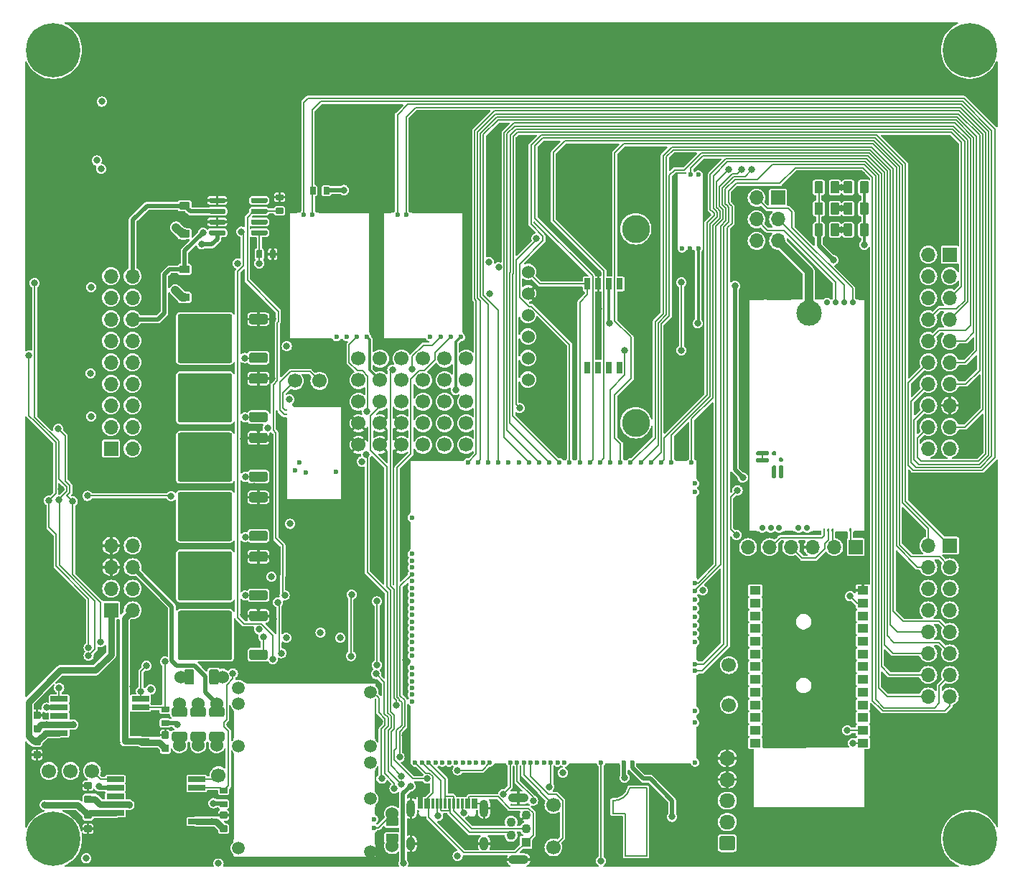
<source format=gtl>
G04 #@! TF.GenerationSoftware,KiCad,Pcbnew,8.0.6-8.0.6-0~ubuntu22.04.1*
G04 #@! TF.CreationDate,2024-11-12T10:34:40+00:00*
G04 #@! TF.ProjectId,uefi2,75656669-322e-46b6-9963-61645f706362,A0*
G04 #@! TF.SameCoordinates,PX2fb21b8PY98952e8*
G04 #@! TF.FileFunction,Copper,L1,Top*
G04 #@! TF.FilePolarity,Positive*
%FSLAX46Y46*%
G04 Gerber Fmt 4.6, Leading zero omitted, Abs format (unit mm)*
G04 Created by KiCad (PCBNEW 8.0.6-8.0.6-0~ubuntu22.04.1) date 2024-11-12 10:34:40*
%MOMM*%
%LPD*%
G01*
G04 APERTURE LIST*
G04 #@! TA.AperFunction,EtchedComponent*
%ADD10C,0.200000*%
G04 #@! TD*
G04 #@! TA.AperFunction,ComponentPad*
%ADD11C,1.700000*%
G04 #@! TD*
G04 #@! TA.AperFunction,ComponentPad*
%ADD12C,0.700000*%
G04 #@! TD*
G04 #@! TA.AperFunction,SMDPad,CuDef*
%ADD13C,3.000000*%
G04 #@! TD*
G04 #@! TA.AperFunction,SMDPad,CuDef*
%ADD14R,3.000000X0.250000*%
G04 #@! TD*
G04 #@! TA.AperFunction,SMDPad,CuDef*
%ADD15R,1.100000X0.250000*%
G04 #@! TD*
G04 #@! TA.AperFunction,SMDPad,CuDef*
%ADD16R,0.980000X0.250000*%
G04 #@! TD*
G04 #@! TA.AperFunction,SMDPad,CuDef*
%ADD17R,1.450000X0.250000*%
G04 #@! TD*
G04 #@! TA.AperFunction,SMDPad,CuDef*
%ADD18R,0.250000X27.600000*%
G04 #@! TD*
G04 #@! TA.AperFunction,SMDPad,CuDef*
%ADD19R,1.950000X0.250000*%
G04 #@! TD*
G04 #@! TA.AperFunction,SMDPad,CuDef*
%ADD20R,0.950000X0.250000*%
G04 #@! TD*
G04 #@! TA.AperFunction,ComponentPad*
%ADD21C,0.800000*%
G04 #@! TD*
G04 #@! TA.AperFunction,ComponentPad*
%ADD22C,6.400000*%
G04 #@! TD*
G04 #@! TA.AperFunction,ComponentPad*
%ADD23C,1.524000*%
G04 #@! TD*
G04 #@! TA.AperFunction,ComponentPad*
%ADD24O,1.850000X1.700000*%
G04 #@! TD*
G04 #@! TA.AperFunction,ComponentPad*
%ADD25C,0.600000*%
G04 #@! TD*
G04 #@! TA.AperFunction,SMDPad,CuDef*
%ADD26R,6.185000X0.250000*%
G04 #@! TD*
G04 #@! TA.AperFunction,SMDPad,CuDef*
%ADD27R,1.115000X0.250000*%
G04 #@! TD*
G04 #@! TA.AperFunction,SMDPad,CuDef*
%ADD28R,0.250000X14.275000*%
G04 #@! TD*
G04 #@! TA.AperFunction,SMDPad,CuDef*
%ADD29R,0.250000X15.100000*%
G04 #@! TD*
G04 #@! TA.AperFunction,SMDPad,CuDef*
%ADD30R,5.175000X0.250000*%
G04 #@! TD*
G04 #@! TA.AperFunction,ComponentPad*
%ADD31R,1.100000X1.100000*%
G04 #@! TD*
G04 #@! TA.AperFunction,ComponentPad*
%ADD32C,1.100000*%
G04 #@! TD*
G04 #@! TA.AperFunction,ComponentPad*
%ADD33O,2.400000X1.100000*%
G04 #@! TD*
G04 #@! TA.AperFunction,SMDPad,CuDef*
%ADD34O,1.225000X0.200000*%
G04 #@! TD*
G04 #@! TA.AperFunction,SMDPad,CuDef*
%ADD35O,0.200000X9.300000*%
G04 #@! TD*
G04 #@! TA.AperFunction,ComponentPad*
%ADD36C,1.500000*%
G04 #@! TD*
G04 #@! TA.AperFunction,SMDPad,CuDef*
%ADD37O,0.200000X3.300000*%
G04 #@! TD*
G04 #@! TA.AperFunction,SMDPad,CuDef*
%ADD38O,0.200000X10.200000*%
G04 #@! TD*
G04 #@! TA.AperFunction,SMDPad,CuDef*
%ADD39O,0.200000X0.300000*%
G04 #@! TD*
G04 #@! TA.AperFunction,SMDPad,CuDef*
%ADD40O,17.000000X0.200000*%
G04 #@! TD*
G04 #@! TA.AperFunction,SMDPad,CuDef*
%ADD41O,15.400000X0.200000*%
G04 #@! TD*
G04 #@! TA.AperFunction,SMDPad,CuDef*
%ADD42O,0.200000X4.800000*%
G04 #@! TD*
G04 #@! TA.AperFunction,SMDPad,CuDef*
%ADD43O,0.200000X2.600000*%
G04 #@! TD*
G04 #@! TA.AperFunction,SMDPad,CuDef*
%ADD44O,0.200000X1.000000*%
G04 #@! TD*
G04 #@! TA.AperFunction,SMDPad,CuDef*
%ADD45O,0.200000X1.500000*%
G04 #@! TD*
G04 #@! TA.AperFunction,SMDPad,CuDef*
%ADD46O,5.669999X0.200000*%
G04 #@! TD*
G04 #@! TA.AperFunction,SMDPad,CuDef*
%ADD47O,0.200000X11.100001*%
G04 #@! TD*
G04 #@! TA.AperFunction,SMDPad,CuDef*
%ADD48O,0.399999X9.800001*%
G04 #@! TD*
G04 #@! TA.AperFunction,SMDPad,CuDef*
%ADD49O,0.250000X0.499999*%
G04 #@! TD*
G04 #@! TA.AperFunction,SMDPad,CuDef*
%ADD50O,6.799999X0.200000*%
G04 #@! TD*
G04 #@! TA.AperFunction,SMDPad,CuDef*
%ADD51O,0.499999X0.250000*%
G04 #@! TD*
G04 #@! TA.AperFunction,ComponentPad*
%ADD52C,0.599999*%
G04 #@! TD*
G04 #@! TA.AperFunction,SMDPad,CuDef*
%ADD53R,1.300000X1.000000*%
G04 #@! TD*
G04 #@! TA.AperFunction,SMDPad,CuDef*
%ADD54R,2.000000X0.650000*%
G04 #@! TD*
G04 #@! TA.AperFunction,SMDPad,CuDef*
%ADD55R,4.500000X8.100000*%
G04 #@! TD*
G04 #@! TA.AperFunction,SMDPad,CuDef*
%ADD56R,0.200000X3.700000*%
G04 #@! TD*
G04 #@! TA.AperFunction,SMDPad,CuDef*
%ADD57R,0.200000X0.400000*%
G04 #@! TD*
G04 #@! TA.AperFunction,SMDPad,CuDef*
%ADD58R,0.200000X1.600000*%
G04 #@! TD*
G04 #@! TA.AperFunction,SMDPad,CuDef*
%ADD59R,0.200000X9.700000*%
G04 #@! TD*
G04 #@! TA.AperFunction,SMDPad,CuDef*
%ADD60R,0.200000X2.300000*%
G04 #@! TD*
G04 #@! TA.AperFunction,SMDPad,CuDef*
%ADD61R,1.400000X0.200000*%
G04 #@! TD*
G04 #@! TA.AperFunction,SMDPad,CuDef*
%ADD62R,6.400000X0.200000*%
G04 #@! TD*
G04 #@! TA.AperFunction,SMDPad,CuDef*
%ADD63R,1.700000X0.200000*%
G04 #@! TD*
G04 #@! TA.AperFunction,SMDPad,CuDef*
%ADD64R,3.300000X0.200000*%
G04 #@! TD*
G04 #@! TA.AperFunction,SMDPad,CuDef*
%ADD65R,0.200000X7.000000*%
G04 #@! TD*
G04 #@! TA.AperFunction,SMDPad,CuDef*
%ADD66R,0.200000X3.300000*%
G04 #@! TD*
G04 #@! TA.AperFunction,SMDPad,CuDef*
%ADD67R,0.200000X6.300000*%
G04 #@! TD*
G04 #@! TA.AperFunction,SMDPad,CuDef*
%ADD68R,0.300000X1.150000*%
G04 #@! TD*
G04 #@! TA.AperFunction,ComponentPad*
%ADD69O,1.000000X2.100000*%
G04 #@! TD*
G04 #@! TA.AperFunction,ComponentPad*
%ADD70O,1.000000X1.600000*%
G04 #@! TD*
G04 #@! TA.AperFunction,ComponentPad*
%ADD71R,1.700000X1.700000*%
G04 #@! TD*
G04 #@! TA.AperFunction,ComponentPad*
%ADD72O,1.700000X1.700000*%
G04 #@! TD*
G04 #@! TA.AperFunction,ComponentPad*
%ADD73C,3.302000*%
G04 #@! TD*
G04 #@! TA.AperFunction,SMDPad,CuDef*
%ADD74R,0.690000X1.350000*%
G04 #@! TD*
G04 #@! TA.AperFunction,ViaPad*
%ADD75C,0.800000*%
G04 #@! TD*
G04 #@! TA.AperFunction,Conductor*
%ADD76C,0.200000*%
G04 #@! TD*
G04 #@! TA.AperFunction,Conductor*
%ADD77C,0.800000*%
G04 #@! TD*
G04 #@! TA.AperFunction,Conductor*
%ADD78C,0.300000*%
G04 #@! TD*
G04 #@! TA.AperFunction,Conductor*
%ADD79C,1.000000*%
G04 #@! TD*
G04 #@! TA.AperFunction,Conductor*
%ADD80C,0.500000*%
G04 #@! TD*
G04 #@! TA.AperFunction,Conductor*
%ADD81C,0.150000*%
G04 #@! TD*
G04 APERTURE END LIST*
D10*
G04 #@! TO.C,G2*
X69487400Y6494600D02*
X69487400Y7994600D01*
X69487400Y6494600D02*
X70987400Y6494600D01*
X70987400Y6494600D02*
X70987400Y1494600D01*
X70987400Y1494600D02*
X73487400Y1494600D01*
X73487400Y9494600D02*
X71487400Y9494600D01*
X73487400Y1494600D02*
X73487400Y9494600D01*
X71487400Y9494600D02*
G75*
G02*
X69487400Y7994600I-1921601J478801D01*
G01*
G04 #@! TD*
G04 #@! TO.P,R40,1*
G04 #@! TO.N,/IN_BUTTON3*
G04 #@! TA.AperFunction,SMDPad,CuDef*
G36*
G01*
X96731778Y74686000D02*
X96731778Y75936000D01*
G75*
G02*
X96831778Y76036000I100000J0D01*
G01*
X97631778Y76036000D01*
G75*
G02*
X97731778Y75936000I0J-100000D01*
G01*
X97731778Y74686000D01*
G75*
G02*
X97631778Y74586000I-100000J0D01*
G01*
X96831778Y74586000D01*
G75*
G02*
X96731778Y74686000I0J100000D01*
G01*
G37*
G04 #@! TD.AperFunction*
G04 #@! TO.P,R40,2*
G04 #@! TO.N,+5VA*
G04 #@! TA.AperFunction,SMDPad,CuDef*
G36*
G01*
X98631800Y74686000D02*
X98631800Y75936000D01*
G75*
G02*
X98731800Y76036000I100000J0D01*
G01*
X99531800Y76036000D01*
G75*
G02*
X99631800Y75936000I0J-100000D01*
G01*
X99631800Y74686000D01*
G75*
G02*
X99531800Y74586000I-100000J0D01*
G01*
X98731800Y74586000D01*
G75*
G02*
X98631800Y74686000I0J100000D01*
G01*
G37*
G04 #@! TD.AperFunction*
G04 #@! TD*
G04 #@! TO.P,U7,1,IN1*
G04 #@! TO.N,/LS1*
G04 #@! TA.AperFunction,SMDPad,CuDef*
G36*
G01*
X28762400Y75104600D02*
X28762400Y74804600D01*
G75*
G02*
X28612400Y74654600I-150000J0D01*
G01*
X26962400Y74654600D01*
G75*
G02*
X26812400Y74804600I0J150000D01*
G01*
X26812400Y75104600D01*
G75*
G02*
X26962400Y75254600I150000J0D01*
G01*
X28612400Y75254600D01*
G75*
G02*
X28762400Y75104600I0J-150000D01*
G01*
G37*
G04 #@! TD.AperFunction*
G04 #@! TO.P,U7,2,STATUS1*
G04 #@! TO.N,unconnected-(U7-STATUS1-Pad2)*
G04 #@! TA.AperFunction,SMDPad,CuDef*
G36*
G01*
X28762400Y76374600D02*
X28762400Y76074600D01*
G75*
G02*
X28612400Y75924600I-150000J0D01*
G01*
X26962400Y75924600D01*
G75*
G02*
X26812400Y76074600I0J150000D01*
G01*
X26812400Y76374600D01*
G75*
G02*
X26962400Y76524600I150000J0D01*
G01*
X28612400Y76524600D01*
G75*
G02*
X28762400Y76374600I0J-150000D01*
G01*
G37*
G04 #@! TD.AperFunction*
G04 #@! TO.P,U7,3,IN2*
G04 #@! TO.N,/LS2*
G04 #@! TA.AperFunction,SMDPad,CuDef*
G36*
G01*
X28762400Y77644600D02*
X28762400Y77344600D01*
G75*
G02*
X28612400Y77194600I-150000J0D01*
G01*
X26962400Y77194600D01*
G75*
G02*
X26812400Y77344600I0J150000D01*
G01*
X26812400Y77644600D01*
G75*
G02*
X26962400Y77794600I150000J0D01*
G01*
X28612400Y77794600D01*
G75*
G02*
X28762400Y77644600I0J-150000D01*
G01*
G37*
G04 #@! TD.AperFunction*
G04 #@! TO.P,U7,4,STATUS2*
G04 #@! TO.N,unconnected-(U7-STATUS2-Pad4)*
G04 #@! TA.AperFunction,SMDPad,CuDef*
G36*
G01*
X28762400Y78914600D02*
X28762400Y78614600D01*
G75*
G02*
X28612400Y78464600I-150000J0D01*
G01*
X26962400Y78464600D01*
G75*
G02*
X26812400Y78614600I0J150000D01*
G01*
X26812400Y78914600D01*
G75*
G02*
X26962400Y79064600I150000J0D01*
G01*
X28612400Y79064600D01*
G75*
G02*
X28762400Y78914600I0J-150000D01*
G01*
G37*
G04 #@! TD.AperFunction*
G04 #@! TO.P,U7,5,S2*
G04 #@! TO.N,GND*
G04 #@! TA.AperFunction,SMDPad,CuDef*
G36*
G01*
X23812400Y78914600D02*
X23812400Y78614600D01*
G75*
G02*
X23662400Y78464600I-150000J0D01*
G01*
X22012400Y78464600D01*
G75*
G02*
X21862400Y78614600I0J150000D01*
G01*
X21862400Y78914600D01*
G75*
G02*
X22012400Y79064600I150000J0D01*
G01*
X23662400Y79064600D01*
G75*
G02*
X23812400Y78914600I0J-150000D01*
G01*
G37*
G04 #@! TD.AperFunction*
G04 #@! TO.P,U7,6,D2*
G04 #@! TO.N,/OUT_LS2*
G04 #@! TA.AperFunction,SMDPad,CuDef*
G36*
G01*
X23812400Y77644600D02*
X23812400Y77344600D01*
G75*
G02*
X23662400Y77194600I-150000J0D01*
G01*
X22012400Y77194600D01*
G75*
G02*
X21862400Y77344600I0J150000D01*
G01*
X21862400Y77644600D01*
G75*
G02*
X22012400Y77794600I150000J0D01*
G01*
X23662400Y77794600D01*
G75*
G02*
X23812400Y77644600I0J-150000D01*
G01*
G37*
G04 #@! TD.AperFunction*
G04 #@! TO.P,U7,7,S1*
G04 #@! TO.N,GND*
G04 #@! TA.AperFunction,SMDPad,CuDef*
G36*
G01*
X23812400Y76374600D02*
X23812400Y76074600D01*
G75*
G02*
X23662400Y75924600I-150000J0D01*
G01*
X22012400Y75924600D01*
G75*
G02*
X21862400Y76074600I0J150000D01*
G01*
X21862400Y76374600D01*
G75*
G02*
X22012400Y76524600I150000J0D01*
G01*
X23662400Y76524600D01*
G75*
G02*
X23812400Y76374600I0J-150000D01*
G01*
G37*
G04 #@! TD.AperFunction*
G04 #@! TO.P,U7,8,D1*
G04 #@! TO.N,/OUT_LS1*
G04 #@! TA.AperFunction,SMDPad,CuDef*
G36*
G01*
X23812400Y75104600D02*
X23812400Y74804600D01*
G75*
G02*
X23662400Y74654600I-150000J0D01*
G01*
X22012400Y74654600D01*
G75*
G02*
X21862400Y74804600I0J150000D01*
G01*
X21862400Y75104600D01*
G75*
G02*
X22012400Y75254600I150000J0D01*
G01*
X23662400Y75254600D01*
G75*
G02*
X23812400Y75104600I0J-150000D01*
G01*
G37*
G04 #@! TD.AperFunction*
G04 #@! TD*
G04 #@! TO.P,C24,1*
G04 #@! TO.N,GND*
G04 #@! TA.AperFunction,SMDPad,CuDef*
G36*
G01*
X7247400Y10209601D02*
X7927400Y10209601D01*
G75*
G02*
X8012400Y10124601I0J-85000D01*
G01*
X8012400Y9444601D01*
G75*
G02*
X7927400Y9359601I-85000J0D01*
G01*
X7247400Y9359601D01*
G75*
G02*
X7162400Y9444601I0J85000D01*
G01*
X7162400Y10124601D01*
G75*
G02*
X7247400Y10209601I85000J0D01*
G01*
G37*
G04 #@! TD.AperFunction*
G04 #@! TO.P,C24,2*
G04 #@! TO.N,/DC Driver 2/PWR*
G04 #@! TA.AperFunction,SMDPad,CuDef*
G36*
G01*
X7247400Y8629599D02*
X7927400Y8629599D01*
G75*
G02*
X8012400Y8544599I0J-85000D01*
G01*
X8012400Y7864599D01*
G75*
G02*
X7927400Y7779599I-85000J0D01*
G01*
X7247400Y7779599D01*
G75*
G02*
X7162400Y7864599I0J85000D01*
G01*
X7162400Y8544599D01*
G75*
G02*
X7247400Y8629599I85000J0D01*
G01*
G37*
G04 #@! TD.AperFunction*
G04 #@! TD*
G04 #@! TO.P,R39,1*
G04 #@! TO.N,/IN_BUTTON2*
G04 #@! TA.AperFunction,SMDPad,CuDef*
G36*
G01*
X96731778Y77186000D02*
X96731778Y78436000D01*
G75*
G02*
X96831778Y78536000I100000J0D01*
G01*
X97631778Y78536000D01*
G75*
G02*
X97731778Y78436000I0J-100000D01*
G01*
X97731778Y77186000D01*
G75*
G02*
X97631778Y77086000I-100000J0D01*
G01*
X96831778Y77086000D01*
G75*
G02*
X96731778Y77186000I0J100000D01*
G01*
G37*
G04 #@! TD.AperFunction*
G04 #@! TO.P,R39,2*
G04 #@! TO.N,+5VA*
G04 #@! TA.AperFunction,SMDPad,CuDef*
G36*
G01*
X98631800Y77186000D02*
X98631800Y78436000D01*
G75*
G02*
X98731800Y78536000I100000J0D01*
G01*
X99531800Y78536000D01*
G75*
G02*
X99631800Y78436000I0J-100000D01*
G01*
X99631800Y77186000D01*
G75*
G02*
X99531800Y77086000I-100000J0D01*
G01*
X98731800Y77086000D01*
G75*
G02*
X98631800Y77186000I0J100000D01*
G01*
G37*
G04 #@! TD.AperFunction*
G04 #@! TD*
G04 #@! TO.P,Q10,1,G*
G04 #@! TO.N,Net-(Q10-G)*
G04 #@! TA.AperFunction,SMDPad,CuDef*
G36*
G01*
X28787400Y39564600D02*
X28787400Y38864600D01*
G75*
G02*
X28537400Y38614600I-250000J0D01*
G01*
X26837400Y38614600D01*
G75*
G02*
X26587400Y38864600I0J250000D01*
G01*
X26587400Y39564600D01*
G75*
G02*
X26837400Y39814600I250000J0D01*
G01*
X28537400Y39814600D01*
G75*
G02*
X28787400Y39564600I0J-250000D01*
G01*
G37*
G04 #@! TD.AperFunction*
G04 #@! TO.P,Q10,2,C*
G04 #@! TO.N,/OUT_IGN4*
G04 #@! TA.AperFunction,SMDPad,CuDef*
G36*
G01*
X24587400Y41094600D02*
X24587400Y38844600D01*
G75*
G02*
X24337400Y38594600I-250000J0D01*
G01*
X21787400Y38594600D01*
G75*
G02*
X21537400Y38844600I0J250000D01*
G01*
X21537400Y41094600D01*
G75*
G02*
X21787400Y41344600I250000J0D01*
G01*
X24337400Y41344600D01*
G75*
G02*
X24587400Y41094600I0J-250000D01*
G01*
G37*
G04 #@! TD.AperFunction*
G04 #@! TA.AperFunction,SMDPad,CuDef*
G36*
G01*
X24587400Y44144600D02*
X24587400Y41894600D01*
G75*
G02*
X24337400Y41644600I-250000J0D01*
G01*
X21787400Y41644600D01*
G75*
G02*
X21537400Y41894600I0J250000D01*
G01*
X21537400Y44144600D01*
G75*
G02*
X21787400Y44394600I250000J0D01*
G01*
X24337400Y44394600D01*
G75*
G02*
X24587400Y44144600I0J-250000D01*
G01*
G37*
G04 #@! TD.AperFunction*
G04 #@! TA.AperFunction,SMDPad,CuDef*
G36*
G01*
X24587400Y44144603D02*
X24587400Y38844597D01*
G75*
G02*
X24337403Y38594600I-249997J0D01*
G01*
X18437397Y38594600D01*
G75*
G02*
X18187400Y38844597I0J249997D01*
G01*
X18187400Y44144603D01*
G75*
G02*
X18437397Y44394600I249997J0D01*
G01*
X24337403Y44394600D01*
G75*
G02*
X24587400Y44144603I0J-249997D01*
G01*
G37*
G04 #@! TD.AperFunction*
G04 #@! TA.AperFunction,SMDPad,CuDef*
G36*
G01*
X21237400Y41094600D02*
X21237400Y38844600D01*
G75*
G02*
X20987400Y38594600I-250000J0D01*
G01*
X18437400Y38594600D01*
G75*
G02*
X18187400Y38844600I0J250000D01*
G01*
X18187400Y41094600D01*
G75*
G02*
X18437400Y41344600I250000J0D01*
G01*
X20987400Y41344600D01*
G75*
G02*
X21237400Y41094600I0J-250000D01*
G01*
G37*
G04 #@! TD.AperFunction*
G04 #@! TA.AperFunction,SMDPad,CuDef*
G36*
G01*
X21237400Y44144600D02*
X21237400Y41894600D01*
G75*
G02*
X20987400Y41644600I-250000J0D01*
G01*
X18437400Y41644600D01*
G75*
G02*
X18187400Y41894600I0J250000D01*
G01*
X18187400Y44144600D01*
G75*
G02*
X18437400Y44394600I250000J0D01*
G01*
X20987400Y44394600D01*
G75*
G02*
X21237400Y44144600I0J-250000D01*
G01*
G37*
G04 #@! TD.AperFunction*
G04 #@! TO.P,Q10,3,E*
G04 #@! TO.N,GND*
G04 #@! TA.AperFunction,SMDPad,CuDef*
G36*
G01*
X28787400Y44124600D02*
X28787400Y43424600D01*
G75*
G02*
X28537400Y43174600I-250000J0D01*
G01*
X26837400Y43174600D01*
G75*
G02*
X26587400Y43424600I0J250000D01*
G01*
X26587400Y44124600D01*
G75*
G02*
X26837400Y44374600I250000J0D01*
G01*
X28537400Y44374600D01*
G75*
G02*
X28787400Y44124600I0J-250000D01*
G01*
G37*
G04 #@! TD.AperFunction*
G04 #@! TD*
D11*
G04 #@! TO.P,P8,1,Pin_1*
G04 #@! TO.N,Net-(M6-UART2_TX_(PD5))*
X83187400Y19294600D03*
G04 #@! TD*
D12*
G04 #@! TO.P,M5,E1,LSU_Un*
G04 #@! TO.N,/WBO_Un*
X97762400Y66744600D03*
G04 #@! TO.P,M5,E2,LSU_Vm*
G04 #@! TO.N,/WBO_Vm*
X94762400Y66744600D03*
G04 #@! TO.P,M5,E3,LSU_Ip*
G04 #@! TO.N,/WBO_Ip*
X95762400Y66744600D03*
G04 #@! TO.P,M5,E4,LSU_Rtrim*
G04 #@! TO.N,/WBO_Rtrim*
X96762400Y66744600D03*
D13*
G04 #@! TO.P,M5,E5,LSU_H+*
G04 #@! TO.N,/WBO_Heater*
X92612400Y65494600D03*
D14*
G04 #@! TO.P,M5,E6,LSU_H-*
G04 #@! TO.N,GND*
X89112400Y67119600D03*
D15*
G04 #@! TO.P,M5,G,GND*
X85912400Y39769600D03*
D16*
X90252400Y39769600D03*
X93552400Y39769600D03*
D17*
X98637400Y39769600D03*
D18*
X85487400Y53444600D03*
X99237400Y53444600D03*
D19*
X86337400Y67119600D03*
D20*
X98887400Y67119600D03*
G04 #@! TO.P,M5,J1,SEL1*
G04 #@! TO.N,Net-(M5-PULL_DOWN1)*
G04 #@! TA.AperFunction,SMDPad,CuDef*
G36*
G01*
X86512400Y49194600D02*
X87762400Y49194600D01*
G75*
G02*
X87887400Y49069600I0J-125000D01*
G01*
X87887400Y48819600D01*
G75*
G02*
X87762400Y48694600I-125000J0D01*
G01*
X86512400Y48694600D01*
G75*
G02*
X86387400Y48819600I0J125000D01*
G01*
X86387400Y49069600D01*
G75*
G02*
X86512400Y49194600I125000J0D01*
G01*
G37*
G04 #@! TD.AperFunction*
G04 #@! TO.P,M5,J2,SEL2*
G04 #@! TO.N,unconnected-(M5-SEL2-PadJ2)*
G04 #@! TA.AperFunction,SMDPad,CuDef*
G36*
G01*
X89187400Y47519600D02*
X89437400Y47519600D01*
G75*
G02*
X89562400Y47394600I0J-125000D01*
G01*
X89562400Y46144600D01*
G75*
G02*
X89437400Y46019600I-125000J0D01*
G01*
X89187400Y46019600D01*
G75*
G02*
X89062400Y46144600I0J125000D01*
G01*
X89062400Y47394600D01*
G75*
G02*
X89187400Y47519600I125000J0D01*
G01*
G37*
G04 #@! TD.AperFunction*
G04 #@! TO.P,M5,J_GND1,PULL_DOWN1*
G04 #@! TO.N,Net-(M5-PULL_DOWN1)*
G04 #@! TA.AperFunction,SMDPad,CuDef*
G36*
G01*
X86512400Y48394600D02*
X87762400Y48394600D01*
G75*
G02*
X87887400Y48269600I0J-125000D01*
G01*
X87887400Y48019600D01*
G75*
G02*
X87762400Y47894600I-125000J0D01*
G01*
X86512400Y47894600D01*
G75*
G02*
X86387400Y48019600I0J125000D01*
G01*
X86387400Y48269600D01*
G75*
G02*
X86512400Y48394600I125000J0D01*
G01*
G37*
G04 #@! TD.AperFunction*
G04 #@! TO.P,M5,J_GND2,PULL_DOWN2*
G04 #@! TO.N,unconnected-(M5-PULL_DOWN2-PadJ_GND2)*
G04 #@! TA.AperFunction,SMDPad,CuDef*
G36*
G01*
X89062400Y48069600D02*
X89062400Y48319600D01*
G75*
G02*
X89187400Y48444600I125000J0D01*
G01*
X89437400Y48444600D01*
G75*
G02*
X89562400Y48319600I0J-125000D01*
G01*
X89562400Y48069600D01*
G75*
G02*
X89437400Y47944600I-125000J0D01*
G01*
X89187400Y47944600D01*
G75*
G02*
X89062400Y48069600I0J125000D01*
G01*
G37*
G04 #@! TD.AperFunction*
G04 #@! TO.P,M5,J_VCC1,PULL_UP1*
G04 #@! TO.N,unconnected-(M5-PULL_UP1-PadJ_VCC1)*
G04 #@! TA.AperFunction,SMDPad,CuDef*
G36*
G01*
X88387400Y49194600D02*
X88637400Y49194600D01*
G75*
G02*
X88762400Y49069600I0J-125000D01*
G01*
X88762400Y48819600D01*
G75*
G02*
X88637400Y48694600I-125000J0D01*
G01*
X88387400Y48694600D01*
G75*
G02*
X88262400Y48819600I0J125000D01*
G01*
X88262400Y49069600D01*
G75*
G02*
X88387400Y49194600I125000J0D01*
G01*
G37*
G04 #@! TD.AperFunction*
G04 #@! TO.P,M5,J_VCC2,PULL_UP2*
G04 #@! TO.N,unconnected-(M5-PULL_UP2-PadJ_VCC2)*
G04 #@! TA.AperFunction,SMDPad,CuDef*
G36*
G01*
X88387400Y47519600D02*
X88637400Y47519600D01*
G75*
G02*
X88762400Y47394600I0J-125000D01*
G01*
X88762400Y46144600D01*
G75*
G02*
X88637400Y46019600I-125000J0D01*
G01*
X88387400Y46019600D01*
G75*
G02*
X88262400Y46144600I0J125000D01*
G01*
X88262400Y47394600D01*
G75*
G02*
X88387400Y47519600I125000J0D01*
G01*
G37*
G04 #@! TD.AperFunction*
D12*
G04 #@! TO.P,M5,W1,V5_IN*
G04 #@! TO.N,+5VA*
X88112400Y40153400D03*
G04 #@! TO.P,M5,W2,CAN_VIO*
G04 #@! TO.N,unconnected-(M5-CAN_VIO-PadW2)*
X89112400Y40153400D03*
G04 #@! TO.P,M5,W3,CANL*
G04 #@! TO.N,/CAN-*
X92408400Y40153400D03*
G04 #@! TO.P,M5,W4,CANH*
G04 #@! TO.N,/CAN+*
X91392400Y40153400D03*
G04 #@! TO.P,M5,W5,nReset*
G04 #@! TO.N,Net-(J6-Pin_5)*
G04 #@! TA.AperFunction,SMDPad,CuDef*
G36*
G01*
X94412400Y39644600D02*
X94412400Y39644600D01*
G75*
G02*
X94287400Y39769600I0J125000D01*
G01*
X94287400Y40019600D01*
G75*
G02*
X94412400Y40144600I125000J0D01*
G01*
X94412400Y40144600D01*
G75*
G02*
X94537400Y40019600I0J-125000D01*
G01*
X94537400Y39769600D01*
G75*
G02*
X94412400Y39644600I-125000J0D01*
G01*
G37*
G04 #@! TD.AperFunction*
G04 #@! TO.P,M5,W6,SWDIO*
G04 #@! TO.N,Net-(J6-Pin_4)*
G04 #@! TA.AperFunction,SMDPad,CuDef*
G36*
G01*
X94912400Y39644600D02*
X94912400Y39644600D01*
G75*
G02*
X94787400Y39769600I0J125000D01*
G01*
X94787400Y40019600D01*
G75*
G02*
X94912400Y40144600I125000J0D01*
G01*
X94912400Y40144600D01*
G75*
G02*
X95037400Y40019600I0J-125000D01*
G01*
X95037400Y39769600D01*
G75*
G02*
X94912400Y39644600I-125000J0D01*
G01*
G37*
G04 #@! TD.AperFunction*
G04 #@! TO.P,M5,W7,SWCLK*
G04 #@! TO.N,Net-(J6-Pin_2)*
G04 #@! TA.AperFunction,SMDPad,CuDef*
G36*
G01*
X95412400Y39644600D02*
X95412400Y39644600D01*
G75*
G02*
X95287400Y39769600I0J125000D01*
G01*
X95287400Y40019600D01*
G75*
G02*
X95412400Y40144600I125000J0D01*
G01*
X95412400Y40144600D01*
G75*
G02*
X95537400Y40019600I0J-125000D01*
G01*
X95537400Y39769600D01*
G75*
G02*
X95412400Y39644600I-125000J0D01*
G01*
G37*
G04 #@! TD.AperFunction*
G04 #@! TO.P,M5,W8,V33_OUT*
G04 #@! TO.N,Net-(J6-Pin_1)*
G04 #@! TA.AperFunction,SMDPad,CuDef*
G36*
G01*
X97512400Y39644600D02*
X97512400Y39644600D01*
G75*
G02*
X97387400Y39769600I0J125000D01*
G01*
X97387400Y40019600D01*
G75*
G02*
X97512400Y40144600I125000J0D01*
G01*
X97512400Y40144600D01*
G75*
G02*
X97637400Y40019600I0J-125000D01*
G01*
X97637400Y39769600D01*
G75*
G02*
X97512400Y39644600I-125000J0D01*
G01*
G37*
G04 #@! TD.AperFunction*
G04 #@! TO.P,M5,W9,VDDA*
G04 #@! TO.N,unconnected-(M5-VDDA-PadW9)*
X87112400Y40153400D03*
G04 #@! TD*
D21*
G04 #@! TO.P,H1,1*
G04 #@! TO.N,N/C*
X111584600Y98912600D03*
X113281656Y98209656D03*
X109887544Y98209656D03*
X113984600Y96512600D03*
D22*
X111584600Y96512600D03*
D21*
X109184600Y96512600D03*
X113281656Y94815544D03*
X109887544Y94815544D03*
X111584600Y94112600D03*
G04 #@! TD*
G04 #@! TO.P,Q7,1,G*
G04 #@! TO.N,Net-(Q7-G)*
G04 #@! TA.AperFunction,SMDPad,CuDef*
G36*
G01*
X28787400Y60564600D02*
X28787400Y59864600D01*
G75*
G02*
X28537400Y59614600I-250000J0D01*
G01*
X26837400Y59614600D01*
G75*
G02*
X26587400Y59864600I0J250000D01*
G01*
X26587400Y60564600D01*
G75*
G02*
X26837400Y60814600I250000J0D01*
G01*
X28537400Y60814600D01*
G75*
G02*
X28787400Y60564600I0J-250000D01*
G01*
G37*
G04 #@! TD.AperFunction*
G04 #@! TO.P,Q7,2,C*
G04 #@! TO.N,/OUT_IGN1*
G04 #@! TA.AperFunction,SMDPad,CuDef*
G36*
G01*
X24587400Y62094600D02*
X24587400Y59844600D01*
G75*
G02*
X24337400Y59594600I-250000J0D01*
G01*
X21787400Y59594600D01*
G75*
G02*
X21537400Y59844600I0J250000D01*
G01*
X21537400Y62094600D01*
G75*
G02*
X21787400Y62344600I250000J0D01*
G01*
X24337400Y62344600D01*
G75*
G02*
X24587400Y62094600I0J-250000D01*
G01*
G37*
G04 #@! TD.AperFunction*
G04 #@! TA.AperFunction,SMDPad,CuDef*
G36*
G01*
X24587400Y65144600D02*
X24587400Y62894600D01*
G75*
G02*
X24337400Y62644600I-250000J0D01*
G01*
X21787400Y62644600D01*
G75*
G02*
X21537400Y62894600I0J250000D01*
G01*
X21537400Y65144600D01*
G75*
G02*
X21787400Y65394600I250000J0D01*
G01*
X24337400Y65394600D01*
G75*
G02*
X24587400Y65144600I0J-250000D01*
G01*
G37*
G04 #@! TD.AperFunction*
G04 #@! TA.AperFunction,SMDPad,CuDef*
G36*
G01*
X24587400Y65144603D02*
X24587400Y59844597D01*
G75*
G02*
X24337403Y59594600I-249997J0D01*
G01*
X18437397Y59594600D01*
G75*
G02*
X18187400Y59844597I0J249997D01*
G01*
X18187400Y65144603D01*
G75*
G02*
X18437397Y65394600I249997J0D01*
G01*
X24337403Y65394600D01*
G75*
G02*
X24587400Y65144603I0J-249997D01*
G01*
G37*
G04 #@! TD.AperFunction*
G04 #@! TA.AperFunction,SMDPad,CuDef*
G36*
G01*
X21237400Y62094600D02*
X21237400Y59844600D01*
G75*
G02*
X20987400Y59594600I-250000J0D01*
G01*
X18437400Y59594600D01*
G75*
G02*
X18187400Y59844600I0J250000D01*
G01*
X18187400Y62094600D01*
G75*
G02*
X18437400Y62344600I250000J0D01*
G01*
X20987400Y62344600D01*
G75*
G02*
X21237400Y62094600I0J-250000D01*
G01*
G37*
G04 #@! TD.AperFunction*
G04 #@! TA.AperFunction,SMDPad,CuDef*
G36*
G01*
X21237400Y65144600D02*
X21237400Y62894600D01*
G75*
G02*
X20987400Y62644600I-250000J0D01*
G01*
X18437400Y62644600D01*
G75*
G02*
X18187400Y62894600I0J250000D01*
G01*
X18187400Y65144600D01*
G75*
G02*
X18437400Y65394600I250000J0D01*
G01*
X20987400Y65394600D01*
G75*
G02*
X21237400Y65144600I0J-250000D01*
G01*
G37*
G04 #@! TD.AperFunction*
G04 #@! TO.P,Q7,3,E*
G04 #@! TO.N,GND*
G04 #@! TA.AperFunction,SMDPad,CuDef*
G36*
G01*
X28787400Y65124600D02*
X28787400Y64424600D01*
G75*
G02*
X28537400Y64174600I-250000J0D01*
G01*
X26837400Y64174600D01*
G75*
G02*
X26587400Y64424600I0J250000D01*
G01*
X26587400Y65124600D01*
G75*
G02*
X26837400Y65374600I250000J0D01*
G01*
X28537400Y65374600D01*
G75*
G02*
X28787400Y65124600I0J-250000D01*
G01*
G37*
G04 #@! TD.AperFunction*
G04 #@! TD*
G04 #@! TO.P,Q8,1,G*
G04 #@! TO.N,Net-(Q8-G)*
G04 #@! TA.AperFunction,SMDPad,CuDef*
G36*
G01*
X28787400Y53564600D02*
X28787400Y52864600D01*
G75*
G02*
X28537400Y52614600I-250000J0D01*
G01*
X26837400Y52614600D01*
G75*
G02*
X26587400Y52864600I0J250000D01*
G01*
X26587400Y53564600D01*
G75*
G02*
X26837400Y53814600I250000J0D01*
G01*
X28537400Y53814600D01*
G75*
G02*
X28787400Y53564600I0J-250000D01*
G01*
G37*
G04 #@! TD.AperFunction*
G04 #@! TO.P,Q8,2,C*
G04 #@! TO.N,/OUT_IGN2*
G04 #@! TA.AperFunction,SMDPad,CuDef*
G36*
G01*
X24587400Y55094600D02*
X24587400Y52844600D01*
G75*
G02*
X24337400Y52594600I-250000J0D01*
G01*
X21787400Y52594600D01*
G75*
G02*
X21537400Y52844600I0J250000D01*
G01*
X21537400Y55094600D01*
G75*
G02*
X21787400Y55344600I250000J0D01*
G01*
X24337400Y55344600D01*
G75*
G02*
X24587400Y55094600I0J-250000D01*
G01*
G37*
G04 #@! TD.AperFunction*
G04 #@! TA.AperFunction,SMDPad,CuDef*
G36*
G01*
X24587400Y58144600D02*
X24587400Y55894600D01*
G75*
G02*
X24337400Y55644600I-250000J0D01*
G01*
X21787400Y55644600D01*
G75*
G02*
X21537400Y55894600I0J250000D01*
G01*
X21537400Y58144600D01*
G75*
G02*
X21787400Y58394600I250000J0D01*
G01*
X24337400Y58394600D01*
G75*
G02*
X24587400Y58144600I0J-250000D01*
G01*
G37*
G04 #@! TD.AperFunction*
G04 #@! TA.AperFunction,SMDPad,CuDef*
G36*
G01*
X24587400Y58144603D02*
X24587400Y52844597D01*
G75*
G02*
X24337403Y52594600I-249997J0D01*
G01*
X18437397Y52594600D01*
G75*
G02*
X18187400Y52844597I0J249997D01*
G01*
X18187400Y58144603D01*
G75*
G02*
X18437397Y58394600I249997J0D01*
G01*
X24337403Y58394600D01*
G75*
G02*
X24587400Y58144603I0J-249997D01*
G01*
G37*
G04 #@! TD.AperFunction*
G04 #@! TA.AperFunction,SMDPad,CuDef*
G36*
G01*
X21237400Y55094600D02*
X21237400Y52844600D01*
G75*
G02*
X20987400Y52594600I-250000J0D01*
G01*
X18437400Y52594600D01*
G75*
G02*
X18187400Y52844600I0J250000D01*
G01*
X18187400Y55094600D01*
G75*
G02*
X18437400Y55344600I250000J0D01*
G01*
X20987400Y55344600D01*
G75*
G02*
X21237400Y55094600I0J-250000D01*
G01*
G37*
G04 #@! TD.AperFunction*
G04 #@! TA.AperFunction,SMDPad,CuDef*
G36*
G01*
X21237400Y58144600D02*
X21237400Y55894600D01*
G75*
G02*
X20987400Y55644600I-250000J0D01*
G01*
X18437400Y55644600D01*
G75*
G02*
X18187400Y55894600I0J250000D01*
G01*
X18187400Y58144600D01*
G75*
G02*
X18437400Y58394600I250000J0D01*
G01*
X20987400Y58394600D01*
G75*
G02*
X21237400Y58144600I0J-250000D01*
G01*
G37*
G04 #@! TD.AperFunction*
G04 #@! TO.P,Q8,3,E*
G04 #@! TO.N,GND*
G04 #@! TA.AperFunction,SMDPad,CuDef*
G36*
G01*
X28787400Y58124600D02*
X28787400Y57424600D01*
G75*
G02*
X28537400Y57174600I-250000J0D01*
G01*
X26837400Y57174600D01*
G75*
G02*
X26587400Y57424600I0J250000D01*
G01*
X26587400Y58124600D01*
G75*
G02*
X26837400Y58374600I250000J0D01*
G01*
X28537400Y58374600D01*
G75*
G02*
X28787400Y58124600I0J-250000D01*
G01*
G37*
G04 #@! TD.AperFunction*
G04 #@! TD*
D11*
G04 #@! TO.P,P1,1,Pin_1*
G04 #@! TO.N,Net-(M7-CANL)*
X31987400Y57494600D03*
G04 #@! TD*
G04 #@! TO.P,C26,1*
G04 #@! TO.N,GND*
G04 #@! TA.AperFunction,SMDPad,CuDef*
G36*
G01*
X23247400Y6709601D02*
X23927400Y6709601D01*
G75*
G02*
X24012400Y6624601I0J-85000D01*
G01*
X24012400Y5944601D01*
G75*
G02*
X23927400Y5859601I-85000J0D01*
G01*
X23247400Y5859601D01*
G75*
G02*
X23162400Y5944601I0J85000D01*
G01*
X23162400Y6624601D01*
G75*
G02*
X23247400Y6709601I85000J0D01*
G01*
G37*
G04 #@! TD.AperFunction*
G04 #@! TO.P,C26,2*
G04 #@! TO.N,/OUT_DC2+*
G04 #@! TA.AperFunction,SMDPad,CuDef*
G36*
G01*
X23247400Y5129599D02*
X23927400Y5129599D01*
G75*
G02*
X24012400Y5044599I0J-85000D01*
G01*
X24012400Y4364599D01*
G75*
G02*
X23927400Y4279599I-85000J0D01*
G01*
X23247400Y4279599D01*
G75*
G02*
X23162400Y4364599I0J85000D01*
G01*
X23162400Y5044599D01*
G75*
G02*
X23247400Y5129599I85000J0D01*
G01*
G37*
G04 #@! TD.AperFunction*
G04 #@! TD*
G04 #@! TO.P,R1,1*
G04 #@! TO.N,+5VP*
G04 #@! TA.AperFunction,SMDPad,CuDef*
G36*
G01*
X36069897Y80309600D02*
X36069897Y79529600D01*
G75*
G02*
X35999897Y79459600I-70000J0D01*
G01*
X35439897Y79459600D01*
G75*
G02*
X35369897Y79529600I0J70000D01*
G01*
X35369897Y80309600D01*
G75*
G02*
X35439897Y80379600I70000J0D01*
G01*
X35999897Y80379600D01*
G75*
G02*
X36069897Y80309600I0J-70000D01*
G01*
G37*
G04 #@! TD.AperFunction*
G04 #@! TO.P,R1,2*
G04 #@! TO.N,/VR_MAX9924-*
G04 #@! TA.AperFunction,SMDPad,CuDef*
G36*
G01*
X34469897Y80309600D02*
X34469897Y79529600D01*
G75*
G02*
X34399897Y79459600I-70000J0D01*
G01*
X33839897Y79459600D01*
G75*
G02*
X33769897Y79529600I0J70000D01*
G01*
X33769897Y80309600D01*
G75*
G02*
X33839897Y80379600I70000J0D01*
G01*
X34399897Y80379600D01*
G75*
G02*
X34469897Y80309600I0J-70000D01*
G01*
G37*
G04 #@! TD.AperFunction*
G04 #@! TD*
G04 #@! TO.P,P2,1,Pin_1*
G04 #@! TO.N,Net-(M7-CANH)*
X34887400Y57494600D03*
G04 #@! TD*
G04 #@! TO.P,C13,1*
G04 #@! TO.N,GND*
G04 #@! TA.AperFunction,SMDPad,CuDef*
G36*
G01*
X16372400Y16169601D02*
X17052400Y16169601D01*
G75*
G02*
X17137400Y16084601I0J-85000D01*
G01*
X17137400Y15404601D01*
G75*
G02*
X17052400Y15319601I-85000J0D01*
G01*
X16372400Y15319601D01*
G75*
G02*
X16287400Y15404601I0J85000D01*
G01*
X16287400Y16084601D01*
G75*
G02*
X16372400Y16169601I85000J0D01*
G01*
G37*
G04 #@! TD.AperFunction*
G04 #@! TO.P,C13,2*
G04 #@! TO.N,/OUT_DC1+*
G04 #@! TA.AperFunction,SMDPad,CuDef*
G36*
G01*
X16372400Y14589599D02*
X17052400Y14589599D01*
G75*
G02*
X17137400Y14504599I0J-85000D01*
G01*
X17137400Y13824599D01*
G75*
G02*
X17052400Y13739599I-85000J0D01*
G01*
X16372400Y13739599D01*
G75*
G02*
X16287400Y13824599I0J85000D01*
G01*
X16287400Y14504599D01*
G75*
G02*
X16372400Y14589599I85000J0D01*
G01*
G37*
G04 #@! TD.AperFunction*
G04 #@! TD*
G04 #@! TO.P,P15,1,Pin_1*
G04 #@! TO.N,/DC1_DIR*
X5527400Y11494600D03*
G04 #@! TD*
D21*
G04 #@! TO.P,H1,1*
G04 #@! TO.N,N/C*
X1087400Y96494600D03*
X1790344Y98191656D03*
X1790344Y94797544D03*
X3487400Y98894600D03*
D22*
X3487400Y96494600D03*
D21*
X3487400Y94094600D03*
X5184456Y98191656D03*
X5184456Y94797544D03*
X5887400Y96494600D03*
G04 #@! TD*
D23*
G04 #@! TO.P,F4,1,1*
G04 #@! TO.N,+12V*
X18387400Y19444600D03*
G04 #@! TA.AperFunction,SMDPad,CuDef*
G36*
G01*
X17487400Y18099610D02*
X17487400Y18789610D01*
G75*
G02*
X17717400Y19019610I230000J0D01*
G01*
X19057400Y19019610D01*
G75*
G02*
X19287400Y18789610I0J-230000D01*
G01*
X19287400Y18099610D01*
G75*
G02*
X19057400Y17869610I-230000J0D01*
G01*
X17717400Y17869610D01*
G75*
G02*
X17487400Y18099610I0J230000D01*
G01*
G37*
G04 #@! TD.AperFunction*
G04 #@! TO.P,F4,2,2*
G04 #@! TO.N,/DC Driver 1/PWR*
G04 #@! TA.AperFunction,SMDPad,CuDef*
G36*
G01*
X17487400Y15199590D02*
X17487400Y15889590D01*
G75*
G02*
X17717400Y16119590I230000J0D01*
G01*
X19057400Y16119590D01*
G75*
G02*
X19287400Y15889590I0J-230000D01*
G01*
X19287400Y15199590D01*
G75*
G02*
X19057400Y14969590I-230000J0D01*
G01*
X17717400Y14969590D01*
G75*
G02*
X17487400Y15199590I0J230000D01*
G01*
G37*
G04 #@! TD.AperFunction*
X18387400Y14544600D03*
G04 #@! TD*
G04 #@! TO.P,R37,1*
G04 #@! TO.N,GNDA*
G04 #@! TA.AperFunction,SMDPad,CuDef*
G36*
G01*
X93281778Y74686000D02*
X93281778Y75936000D01*
G75*
G02*
X93381778Y76036000I100000J0D01*
G01*
X94181778Y76036000D01*
G75*
G02*
X94281778Y75936000I0J-100000D01*
G01*
X94281778Y74686000D01*
G75*
G02*
X94181778Y74586000I-100000J0D01*
G01*
X93381778Y74586000D01*
G75*
G02*
X93281778Y74686000I0J100000D01*
G01*
G37*
G04 #@! TD.AperFunction*
G04 #@! TO.P,R37,2*
G04 #@! TO.N,/IN_BUTTON3*
G04 #@! TA.AperFunction,SMDPad,CuDef*
G36*
G01*
X95181800Y74686000D02*
X95181800Y75936000D01*
G75*
G02*
X95281800Y76036000I100000J0D01*
G01*
X96081800Y76036000D01*
G75*
G02*
X96181800Y75936000I0J-100000D01*
G01*
X96181800Y74686000D01*
G75*
G02*
X96081800Y74586000I-100000J0D01*
G01*
X95281800Y74586000D01*
G75*
G02*
X95181800Y74686000I0J100000D01*
G01*
G37*
G04 #@! TD.AperFunction*
G04 #@! TD*
G04 #@! TO.P,C11,1*
G04 #@! TO.N,GND*
G04 #@! TA.AperFunction,SMDPad,CuDef*
G36*
G01*
X1247400Y18509601D02*
X1927400Y18509601D01*
G75*
G02*
X2012400Y18424601I0J-85000D01*
G01*
X2012400Y17744601D01*
G75*
G02*
X1927400Y17659601I-85000J0D01*
G01*
X1247400Y17659601D01*
G75*
G02*
X1162400Y17744601I0J85000D01*
G01*
X1162400Y18424601D01*
G75*
G02*
X1247400Y18509601I85000J0D01*
G01*
G37*
G04 #@! TD.AperFunction*
G04 #@! TO.P,C11,2*
G04 #@! TO.N,/DC Driver 1/PWR*
G04 #@! TA.AperFunction,SMDPad,CuDef*
G36*
G01*
X1247400Y16929599D02*
X1927400Y16929599D01*
G75*
G02*
X2012400Y16844599I0J-85000D01*
G01*
X2012400Y16164599D01*
G75*
G02*
X1927400Y16079599I-85000J0D01*
G01*
X1247400Y16079599D01*
G75*
G02*
X1162400Y16164599I0J85000D01*
G01*
X1162400Y16844599D01*
G75*
G02*
X1247400Y16929599I85000J0D01*
G01*
G37*
G04 #@! TD.AperFunction*
G04 #@! TD*
G04 #@! TO.P,J7,1,Pin_1*
G04 #@! TO.N,/VBUS*
G04 #@! TA.AperFunction,ComponentPad*
G36*
G01*
X83662400Y2144600D02*
X82312400Y2144600D01*
G75*
G02*
X82062400Y2394600I0J250000D01*
G01*
X82062400Y3594600D01*
G75*
G02*
X82312400Y3844600I250000J0D01*
G01*
X83662400Y3844600D01*
G75*
G02*
X83912400Y3594600I0J-250000D01*
G01*
X83912400Y2394600D01*
G75*
G02*
X83662400Y2144600I-250000J0D01*
G01*
G37*
G04 #@! TD.AperFunction*
D24*
G04 #@! TO.P,J7,2,Pin_2*
G04 #@! TO.N,/USB-*
X82987400Y5494600D03*
G04 #@! TO.P,J7,3,Pin_3*
G04 #@! TO.N,/USB+*
X82987400Y7994600D03*
G04 #@! TO.P,J7,4,Pin_4*
G04 #@! TO.N,GND*
X82987400Y10494600D03*
G04 #@! TO.P,J7,5,Pin_5*
X82987400Y12994600D03*
G04 #@! TD*
D11*
G04 #@! TO.P,P4,1,Pin_1*
G04 #@! TO.N,Net-(M6-LED_GREEN)*
X62487400Y7494600D03*
G04 #@! TD*
D21*
G04 #@! TO.P,H2,1*
G04 #@! TO.N,N/C*
X1087400Y3494600D03*
X1790344Y5191656D03*
X1790344Y1797544D03*
X3487400Y5894600D03*
D22*
X3487400Y3494600D03*
D21*
X3487400Y1094600D03*
X5184456Y5191656D03*
X5184456Y1797544D03*
X5887400Y3494600D03*
G04 #@! TD*
G04 #@! TO.P,H1,1*
G04 #@! TO.N,N/C*
X114002600Y3505400D03*
X113299656Y1808344D03*
X113299656Y5202456D03*
X111602600Y1105400D03*
D22*
X111602600Y3505400D03*
D21*
X111602600Y5905400D03*
X109905544Y1808344D03*
X109905544Y5202456D03*
X109202600Y3505400D03*
G04 #@! TD*
D25*
G04 #@! TO.P,M3,E1,Thresh_IN*
G04 #@! TO.N,/VR_DISCRETE_THR*
X49162400Y62669600D03*
G04 #@! TO.P,M3,E2,OUT_A*
G04 #@! TO.N,/VR_DISCRETE_A*
X47962400Y62669600D03*
G04 #@! TO.P,M3,E3,OUT*
G04 #@! TO.N,/VR_DISCRETE*
X50362400Y62669600D03*
G04 #@! TO.P,M3,E4,V5_IN*
G04 #@! TO.N,+5VA*
X51562400Y62669600D03*
D26*
G04 #@! TO.P,M3,G,GND*
G04 #@! TO.N,GND*
X48894900Y77319600D03*
D27*
X42844900Y77319600D03*
D28*
X51862400Y70307100D03*
D29*
X42412400Y69894600D03*
D30*
X44874900Y62469600D03*
D25*
G04 #@! TO.P,M3,W1,VR-*
G04 #@! TO.N,/VR_DISCRETE-*
X45102400Y77094600D03*
G04 #@! TO.P,M3,W2,VR+*
G04 #@! TO.N,/VR_DISCRETE+*
X44102400Y77094600D03*
G04 #@! TD*
G04 #@! TO.P,R10,1*
G04 #@! TO.N,GND*
G04 #@! TA.AperFunction,SMDPad,CuDef*
G36*
G01*
X29737400Y72834600D02*
X29737400Y72054600D01*
G75*
G02*
X29667400Y71984600I-70000J0D01*
G01*
X29107400Y71984600D01*
G75*
G02*
X29037400Y72054600I0J70000D01*
G01*
X29037400Y72834600D01*
G75*
G02*
X29107400Y72904600I70000J0D01*
G01*
X29667400Y72904600D01*
G75*
G02*
X29737400Y72834600I0J-70000D01*
G01*
G37*
G04 #@! TD.AperFunction*
G04 #@! TO.P,R10,2*
G04 #@! TO.N,/LS1*
G04 #@! TA.AperFunction,SMDPad,CuDef*
G36*
G01*
X28137400Y72834600D02*
X28137400Y72054600D01*
G75*
G02*
X28067400Y71984600I-70000J0D01*
G01*
X27507400Y71984600D01*
G75*
G02*
X27437400Y72054600I0J70000D01*
G01*
X27437400Y72834600D01*
G75*
G02*
X27507400Y72904600I70000J0D01*
G01*
X28067400Y72904600D01*
G75*
G02*
X28137400Y72834600I0J-70000D01*
G01*
G37*
G04 #@! TD.AperFunction*
G04 #@! TD*
D11*
G04 #@! TO.P,P17,1,Pin_1*
G04 #@! TO.N,/DC1_PWM*
X2987400Y11494600D03*
G04 #@! TD*
D31*
G04 #@! TO.P,J8,1,VBUS*
G04 #@! TO.N,/VBUS*
X59237400Y3094600D03*
D32*
G04 #@! TO.P,J8,2,D-*
G04 #@! TO.N,/USB-*
X57487400Y3894600D03*
G04 #@! TO.P,J8,3,D+*
G04 #@! TO.N,/USB+*
X59237400Y4694600D03*
G04 #@! TO.P,J8,4,ID*
G04 #@! TO.N,unconnected-(J8-ID-Pad4)*
X57487400Y5494600D03*
G04 #@! TO.P,J8,5,GND*
G04 #@! TO.N,GND*
X59237400Y6294600D03*
D33*
G04 #@! TO.P,J8,6,Shield*
X58362400Y1044600D03*
X58362400Y8344600D03*
G04 #@! TD*
D23*
G04 #@! TO.P,F3,1,1*
G04 #@! TO.N,+12V*
X20587400Y19444600D03*
G04 #@! TA.AperFunction,SMDPad,CuDef*
G36*
G01*
X19687400Y18099610D02*
X19687400Y18789610D01*
G75*
G02*
X19917400Y19019610I230000J0D01*
G01*
X21257400Y19019610D01*
G75*
G02*
X21487400Y18789610I0J-230000D01*
G01*
X21487400Y18099610D01*
G75*
G02*
X21257400Y17869610I-230000J0D01*
G01*
X19917400Y17869610D01*
G75*
G02*
X19687400Y18099610I0J230000D01*
G01*
G37*
G04 #@! TD.AperFunction*
G04 #@! TO.P,F3,2,2*
G04 #@! TO.N,/DC Driver 2/PWR*
G04 #@! TA.AperFunction,SMDPad,CuDef*
G36*
G01*
X19687400Y15199590D02*
X19687400Y15889590D01*
G75*
G02*
X19917400Y16119590I230000J0D01*
G01*
X21257400Y16119590D01*
G75*
G02*
X21487400Y15889590I0J-230000D01*
G01*
X21487400Y15199590D01*
G75*
G02*
X21257400Y14969590I-230000J0D01*
G01*
X19917400Y14969590D01*
G75*
G02*
X19687400Y15199590I0J230000D01*
G01*
G37*
G04 #@! TD.AperFunction*
X20587400Y14544600D03*
G04 #@! TD*
D25*
G04 #@! TO.P,M2,E1,V5A*
G04 #@! TO.N,+5VA*
X79562399Y73119600D03*
D34*
G04 #@! TO.P,M2,E2,GND*
G04 #@! TO.N,GND*
X77587399Y82019600D03*
D35*
X80162399Y77469600D03*
X77062399Y77469600D03*
D25*
X78612399Y73119600D03*
G04 #@! TO.P,M2,E3,OUT_KNOCK*
G04 #@! TO.N,/IN_KNOCK*
X77662401Y73119600D03*
G04 #@! TO.P,M2,W1,IN_KNOCK*
G04 #@! TO.N,/IN_KNOCK_RAW*
X78662399Y81819600D03*
G04 #@! TO.P,M2,W2,VREF*
G04 #@! TO.N,/VREF1*
X79562399Y81819600D03*
G04 #@! TD*
G04 #@! TO.P,C25,1*
G04 #@! TO.N,GND*
G04 #@! TA.AperFunction,SMDPad,CuDef*
G36*
G01*
X7927400Y4279599D02*
X7247400Y4279599D01*
G75*
G02*
X7162400Y4364599I0J85000D01*
G01*
X7162400Y5044599D01*
G75*
G02*
X7247400Y5129599I85000J0D01*
G01*
X7927400Y5129599D01*
G75*
G02*
X8012400Y5044599I0J-85000D01*
G01*
X8012400Y4364599D01*
G75*
G02*
X7927400Y4279599I-85000J0D01*
G01*
G37*
G04 #@! TD.AperFunction*
G04 #@! TO.P,C25,2*
G04 #@! TO.N,/OUT_DC2-*
G04 #@! TA.AperFunction,SMDPad,CuDef*
G36*
G01*
X7927400Y5859601D02*
X7247400Y5859601D01*
G75*
G02*
X7162400Y5944601I0J85000D01*
G01*
X7162400Y6624601D01*
G75*
G02*
X7247400Y6709601I85000J0D01*
G01*
X7927400Y6709601D01*
G75*
G02*
X8012400Y6624601I0J-85000D01*
G01*
X8012400Y5944601D01*
G75*
G02*
X7927400Y5859601I-85000J0D01*
G01*
G37*
G04 #@! TD.AperFunction*
G04 #@! TD*
D11*
G04 #@! TO.P,P18,1,Pin_1*
G04 #@! TO.N,/DC2_PWM*
X22987400Y10994600D03*
G04 #@! TD*
D36*
G04 #@! TO.P,M1,E1,VBAT*
G04 #@! TO.N,/VBAT*
X40862395Y20819599D03*
G04 #@! TO.P,M1,E2,V12*
G04 #@! TO.N,unconnected-(M1-V12-PadE2)*
X40862395Y14419602D03*
G04 #@! TO.P,M1,E3,VIGN*
G04 #@! TO.N,/VIGN*
X40862395Y12519599D03*
G04 #@! TO.P,M1,E4,V5*
G04 #@! TO.N,+5V*
X40862395Y8219599D03*
D25*
G04 #@! TO.P,M1,E5,EN_5VP*
G04 #@! TO.N,/PWR_EN*
X41312394Y5819602D03*
G04 #@! TO.P,M1,E6,PG_5VP*
G04 #@! TO.N,Net-(M1-PG_5VP)*
X41312394Y4819601D03*
D37*
G04 #@! TO.P,M1,S1,GND*
G04 #@! TO.N,GND*
X24712399Y16969599D03*
D38*
X24712399Y8469601D03*
D39*
X24712399Y1369599D03*
D40*
X33112397Y1319599D03*
D41*
X33912398Y21919599D03*
D36*
X40862395Y1969599D03*
D39*
X41512396Y21869599D03*
D42*
X41512396Y17669601D03*
D43*
X41512396Y10319599D03*
D44*
X41512396Y6819602D03*
D45*
X41512396Y3519601D03*
D36*
G04 #@! TO.P,M1,V1,V12_PERM*
G04 #@! TO.N,+12V_RAW*
X25362398Y21269601D03*
G04 #@! TO.P,M1,V2,IN_VIGN*
G04 #@! TO.N,/IN_VIGN*
X25362398Y19419602D03*
G04 #@! TO.P,M1,V3,V12_RAW*
G04 #@! TO.N,+12V_RAW*
X25362398Y14469599D03*
G04 #@! TO.P,M1,V4,5VP*
G04 #@! TO.N,+5VP*
X25362398Y2419601D03*
G04 #@! TD*
G04 #@! TO.P,Q12,1,G*
G04 #@! TO.N,Net-(Q12-G)*
G04 #@! TA.AperFunction,SMDPad,CuDef*
G36*
G01*
X28787400Y25564600D02*
X28787400Y24864600D01*
G75*
G02*
X28537400Y24614600I-250000J0D01*
G01*
X26837400Y24614600D01*
G75*
G02*
X26587400Y24864600I0J250000D01*
G01*
X26587400Y25564600D01*
G75*
G02*
X26837400Y25814600I250000J0D01*
G01*
X28537400Y25814600D01*
G75*
G02*
X28787400Y25564600I0J-250000D01*
G01*
G37*
G04 #@! TD.AperFunction*
G04 #@! TO.P,Q12,2,C*
G04 #@! TO.N,/OUT_IGN6*
G04 #@! TA.AperFunction,SMDPad,CuDef*
G36*
G01*
X24587400Y27094600D02*
X24587400Y24844600D01*
G75*
G02*
X24337400Y24594600I-250000J0D01*
G01*
X21787400Y24594600D01*
G75*
G02*
X21537400Y24844600I0J250000D01*
G01*
X21537400Y27094600D01*
G75*
G02*
X21787400Y27344600I250000J0D01*
G01*
X24337400Y27344600D01*
G75*
G02*
X24587400Y27094600I0J-250000D01*
G01*
G37*
G04 #@! TD.AperFunction*
G04 #@! TA.AperFunction,SMDPad,CuDef*
G36*
G01*
X24587400Y30144600D02*
X24587400Y27894600D01*
G75*
G02*
X24337400Y27644600I-250000J0D01*
G01*
X21787400Y27644600D01*
G75*
G02*
X21537400Y27894600I0J250000D01*
G01*
X21537400Y30144600D01*
G75*
G02*
X21787400Y30394600I250000J0D01*
G01*
X24337400Y30394600D01*
G75*
G02*
X24587400Y30144600I0J-250000D01*
G01*
G37*
G04 #@! TD.AperFunction*
G04 #@! TA.AperFunction,SMDPad,CuDef*
G36*
G01*
X24587400Y30144603D02*
X24587400Y24844597D01*
G75*
G02*
X24337403Y24594600I-249997J0D01*
G01*
X18437397Y24594600D01*
G75*
G02*
X18187400Y24844597I0J249997D01*
G01*
X18187400Y30144603D01*
G75*
G02*
X18437397Y30394600I249997J0D01*
G01*
X24337403Y30394600D01*
G75*
G02*
X24587400Y30144603I0J-249997D01*
G01*
G37*
G04 #@! TD.AperFunction*
G04 #@! TA.AperFunction,SMDPad,CuDef*
G36*
G01*
X21237400Y27094600D02*
X21237400Y24844600D01*
G75*
G02*
X20987400Y24594600I-250000J0D01*
G01*
X18437400Y24594600D01*
G75*
G02*
X18187400Y24844600I0J250000D01*
G01*
X18187400Y27094600D01*
G75*
G02*
X18437400Y27344600I250000J0D01*
G01*
X20987400Y27344600D01*
G75*
G02*
X21237400Y27094600I0J-250000D01*
G01*
G37*
G04 #@! TD.AperFunction*
G04 #@! TA.AperFunction,SMDPad,CuDef*
G36*
G01*
X21237400Y30144600D02*
X21237400Y27894600D01*
G75*
G02*
X20987400Y27644600I-250000J0D01*
G01*
X18437400Y27644600D01*
G75*
G02*
X18187400Y27894600I0J250000D01*
G01*
X18187400Y30144600D01*
G75*
G02*
X18437400Y30394600I250000J0D01*
G01*
X20987400Y30394600D01*
G75*
G02*
X21237400Y30144600I0J-250000D01*
G01*
G37*
G04 #@! TD.AperFunction*
G04 #@! TO.P,Q12,3,E*
G04 #@! TO.N,GND*
G04 #@! TA.AperFunction,SMDPad,CuDef*
G36*
G01*
X28787400Y30124600D02*
X28787400Y29424600D01*
G75*
G02*
X28537400Y29174600I-250000J0D01*
G01*
X26837400Y29174600D01*
G75*
G02*
X26587400Y29424600I0J250000D01*
G01*
X26587400Y30124600D01*
G75*
G02*
X26837400Y30374600I250000J0D01*
G01*
X28537400Y30374600D01*
G75*
G02*
X28787400Y30124600I0J-250000D01*
G01*
G37*
G04 #@! TD.AperFunction*
G04 #@! TD*
D46*
G04 #@! TO.P,M7,E1,GND*
G04 #@! TO.N,GND*
X34749900Y54469601D03*
D47*
X37487400Y48994600D03*
D48*
X30887403Y48294599D03*
D49*
X30887403Y43669605D03*
D50*
X34149901Y43494601D03*
D51*
G04 #@! TO.P,M7,S1,CANL*
G04 #@! TO.N,Net-(M7-CANL)*
X30937401Y54019599D03*
G04 #@! TO.P,M7,S2,CANH*
G04 #@! TO.N,Net-(M7-CANH)*
X30937401Y53519598D03*
D52*
G04 #@! TO.P,M7,V1,V5*
G04 #@! TO.N,+5VA*
X31987399Y46969601D03*
G04 #@! TO.P,M7,V2,CAN_VIO*
G04 #@! TO.N,+3.3VA*
X32512399Y47844603D03*
G04 #@! TO.P,M7,V5,CAN_TX*
G04 #@! TO.N,Net-(M6-SPI2_SCK_{slash}_CAN2_TX_(PB13))*
X33262397Y46669599D03*
G04 #@! TO.P,M7,V6,CAN_RX*
G04 #@! TO.N,Net-(M6-SPI2_CS_{slash}_CAN2_RX_(PB12))*
X36812398Y46744602D03*
G04 #@! TD*
G04 #@! TO.P,R9,1*
G04 #@! TO.N,/DC1_DIS*
G04 #@! TA.AperFunction,SMDPad,CuDef*
G36*
G01*
X16322400Y19104600D02*
X17102400Y19104600D01*
G75*
G02*
X17172400Y19034600I0J-70000D01*
G01*
X17172400Y18474600D01*
G75*
G02*
X17102400Y18404600I-70000J0D01*
G01*
X16322400Y18404600D01*
G75*
G02*
X16252400Y18474600I0J70000D01*
G01*
X16252400Y19034600D01*
G75*
G02*
X16322400Y19104600I70000J0D01*
G01*
G37*
G04 #@! TD.AperFunction*
G04 #@! TO.P,R9,2*
G04 #@! TO.N,+3.3V*
G04 #@! TA.AperFunction,SMDPad,CuDef*
G36*
G01*
X16322400Y17504600D02*
X17102400Y17504600D01*
G75*
G02*
X17172400Y17434600I0J-70000D01*
G01*
X17172400Y16874600D01*
G75*
G02*
X17102400Y16804600I-70000J0D01*
G01*
X16322400Y16804600D01*
G75*
G02*
X16252400Y16874600I0J70000D01*
G01*
X16252400Y17434600D01*
G75*
G02*
X16322400Y17504600I70000J0D01*
G01*
G37*
G04 #@! TD.AperFunction*
G04 #@! TD*
G04 #@! TO.P,Q9,1,G*
G04 #@! TO.N,Net-(Q9-G)*
G04 #@! TA.AperFunction,SMDPad,CuDef*
G36*
G01*
X28787400Y46564600D02*
X28787400Y45864600D01*
G75*
G02*
X28537400Y45614600I-250000J0D01*
G01*
X26837400Y45614600D01*
G75*
G02*
X26587400Y45864600I0J250000D01*
G01*
X26587400Y46564600D01*
G75*
G02*
X26837400Y46814600I250000J0D01*
G01*
X28537400Y46814600D01*
G75*
G02*
X28787400Y46564600I0J-250000D01*
G01*
G37*
G04 #@! TD.AperFunction*
G04 #@! TO.P,Q9,2,C*
G04 #@! TO.N,/OUT_IGN3*
G04 #@! TA.AperFunction,SMDPad,CuDef*
G36*
G01*
X24587400Y48094600D02*
X24587400Y45844600D01*
G75*
G02*
X24337400Y45594600I-250000J0D01*
G01*
X21787400Y45594600D01*
G75*
G02*
X21537400Y45844600I0J250000D01*
G01*
X21537400Y48094600D01*
G75*
G02*
X21787400Y48344600I250000J0D01*
G01*
X24337400Y48344600D01*
G75*
G02*
X24587400Y48094600I0J-250000D01*
G01*
G37*
G04 #@! TD.AperFunction*
G04 #@! TA.AperFunction,SMDPad,CuDef*
G36*
G01*
X24587400Y51144600D02*
X24587400Y48894600D01*
G75*
G02*
X24337400Y48644600I-250000J0D01*
G01*
X21787400Y48644600D01*
G75*
G02*
X21537400Y48894600I0J250000D01*
G01*
X21537400Y51144600D01*
G75*
G02*
X21787400Y51394600I250000J0D01*
G01*
X24337400Y51394600D01*
G75*
G02*
X24587400Y51144600I0J-250000D01*
G01*
G37*
G04 #@! TD.AperFunction*
G04 #@! TA.AperFunction,SMDPad,CuDef*
G36*
G01*
X24587400Y51144603D02*
X24587400Y45844597D01*
G75*
G02*
X24337403Y45594600I-249997J0D01*
G01*
X18437397Y45594600D01*
G75*
G02*
X18187400Y45844597I0J249997D01*
G01*
X18187400Y51144603D01*
G75*
G02*
X18437397Y51394600I249997J0D01*
G01*
X24337403Y51394600D01*
G75*
G02*
X24587400Y51144603I0J-249997D01*
G01*
G37*
G04 #@! TD.AperFunction*
G04 #@! TA.AperFunction,SMDPad,CuDef*
G36*
G01*
X21237400Y48094600D02*
X21237400Y45844600D01*
G75*
G02*
X20987400Y45594600I-250000J0D01*
G01*
X18437400Y45594600D01*
G75*
G02*
X18187400Y45844600I0J250000D01*
G01*
X18187400Y48094600D01*
G75*
G02*
X18437400Y48344600I250000J0D01*
G01*
X20987400Y48344600D01*
G75*
G02*
X21237400Y48094600I0J-250000D01*
G01*
G37*
G04 #@! TD.AperFunction*
G04 #@! TA.AperFunction,SMDPad,CuDef*
G36*
G01*
X21237400Y51144600D02*
X21237400Y48894600D01*
G75*
G02*
X20987400Y48644600I-250000J0D01*
G01*
X18437400Y48644600D01*
G75*
G02*
X18187400Y48894600I0J250000D01*
G01*
X18187400Y51144600D01*
G75*
G02*
X18437400Y51394600I250000J0D01*
G01*
X20987400Y51394600D01*
G75*
G02*
X21237400Y51144600I0J-250000D01*
G01*
G37*
G04 #@! TD.AperFunction*
G04 #@! TO.P,Q9,3,E*
G04 #@! TO.N,GND*
G04 #@! TA.AperFunction,SMDPad,CuDef*
G36*
G01*
X28787400Y51124600D02*
X28787400Y50424600D01*
G75*
G02*
X28537400Y50174600I-250000J0D01*
G01*
X26837400Y50174600D01*
G75*
G02*
X26587400Y50424600I0J250000D01*
G01*
X26587400Y51124600D01*
G75*
G02*
X26837400Y51374600I250000J0D01*
G01*
X28537400Y51374600D01*
G75*
G02*
X28787400Y51124600I0J-250000D01*
G01*
G37*
G04 #@! TD.AperFunction*
G04 #@! TD*
D53*
G04 #@! TO.P,U5,1,TXD*
G04 #@! TO.N,Net-(M6-UART2_RX_(PD6))*
X98987400Y14794600D03*
G04 #@! TO.P,U5,2,RXD*
G04 #@! TO.N,Net-(M6-UART2_TX_(PD5))*
X98987400Y16294600D03*
G04 #@! TO.P,U5,3*
G04 #@! TO.N,N/C*
X98987400Y17794600D03*
G04 #@! TO.P,U5,4*
X98987400Y19294600D03*
G04 #@! TO.P,U5,5,IO1*
G04 #@! TO.N,unconnected-(U5-IO1-Pad5)*
X98987400Y20794600D03*
G04 #@! TO.P,U5,6,IO2*
G04 #@! TO.N,unconnected-(U5-IO2-Pad6)*
X98987400Y22294600D03*
G04 #@! TO.P,U5,7*
G04 #@! TO.N,N/C*
X98987400Y23794600D03*
G04 #@! TO.P,U5,8*
X98987400Y25294600D03*
G04 #@! TO.P,U5,9*
X98987400Y26794600D03*
G04 #@! TO.P,U5,10*
X98987400Y28294600D03*
G04 #@! TO.P,U5,11*
X98987400Y29794600D03*
G04 #@! TO.P,U5,12,3V3*
G04 #@! TO.N,+3.3VA*
X98987400Y31294600D03*
G04 #@! TO.P,U5,13,GND*
G04 #@! TO.N,GND*
X98987400Y32794600D03*
G04 #@! TO.P,U5,14*
G04 #@! TO.N,N/C*
X86287400Y32794600D03*
G04 #@! TO.P,U5,15,EN*
G04 #@! TO.N,unconnected-(U5-EN-Pad15)*
X86287400Y31294600D03*
G04 #@! TO.P,U5,16,ALED*
G04 #@! TO.N,unconnected-(U5-ALED-Pad16)*
X86287400Y29794600D03*
G04 #@! TO.P,U5,17,STAT*
G04 #@! TO.N,unconnected-(U5-STAT-Pad17)*
X86287400Y28294600D03*
G04 #@! TO.P,U5,18*
G04 #@! TO.N,N/C*
X86287400Y26794600D03*
G04 #@! TO.P,U5,19*
X86287400Y25294600D03*
G04 #@! TO.P,U5,20*
X86287400Y23794600D03*
G04 #@! TO.P,U5,21*
X86287400Y22294600D03*
G04 #@! TO.P,U5,22*
X86287400Y20794600D03*
G04 #@! TO.P,U5,23*
X86287400Y19294600D03*
G04 #@! TO.P,U5,24*
X86287400Y17794600D03*
G04 #@! TO.P,U5,25*
X86287400Y16294600D03*
G04 #@! TO.P,U5,26*
X86287400Y14794600D03*
G04 #@! TD*
G04 #@! TO.P,R35,1*
G04 #@! TO.N,GNDA*
G04 #@! TA.AperFunction,SMDPad,CuDef*
G36*
G01*
X93281778Y79686000D02*
X93281778Y80936000D01*
G75*
G02*
X93381778Y81036000I100000J0D01*
G01*
X94181778Y81036000D01*
G75*
G02*
X94281778Y80936000I0J-100000D01*
G01*
X94281778Y79686000D01*
G75*
G02*
X94181778Y79586000I-100000J0D01*
G01*
X93381778Y79586000D01*
G75*
G02*
X93281778Y79686000I0J100000D01*
G01*
G37*
G04 #@! TD.AperFunction*
G04 #@! TO.P,R35,2*
G04 #@! TO.N,/IN_BUTTON1*
G04 #@! TA.AperFunction,SMDPad,CuDef*
G36*
G01*
X95181800Y79686000D02*
X95181800Y80936000D01*
G75*
G02*
X95281800Y81036000I100000J0D01*
G01*
X96081800Y81036000D01*
G75*
G02*
X96181800Y80936000I0J-100000D01*
G01*
X96181800Y79686000D01*
G75*
G02*
X96081800Y79586000I-100000J0D01*
G01*
X95281800Y79586000D01*
G75*
G02*
X95181800Y79686000I0J100000D01*
G01*
G37*
G04 #@! TD.AperFunction*
G04 #@! TD*
D23*
G04 #@! TO.P,F1,1,1*
G04 #@! TO.N,/12V_KEY*
X22787400Y19444600D03*
G04 #@! TA.AperFunction,SMDPad,CuDef*
G36*
G01*
X21887400Y18099610D02*
X21887400Y18789610D01*
G75*
G02*
X22117400Y19019610I230000J0D01*
G01*
X23457400Y19019610D01*
G75*
G02*
X23687400Y18789610I0J-230000D01*
G01*
X23687400Y18099610D01*
G75*
G02*
X23457400Y17869610I-230000J0D01*
G01*
X22117400Y17869610D01*
G75*
G02*
X21887400Y18099610I0J230000D01*
G01*
G37*
G04 #@! TD.AperFunction*
G04 #@! TO.P,F1,2,2*
G04 #@! TO.N,/IN_VIGN*
G04 #@! TA.AperFunction,SMDPad,CuDef*
G36*
G01*
X21887400Y15199590D02*
X21887400Y15889590D01*
G75*
G02*
X22117400Y16119590I230000J0D01*
G01*
X23457400Y16119590D01*
G75*
G02*
X23687400Y15889590I0J-230000D01*
G01*
X23687400Y15199590D01*
G75*
G02*
X23457400Y14969590I-230000J0D01*
G01*
X22117400Y14969590D01*
G75*
G02*
X21887400Y15199590I0J230000D01*
G01*
G37*
G04 #@! TD.AperFunction*
X22787400Y14544600D03*
G04 #@! TD*
D11*
G04 #@! TO.P,G3,1*
G04 #@! TO.N,GND*
X39487400Y49954600D03*
G04 #@! TO.P,G3,2*
X39487400Y52494600D03*
G04 #@! TO.P,G3,3*
G04 #@! TO.N,+3.3VA*
X39487400Y55034600D03*
G04 #@! TO.P,G3,4*
G04 #@! TO.N,+5VA*
X39487400Y57574600D03*
G04 #@! TO.P,G3,5*
G04 #@! TO.N,+12V_RAW*
X39487400Y60114600D03*
G04 #@! TO.P,G3,6*
G04 #@! TO.N,GND*
X42027400Y49954600D03*
G04 #@! TO.P,G3,7*
X42027400Y52494600D03*
G04 #@! TO.P,G3,8*
G04 #@! TO.N,+3.3VA*
X42027400Y55034600D03*
G04 #@! TO.P,G3,9*
G04 #@! TO.N,+5VA*
X42027400Y57574600D03*
G04 #@! TO.P,G3,10*
G04 #@! TO.N,+12V_RAW*
X42027400Y60114600D03*
G04 #@! TO.P,G3,11*
G04 #@! TO.N,GND*
X44567400Y49954600D03*
G04 #@! TO.P,G3,12*
X44567400Y52494600D03*
G04 #@! TO.P,G3,13*
G04 #@! TO.N,+3.3VA*
X44567400Y55034600D03*
G04 #@! TO.P,G3,14*
G04 #@! TO.N,+5VA*
X44567400Y57574600D03*
G04 #@! TO.P,G3,15*
G04 #@! TO.N,+12V_RAW*
X44567400Y60114600D03*
G04 #@! TD*
G04 #@! TO.P,P3,1,Pin_1*
G04 #@! TO.N,Net-(M6-LED_YELLOW)*
X62487400Y2494600D03*
G04 #@! TD*
D23*
G04 #@! TO.P,R4,1,1*
G04 #@! TO.N,Net-(M1-PG_5VP)*
X43462009Y6469209D03*
G04 #@! TA.AperFunction,SMDPad,CuDef*
G36*
G01*
X42837009Y6014210D02*
X44087009Y6014210D01*
G75*
G02*
X44187009Y5914210I0J-100000D01*
G01*
X44187009Y5114210D01*
G75*
G02*
X44087009Y5014210I-100000J0D01*
G01*
X42837009Y5014210D01*
G75*
G02*
X42737009Y5114210I0J100000D01*
G01*
X42737009Y5914210D01*
G75*
G02*
X42837009Y6014210I100000J0D01*
G01*
G37*
G04 #@! TD.AperFunction*
G04 #@! TO.P,R4,2,2*
G04 #@! TO.N,/PG_5VP*
G04 #@! TA.AperFunction,SMDPad,CuDef*
G36*
G01*
X42837009Y4114188D02*
X44087009Y4114188D01*
G75*
G02*
X44187009Y4014188I0J-100000D01*
G01*
X44187009Y3214188D01*
G75*
G02*
X44087009Y3114188I-100000J0D01*
G01*
X42837009Y3114188D01*
G75*
G02*
X42737009Y3214188I0J100000D01*
G01*
X42737009Y4014188D01*
G75*
G02*
X42837009Y4114188I100000J0D01*
G01*
G37*
G04 #@! TD.AperFunction*
X43462009Y2659209D03*
G04 #@! TD*
G04 #@! TO.P,R11,1*
G04 #@! TO.N,GND*
G04 #@! TA.AperFunction,SMDPad,CuDef*
G36*
G01*
X29797400Y79494600D02*
X30577400Y79494600D01*
G75*
G02*
X30647400Y79424600I0J-70000D01*
G01*
X30647400Y78864600D01*
G75*
G02*
X30577400Y78794600I-70000J0D01*
G01*
X29797400Y78794600D01*
G75*
G02*
X29727400Y78864600I0J70000D01*
G01*
X29727400Y79424600D01*
G75*
G02*
X29797400Y79494600I70000J0D01*
G01*
G37*
G04 #@! TD.AperFunction*
G04 #@! TO.P,R11,2*
G04 #@! TO.N,/LS2*
G04 #@! TA.AperFunction,SMDPad,CuDef*
G36*
G01*
X29797400Y77894600D02*
X30577400Y77894600D01*
G75*
G02*
X30647400Y77824600I0J-70000D01*
G01*
X30647400Y77264600D01*
G75*
G02*
X30577400Y77194600I-70000J0D01*
G01*
X29797400Y77194600D01*
G75*
G02*
X29727400Y77264600I0J70000D01*
G01*
X29727400Y77824600D01*
G75*
G02*
X29797400Y77894600I70000J0D01*
G01*
G37*
G04 #@! TD.AperFunction*
G04 #@! TD*
G04 #@! TO.P,D3,1,K*
G04 #@! TO.N,+12V_RAW*
G04 #@! TA.AperFunction,SMDPad,CuDef*
G36*
G01*
X19497400Y74394600D02*
X18477400Y74394600D01*
G75*
G02*
X18387400Y74484600I0J90000D01*
G01*
X18387400Y75204600D01*
G75*
G02*
X18477400Y75294600I90000J0D01*
G01*
X19497400Y75294600D01*
G75*
G02*
X19587400Y75204600I0J-90000D01*
G01*
X19587400Y74484600D01*
G75*
G02*
X19497400Y74394600I-90000J0D01*
G01*
G37*
G04 #@! TD.AperFunction*
G04 #@! TO.P,D3,2,A*
G04 #@! TO.N,/OUT_LS2*
G04 #@! TA.AperFunction,SMDPad,CuDef*
G36*
G01*
X19497400Y77694600D02*
X18477400Y77694600D01*
G75*
G02*
X18387400Y77784600I0J90000D01*
G01*
X18387400Y78504600D01*
G75*
G02*
X18477400Y78594600I90000J0D01*
G01*
X19497400Y78594600D01*
G75*
G02*
X19587400Y78504600I0J-90000D01*
G01*
X19587400Y77784600D01*
G75*
G02*
X19497400Y77694600I-90000J0D01*
G01*
G37*
G04 #@! TD.AperFunction*
G04 #@! TD*
G04 #@! TO.P,R38,1*
G04 #@! TO.N,/IN_BUTTON1*
G04 #@! TA.AperFunction,SMDPad,CuDef*
G36*
G01*
X96731778Y79686000D02*
X96731778Y80936000D01*
G75*
G02*
X96831778Y81036000I100000J0D01*
G01*
X97631778Y81036000D01*
G75*
G02*
X97731778Y80936000I0J-100000D01*
G01*
X97731778Y79686000D01*
G75*
G02*
X97631778Y79586000I-100000J0D01*
G01*
X96831778Y79586000D01*
G75*
G02*
X96731778Y79686000I0J100000D01*
G01*
G37*
G04 #@! TD.AperFunction*
G04 #@! TO.P,R38,2*
G04 #@! TO.N,+5VA*
G04 #@! TA.AperFunction,SMDPad,CuDef*
G36*
G01*
X98631800Y79686000D02*
X98631800Y80936000D01*
G75*
G02*
X98731800Y81036000I100000J0D01*
G01*
X99531800Y81036000D01*
G75*
G02*
X99631800Y80936000I0J-100000D01*
G01*
X99631800Y79686000D01*
G75*
G02*
X99531800Y79586000I-100000J0D01*
G01*
X98731800Y79586000D01*
G75*
G02*
X98631800Y79686000I0J100000D01*
G01*
G37*
G04 #@! TD.AperFunction*
G04 #@! TD*
G04 #@! TO.P,R36,1*
G04 #@! TO.N,GNDA*
G04 #@! TA.AperFunction,SMDPad,CuDef*
G36*
G01*
X93281778Y77186000D02*
X93281778Y78436000D01*
G75*
G02*
X93381778Y78536000I100000J0D01*
G01*
X94181778Y78536000D01*
G75*
G02*
X94281778Y78436000I0J-100000D01*
G01*
X94281778Y77186000D01*
G75*
G02*
X94181778Y77086000I-100000J0D01*
G01*
X93381778Y77086000D01*
G75*
G02*
X93281778Y77186000I0J100000D01*
G01*
G37*
G04 #@! TD.AperFunction*
G04 #@! TO.P,R36,2*
G04 #@! TO.N,/IN_BUTTON2*
G04 #@! TA.AperFunction,SMDPad,CuDef*
G36*
G01*
X95181800Y77186000D02*
X95181800Y78436000D01*
G75*
G02*
X95281800Y78536000I100000J0D01*
G01*
X96081800Y78536000D01*
G75*
G02*
X96181800Y78436000I0J-100000D01*
G01*
X96181800Y77186000D01*
G75*
G02*
X96081800Y77086000I-100000J0D01*
G01*
X95281800Y77086000D01*
G75*
G02*
X95181800Y77186000I0J100000D01*
G01*
G37*
G04 #@! TD.AperFunction*
G04 #@! TD*
D54*
G04 #@! TO.P,U1,1,DIR*
G04 #@! TO.N,/DC1_DIR*
X4187400Y19994600D03*
G04 #@! TO.P,U1,2,VSO*
G04 #@! TO.N,+3.3V*
X4187400Y18994600D03*
G04 #@! TO.P,U1,3,SO*
G04 #@! TO.N,unconnected-(U1-SO-Pad3)*
X4187400Y17994600D03*
G04 #@! TO.P,U1,4,VS*
G04 #@! TO.N,/DC Driver 1/PWR*
X4187400Y16994600D03*
G04 #@! TO.P,U1,5,OUT1*
G04 #@! TO.N,/OUT_DC1-*
X4187400Y15994600D03*
G04 #@! TO.P,U1,6,GND*
G04 #@! TO.N,GND*
X4187400Y14994600D03*
G04 #@! TO.P,U1,7,OUT2*
G04 #@! TO.N,/OUT_DC1+*
X13787400Y14994600D03*
G04 #@! TO.P,U1,8,SI*
G04 #@! TO.N,GND*
X13787400Y15994600D03*
G04 #@! TO.P,U1,9,CSN*
X13787400Y16994600D03*
G04 #@! TO.P,U1,10,SCK*
X13787400Y17994600D03*
G04 #@! TO.P,U1,11,DIS*
G04 #@! TO.N,/DC1_DIS*
X13787400Y18994600D03*
G04 #@! TO.P,U1,12,PWM*
G04 #@! TO.N,/DC1_PWM*
X13787400Y19994600D03*
D55*
G04 #@! TO.P,U1,13,GND*
G04 #@! TO.N,GND*
X8987400Y17494600D03*
G04 #@! TD*
D54*
G04 #@! TO.P,U2,1,DIR*
G04 #@! TO.N,/DC2_DIR*
X10812400Y10534600D03*
G04 #@! TO.P,U2,2,VSO*
G04 #@! TO.N,+3.3V*
X10812400Y9534600D03*
G04 #@! TO.P,U2,3,SO*
G04 #@! TO.N,unconnected-(U2-SO-Pad3)*
X10812400Y8534600D03*
G04 #@! TO.P,U2,4,VS*
G04 #@! TO.N,/DC Driver 2/PWR*
X10812400Y7534600D03*
G04 #@! TO.P,U2,5,OUT1*
G04 #@! TO.N,/OUT_DC2-*
X10812400Y6534600D03*
G04 #@! TO.P,U2,6,GND*
G04 #@! TO.N,GND*
X10812400Y5534600D03*
G04 #@! TO.P,U2,7,OUT2*
G04 #@! TO.N,/OUT_DC2+*
X20412400Y5534600D03*
G04 #@! TO.P,U2,8,SI*
G04 #@! TO.N,GND*
X20412400Y6534600D03*
G04 #@! TO.P,U2,9,CSN*
X20412400Y7534600D03*
G04 #@! TO.P,U2,10,SCK*
X20412400Y8534600D03*
G04 #@! TO.P,U2,11,DIS*
G04 #@! TO.N,/DC2_DIS*
X20412400Y9534600D03*
G04 #@! TO.P,U2,12,PWM*
G04 #@! TO.N,/DC2_PWM*
X20412400Y10534600D03*
D55*
G04 #@! TO.P,U2,13,GND*
G04 #@! TO.N,GND*
X15612400Y8034600D03*
G04 #@! TD*
D11*
G04 #@! TO.P,P7,1,Pin_1*
G04 #@! TO.N,Net-(M6-UART2_RX_(PD6))*
X83187400Y23994600D03*
G04 #@! TD*
D25*
G04 #@! TO.P,M6,E1,V5A_SWITCHABLE*
G04 #@! TO.N,+5VA*
X45787410Y41394600D03*
G04 #@! TO.P,M6,E2,GNDA*
G04 #@! TO.N,unconnected-(M6-GNDA-PadE2)*
X45787400Y37094600D03*
G04 #@! TO.P,M6,E3,I2C_SCL_(PB10)*
G04 #@! TO.N,unconnected-(M6-I2C_SCL_(PB10)-PadE3)*
X45787400Y36294610D03*
G04 #@! TO.P,M6,E4,I2C_SDA_(PB11)*
G04 #@! TO.N,unconnected-(M6-I2C_SDA_(PB11)-PadE4)*
X45787400Y35494600D03*
G04 #@! TO.P,M6,E5,IN_VIGN_(PA5)*
G04 #@! TO.N,/VIGN*
X45787400Y34694600D03*
G04 #@! TO.P,M6,E6,SPI2_CS_/_CAN2_RX_(PB12)*
G04 #@! TO.N,Net-(M6-SPI2_CS_{slash}_CAN2_RX_(PB12))*
X45787400Y33894600D03*
G04 #@! TO.P,M6,E7,SPI2_SCK_/_CAN2_TX_(PB13)*
G04 #@! TO.N,Net-(M6-SPI2_SCK_{slash}_CAN2_TX_(PB13))*
X45787400Y33094600D03*
G04 #@! TO.P,M6,E8,SPI2_MISO_(PB14)*
G04 #@! TO.N,/DC1_DIS*
X45787400Y32294600D03*
G04 #@! TO.P,M6,E9,SPI2_MOSI_(PB15)*
G04 #@! TO.N,/DC2_DIR*
X45787400Y31494600D03*
G04 #@! TO.P,M6,E10,OUT_INJ8_(PD12)*
G04 #@! TO.N,/LS2*
X45787400Y30694600D03*
G04 #@! TO.P,M6,E11,OUT_INJ7_(PD15)*
G04 #@! TO.N,/LS1*
X45787400Y29894600D03*
G04 #@! TO.P,M6,E12,OUT_INJ6_(PA8)*
G04 #@! TO.N,/INJ6*
X45787400Y29094600D03*
G04 #@! TO.P,M6,E13,OUT_INJ5_(PD2)*
G04 #@! TO.N,/INJ5*
X45787400Y28294600D03*
G04 #@! TO.P,M6,E14,OUT_INJ4_(PD10)*
G04 #@! TO.N,/INJ4*
X45787400Y27494600D03*
G04 #@! TO.P,M6,E15,OUT_INJ3_(PD11)*
G04 #@! TO.N,/INJ3*
X45787400Y26694600D03*
G04 #@! TO.P,M6,E16,OUT_INJ2_(PA9)*
G04 #@! TO.N,/INJ2*
X45787410Y25894610D03*
G04 #@! TO.P,M6,E17,OUT_INJ1_(PD3)*
G04 #@! TO.N,/INJ1*
X45787400Y25094600D03*
G04 #@! TO.P,M6,E18,OUT_PWM1_(PD13)*
G04 #@! TO.N,/LS3*
X45787400Y23694600D03*
G04 #@! TO.P,M6,E19,OUT_PWM2_(PC6)*
G04 #@! TO.N,/LS4*
X45787400Y22894610D03*
G04 #@! TO.P,M6,E20,OUT_PWM3_(PC7)*
G04 #@! TO.N,/DC1_PWM*
X45787400Y22094610D03*
G04 #@! TO.P,M6,E21,OUT_PWM4_(PC8)*
G04 #@! TO.N,/DC1_DIR*
X45787400Y21294610D03*
G04 #@! TO.P,M6,E22,OUT_PWM5_(PC9)*
G04 #@! TO.N,/DC2_PWM*
X45787400Y20494610D03*
G04 #@! TO.P,M6,E23,OUT_PWM6_(PD14)*
G04 #@! TO.N,/VR_DISCRETE_THR*
X45787400Y19694600D03*
D56*
G04 #@! TO.P,M6,G,GND*
G04 #@! TO.N,GND*
X79387410Y14844610D03*
D57*
X79387410Y17894600D03*
D56*
X79387410Y20944610D03*
D58*
X79387410Y25394600D03*
D59*
X79387410Y39044600D03*
D60*
X79387410Y47044600D03*
D61*
X77587400Y48094610D03*
D62*
X75487410Y12294610D03*
D63*
X69437410Y12294610D03*
D64*
X65937410Y12294610D03*
D61*
X56187410Y12294610D03*
D62*
X48687410Y48094610D03*
D65*
X45587400Y15694590D03*
D57*
X45587400Y24394610D03*
D66*
X45587400Y39244610D03*
D67*
X45587400Y45044610D03*
D25*
G04 #@! TO.P,M6,N1,VBUS*
G04 #@! TO.N,/VBUS*
X46187400Y12494600D03*
G04 #@! TO.P,M6,N2,USBM_(PA11)*
G04 #@! TO.N,/USB-*
X46987400Y12494600D03*
G04 #@! TO.P,M6,N3,USBP_(PA12)*
G04 #@! TO.N,/USB+*
X47787400Y12494600D03*
G04 #@! TO.P,M6,N4,USBID_(PA10)*
G04 #@! TO.N,/DC2_DIS*
X48587410Y12494600D03*
G04 #@! TO.P,M6,N5,SWDIO_(PA13)*
G04 #@! TO.N,unconnected-(M6-SWDIO_(PA13)-PadN5)*
X49387400Y12494600D03*
G04 #@! TO.P,M6,N6,SWCLK_(PA14)*
G04 #@! TO.N,unconnected-(M6-SWCLK_(PA14)-PadN6)*
X50187400Y12494600D03*
G04 #@! TO.P,M6,N7,nReset*
G04 #@! TO.N,unconnected-(M6-nReset-PadN7)*
X50987400Y12494600D03*
G04 #@! TO.P,M6,N8,SWO_(PB3)*
G04 #@! TO.N,unconnected-(M6-SWO_(PB3)-PadN8)*
X51787410Y12494600D03*
G04 #@! TO.P,M6,N9,SPI3_CS_(PA15)*
G04 #@! TO.N,/EGT/SPI_CS*
X52587400Y12494610D03*
G04 #@! TO.P,M6,N10,SPI3_SCK_(PC10)*
G04 #@! TO.N,/EGT/SPI_SCK*
X53387400Y12494610D03*
G04 #@! TO.P,M6,N11,SPI3_MISO_(PC11)*
G04 #@! TO.N,/EGT/SPI_SO*
X54187400Y12494610D03*
G04 #@! TO.P,M6,N12,SPI3_MOSI_(PC12)*
G04 #@! TO.N,/PG_5VP*
X54987400Y12494610D03*
G04 #@! TO.P,M6,N13,UART2_TX_(PD5)*
G04 #@! TO.N,Net-(M6-UART2_TX_(PD5))*
X57387410Y12494610D03*
G04 #@! TO.P,M6,N14,UART2_RX_(PD6)*
G04 #@! TO.N,Net-(M6-UART2_RX_(PD6))*
X58187410Y12494610D03*
G04 #@! TO.P,M6,N14a,LED_GREEN*
G04 #@! TO.N,Net-(M6-LED_GREEN)*
X58987400Y12494600D03*
G04 #@! TO.P,M6,N14b,LED_YELLOW*
G04 #@! TO.N,Net-(M6-LED_YELLOW)*
X59787410Y12494600D03*
G04 #@! TO.P,M6,N15,V33_SWITCHABLE*
G04 #@! TO.N,+3.3VA*
X60587410Y12494600D03*
G04 #@! TO.P,M6,N16,BOOT0*
G04 #@! TO.N,unconnected-(M6-BOOT0-PadN16)*
X61387410Y12494600D03*
G04 #@! TO.P,M6,N17,VBAT*
G04 #@! TO.N,/VBAT*
X62187410Y12494600D03*
G04 #@! TO.P,M6,N18,UART8_RX_(PE0)*
G04 #@! TO.N,/VR_DISCRETE*
X62987410Y12494610D03*
G04 #@! TO.P,M6,N19,UART8_TX_(PE1)*
G04 #@! TO.N,/VR_MAX9924*
X63787410Y12494610D03*
G04 #@! TO.P,M6,N20,OUT_PWR_EN_(PE10)*
G04 #@! TO.N,/PWR_EN*
X68087410Y12494610D03*
G04 #@! TO.P,M6,N21,V33*
G04 #@! TO.N,+3.3V*
X70787410Y12494610D03*
G04 #@! TO.P,M6,N22,VCC*
G04 #@! TO.N,+5V*
X71787400Y12494610D03*
G04 #@! TO.P,M6,N23,V33*
G04 #@! TO.N,unconnected-(M6-V33-PadN23)*
X79187410Y12494610D03*
G04 #@! TO.P,M6,S1,IN_D4_(PE15)*
G04 #@! TO.N,/IN_BUTTON3*
X52387390Y47894610D03*
G04 #@! TO.P,M6,S2,IN_D3_(PE14)*
G04 #@! TO.N,/IN_HALL3*
X53587400Y47894610D03*
G04 #@! TO.P,M6,S3,IN_D2_(PE13)*
G04 #@! TO.N,/IN_HALL2*
X54787400Y47894610D03*
G04 #@! TO.P,M6,S4,IN_D1_(PE12)*
G04 #@! TO.N,/IN_HALL1*
X55987400Y47894610D03*
G04 #@! TO.P,M6,S5,VREF2*
G04 #@! TO.N,unconnected-(M6-VREF2-PadS5)*
X57187400Y47894610D03*
G04 #@! TO.P,M6,S6,IN_AUX4_(PC5)*
G04 #@! TO.N,/IN_VMAIN*
X58387400Y47894610D03*
G04 #@! TO.P,M6,S7,IN_AUX3_(PA7)*
G04 #@! TO.N,/IN_AUX3*
X59587400Y47894610D03*
G04 #@! TO.P,M6,S8,IN_AUX2_(PC4/PE9)*
G04 #@! TO.N,/IN_PPS2*
X60787400Y47894610D03*
G04 #@! TO.P,M6,S9,IN_AUX1_(PB0)*
G04 #@! TO.N,/IN_TPS2*
X61987400Y47894610D03*
G04 #@! TO.P,M6,S10,IN_O2S2_(PA1)*
G04 #@! TO.N,/IN_AUX2*
X63187400Y47894610D03*
G04 #@! TO.P,M6,S11,IN_O2S_/_CAN_WAKEUP_(PA0)*
G04 #@! TO.N,/IN_AUX1*
X64387400Y47894610D03*
G04 #@! TO.P,M6,S12,IN_MAP2_(PC1)*
G04 #@! TO.N,/INTERNAL_MAP*
X65587400Y47894610D03*
G04 #@! TO.P,M6,S13,IN_MAP1_(PC0)*
G04 #@! TO.N,/IN_MAP*
X66787400Y47894610D03*
G04 #@! TO.P,M6,S14,IN_CRANK_(PB1)*
G04 #@! TO.N,/IN_BUTTON1*
X67987400Y47894610D03*
G04 #@! TO.P,M6,S15,IN_KNOCK_(PA2)*
G04 #@! TO.N,/ADC3*
X69187400Y47894610D03*
G04 #@! TO.P,M6,S16,IN_CAM_(PA6)*
G04 #@! TO.N,/IN_BUTTON2*
X70387400Y47894610D03*
G04 #@! TO.P,M6,S17,IN_VSS_(PE11)*
G04 #@! TO.N,/IN_FLEX*
X71587400Y47894610D03*
G04 #@! TO.P,M6,S18,IN_TPS_(PA4)*
G04 #@! TO.N,/IN_TPS1*
X72787410Y47894610D03*
G04 #@! TO.P,M6,S19,IN_PPS_(PA3)*
G04 #@! TO.N,/IN_PPS1*
X73987410Y47894610D03*
G04 #@! TO.P,M6,S20,IN_IAT_(PC3)*
G04 #@! TO.N,/IN_IAT*
X75187410Y47894610D03*
G04 #@! TO.P,M6,S21,IN_CLT_(PC2)*
G04 #@! TO.N,/IN_CLT*
X76387410Y47894610D03*
G04 #@! TO.P,M6,S22,VREF1*
G04 #@! TO.N,/VREF1*
X78787410Y47894610D03*
G04 #@! TO.P,M6,W1,GNDA*
G04 #@! TO.N,GNDA*
X79187410Y45394600D03*
G04 #@! TO.P,M6,W2,V5A_SWITCHABLE*
G04 #@! TO.N,+5VA*
X79187410Y44394600D03*
G04 #@! TO.P,M6,W3,IGN8_(PE6)*
G04 #@! TO.N,/LS_HOT2*
X79187410Y33694610D03*
G04 #@! TO.P,M6,W4,IGN7_(PB9)*
G04 #@! TO.N,/LS_HOT1*
X79187410Y32694600D03*
G04 #@! TO.P,M6,W5,IGN6_(PB8)*
G04 #@! TO.N,/IGN6*
X79187410Y31694610D03*
G04 #@! TO.P,M6,W6,IGN5_(PE2)*
G04 #@! TO.N,/IGN5*
X79187410Y30694610D03*
G04 #@! TO.P,M6,W7,IGN4_(PE3)*
G04 #@! TO.N,/IGN4*
X79187410Y29694610D03*
G04 #@! TO.P,M6,W8,IGN3_(PE4)*
G04 #@! TO.N,/IGN3*
X79187410Y28694610D03*
G04 #@! TO.P,M6,W9,IGN2_(PE5)*
G04 #@! TO.N,/IGN2*
X79187410Y27694610D03*
G04 #@! TO.P,M6,W10,IGN1_(PC13)*
G04 #@! TO.N,/IGN1*
X79187410Y26694610D03*
G04 #@! TO.P,M6,W11,CANH*
G04 #@! TO.N,/CAN+*
X79187410Y24094610D03*
G04 #@! TO.P,M6,W12,CANL*
G04 #@! TO.N,/CAN-*
X79187410Y23294610D03*
G04 #@! TO.P,M6,W13,V33_REF*
G04 #@! TO.N,unconnected-(M6-V33_REF-PadW13)*
X79187410Y18594600D03*
G04 #@! TO.P,M6,W14,V5A_SWITCHABLE*
G04 #@! TO.N,unconnected-(M6-V5A_SWITCHABLE-PadW14)*
X79187410Y17194610D03*
G04 #@! TD*
G04 #@! TO.P,Q11,1,G*
G04 #@! TO.N,Net-(Q11-G)*
G04 #@! TA.AperFunction,SMDPad,CuDef*
G36*
G01*
X28787400Y32564600D02*
X28787400Y31864600D01*
G75*
G02*
X28537400Y31614600I-250000J0D01*
G01*
X26837400Y31614600D01*
G75*
G02*
X26587400Y31864600I0J250000D01*
G01*
X26587400Y32564600D01*
G75*
G02*
X26837400Y32814600I250000J0D01*
G01*
X28537400Y32814600D01*
G75*
G02*
X28787400Y32564600I0J-250000D01*
G01*
G37*
G04 #@! TD.AperFunction*
G04 #@! TO.P,Q11,2,C*
G04 #@! TO.N,/OUT_IGN5*
G04 #@! TA.AperFunction,SMDPad,CuDef*
G36*
G01*
X24587400Y34094600D02*
X24587400Y31844600D01*
G75*
G02*
X24337400Y31594600I-250000J0D01*
G01*
X21787400Y31594600D01*
G75*
G02*
X21537400Y31844600I0J250000D01*
G01*
X21537400Y34094600D01*
G75*
G02*
X21787400Y34344600I250000J0D01*
G01*
X24337400Y34344600D01*
G75*
G02*
X24587400Y34094600I0J-250000D01*
G01*
G37*
G04 #@! TD.AperFunction*
G04 #@! TA.AperFunction,SMDPad,CuDef*
G36*
G01*
X24587400Y37144600D02*
X24587400Y34894600D01*
G75*
G02*
X24337400Y34644600I-250000J0D01*
G01*
X21787400Y34644600D01*
G75*
G02*
X21537400Y34894600I0J250000D01*
G01*
X21537400Y37144600D01*
G75*
G02*
X21787400Y37394600I250000J0D01*
G01*
X24337400Y37394600D01*
G75*
G02*
X24587400Y37144600I0J-250000D01*
G01*
G37*
G04 #@! TD.AperFunction*
G04 #@! TA.AperFunction,SMDPad,CuDef*
G36*
G01*
X24587400Y37144603D02*
X24587400Y31844597D01*
G75*
G02*
X24337403Y31594600I-249997J0D01*
G01*
X18437397Y31594600D01*
G75*
G02*
X18187400Y31844597I0J249997D01*
G01*
X18187400Y37144603D01*
G75*
G02*
X18437397Y37394600I249997J0D01*
G01*
X24337403Y37394600D01*
G75*
G02*
X24587400Y37144603I0J-249997D01*
G01*
G37*
G04 #@! TD.AperFunction*
G04 #@! TA.AperFunction,SMDPad,CuDef*
G36*
G01*
X21237400Y34094600D02*
X21237400Y31844600D01*
G75*
G02*
X20987400Y31594600I-250000J0D01*
G01*
X18437400Y31594600D01*
G75*
G02*
X18187400Y31844600I0J250000D01*
G01*
X18187400Y34094600D01*
G75*
G02*
X18437400Y34344600I250000J0D01*
G01*
X20987400Y34344600D01*
G75*
G02*
X21237400Y34094600I0J-250000D01*
G01*
G37*
G04 #@! TD.AperFunction*
G04 #@! TA.AperFunction,SMDPad,CuDef*
G36*
G01*
X21237400Y37144600D02*
X21237400Y34894600D01*
G75*
G02*
X20987400Y34644600I-250000J0D01*
G01*
X18437400Y34644600D01*
G75*
G02*
X18187400Y34894600I0J250000D01*
G01*
X18187400Y37144600D01*
G75*
G02*
X18437400Y37394600I250000J0D01*
G01*
X20987400Y37394600D01*
G75*
G02*
X21237400Y37144600I0J-250000D01*
G01*
G37*
G04 #@! TD.AperFunction*
G04 #@! TO.P,Q11,3,E*
G04 #@! TO.N,GND*
G04 #@! TA.AperFunction,SMDPad,CuDef*
G36*
G01*
X28787400Y37124600D02*
X28787400Y36424600D01*
G75*
G02*
X28537400Y36174600I-250000J0D01*
G01*
X26837400Y36174600D01*
G75*
G02*
X26587400Y36424600I0J250000D01*
G01*
X26587400Y37124600D01*
G75*
G02*
X26837400Y37374600I250000J0D01*
G01*
X28537400Y37374600D01*
G75*
G02*
X28787400Y37124600I0J-250000D01*
G01*
G37*
G04 #@! TD.AperFunction*
G04 #@! TD*
D68*
G04 #@! TO.P,J9,A1,GND*
G04 #@! TO.N,GND*
X46637400Y7664600D03*
G04 #@! TO.P,J9,A4,VBUS*
G04 #@! TO.N,/VBUS*
X47437400Y7664600D03*
G04 #@! TO.P,J9,A5,CC1*
G04 #@! TO.N,Net-(J9-CC1)*
X48737400Y7664600D03*
G04 #@! TO.P,J9,A6,D+*
G04 #@! TO.N,/USB+*
X49737400Y7664600D03*
G04 #@! TO.P,J9,A7,D-*
G04 #@! TO.N,/USB-*
X50237400Y7664600D03*
G04 #@! TO.P,J9,A8,SBU1*
G04 #@! TO.N,unconnected-(J9-SBU1-PadA8)*
X51237400Y7664600D03*
G04 #@! TO.P,J9,A9,VBUS*
G04 #@! TO.N,/VBUS*
X52537400Y7664600D03*
G04 #@! TO.P,J9,A12,GND*
G04 #@! TO.N,GND*
X53337400Y7664600D03*
G04 #@! TO.P,J9,B1,GND*
X53037400Y7664600D03*
G04 #@! TO.P,J9,B4,VBUS*
G04 #@! TO.N,/VBUS*
X52237400Y7664600D03*
G04 #@! TO.P,J9,B5,CC2*
G04 #@! TO.N,Net-(J9-CC2)*
X51737400Y7664600D03*
G04 #@! TO.P,J9,B6,D+*
G04 #@! TO.N,/USB+*
X50737400Y7664600D03*
G04 #@! TO.P,J9,B7,D-*
G04 #@! TO.N,/USB-*
X49237400Y7664600D03*
G04 #@! TO.P,J9,B8,SBU2*
G04 #@! TO.N,unconnected-(J9-SBU2-PadB8)*
X48237400Y7664600D03*
G04 #@! TO.P,J9,B9,VBUS*
G04 #@! TO.N,/VBUS*
X47737400Y7664600D03*
G04 #@! TO.P,J9,B12,GND*
G04 #@! TO.N,GND*
X46937400Y7664600D03*
D69*
G04 #@! TO.P,J9,S1,SHIELD*
X45667400Y7099600D03*
D70*
X45667400Y2919600D03*
D69*
X54307400Y7099600D03*
D70*
X54307400Y2919600D03*
G04 #@! TD*
D25*
G04 #@! TO.P,M4,E1,NC*
G04 #@! TO.N,unconnected-(M4-NC-PadE1)*
X38112400Y62669600D03*
G04 #@! TO.P,M4,E2,NC*
G04 #@! TO.N,unconnected-(M4-NC-PadE2)*
X36912400Y62669600D03*
G04 #@! TO.P,M4,E3,OUT*
G04 #@! TO.N,/VR_MAX9924*
X39312400Y62669600D03*
G04 #@! TO.P,M4,E4,V5_IN*
G04 #@! TO.N,+5VA*
X40512400Y62669600D03*
D26*
G04 #@! TO.P,M4,G,GND*
G04 #@! TO.N,GND*
X37844900Y77319600D03*
D27*
X31794900Y77319600D03*
D28*
X40812400Y70307100D03*
D29*
X31362400Y69894600D03*
D30*
X33824900Y62469600D03*
D25*
G04 #@! TO.P,M4,W1,VR-*
G04 #@! TO.N,/VR_MAX9924-*
X34052400Y77094600D03*
G04 #@! TO.P,M4,W2,VR+*
G04 #@! TO.N,/VR_MAX9924+*
X33052400Y77094600D03*
G04 #@! TD*
D23*
G04 #@! TO.P,F2,1,1*
G04 #@! TO.N,+12V*
X18537400Y22594600D03*
G04 #@! TA.AperFunction,SMDPad,CuDef*
G36*
G01*
X19882390Y21694600D02*
X19192390Y21694600D01*
G75*
G02*
X18962390Y21924600I0J230000D01*
G01*
X18962390Y23264600D01*
G75*
G02*
X19192390Y23494600I230000J0D01*
G01*
X19882390Y23494600D01*
G75*
G02*
X20112390Y23264600I0J-230000D01*
G01*
X20112390Y21924600D01*
G75*
G02*
X19882390Y21694600I-230000J0D01*
G01*
G37*
G04 #@! TD.AperFunction*
G04 #@! TO.P,F2,2,2*
G04 #@! TO.N,+12V_RAW*
G04 #@! TA.AperFunction,SMDPad,CuDef*
G36*
G01*
X22782410Y21694600D02*
X22092410Y21694600D01*
G75*
G02*
X21862410Y21924600I0J230000D01*
G01*
X21862410Y23264600D01*
G75*
G02*
X22092410Y23494600I230000J0D01*
G01*
X22782410Y23494600D01*
G75*
G02*
X23012410Y23264600I0J-230000D01*
G01*
X23012410Y21924600D01*
G75*
G02*
X22782410Y21694600I-230000J0D01*
G01*
G37*
G04 #@! TD.AperFunction*
X23437400Y22594600D03*
G04 #@! TD*
G04 #@! TO.P,D5,1,K*
G04 #@! TO.N,+12V_RAW*
G04 #@! TA.AperFunction,SMDPad,CuDef*
G36*
G01*
X19497400Y66894600D02*
X18477400Y66894600D01*
G75*
G02*
X18387400Y66984600I0J90000D01*
G01*
X18387400Y67704600D01*
G75*
G02*
X18477400Y67794600I90000J0D01*
G01*
X19497400Y67794600D01*
G75*
G02*
X19587400Y67704600I0J-90000D01*
G01*
X19587400Y66984600D01*
G75*
G02*
X19497400Y66894600I-90000J0D01*
G01*
G37*
G04 #@! TD.AperFunction*
G04 #@! TO.P,D5,2,A*
G04 #@! TO.N,/OUT_LS4*
G04 #@! TA.AperFunction,SMDPad,CuDef*
G36*
G01*
X19497400Y70194600D02*
X18477400Y70194600D01*
G75*
G02*
X18387400Y70284600I0J90000D01*
G01*
X18387400Y71004600D01*
G75*
G02*
X18477400Y71094600I90000J0D01*
G01*
X19497400Y71094600D01*
G75*
G02*
X19587400Y71004600I0J-90000D01*
G01*
X19587400Y70284600D01*
G75*
G02*
X19497400Y70194600I-90000J0D01*
G01*
G37*
G04 #@! TD.AperFunction*
G04 #@! TD*
D71*
G04 #@! TO.P,J6,1,Pin_1*
G04 #@! TO.N,Net-(J6-Pin_1)*
X98137400Y37894600D03*
D72*
G04 #@! TO.P,J6,2,Pin_2*
G04 #@! TO.N,Net-(J6-Pin_2)*
X95597400Y37894600D03*
G04 #@! TO.P,J6,3,Pin_3*
G04 #@! TO.N,GND*
X93057400Y37894600D03*
G04 #@! TO.P,J6,4,Pin_4*
G04 #@! TO.N,Net-(J6-Pin_4)*
X90517400Y37894600D03*
G04 #@! TO.P,J6,5,Pin_5*
G04 #@! TO.N,Net-(J6-Pin_5)*
X87977400Y37894600D03*
G04 #@! TO.P,J6,6,Pin_6*
G04 #@! TO.N,unconnected-(J6-Pin_6-Pad6)*
X85437400Y37894600D03*
G04 #@! TD*
G04 #@! TO.P,R14,1*
G04 #@! TO.N,/DC2_DIS*
G04 #@! TA.AperFunction,SMDPad,CuDef*
G36*
G01*
X23197400Y9544600D02*
X23977400Y9544600D01*
G75*
G02*
X24047400Y9474600I0J-70000D01*
G01*
X24047400Y8914600D01*
G75*
G02*
X23977400Y8844600I-70000J0D01*
G01*
X23197400Y8844600D01*
G75*
G02*
X23127400Y8914600I0J70000D01*
G01*
X23127400Y9474600D01*
G75*
G02*
X23197400Y9544600I70000J0D01*
G01*
G37*
G04 #@! TD.AperFunction*
G04 #@! TO.P,R14,2*
G04 #@! TO.N,+3.3V*
G04 #@! TA.AperFunction,SMDPad,CuDef*
G36*
G01*
X23197400Y7944600D02*
X23977400Y7944600D01*
G75*
G02*
X24047400Y7874600I0J-70000D01*
G01*
X24047400Y7314600D01*
G75*
G02*
X23977400Y7244600I-70000J0D01*
G01*
X23197400Y7244600D01*
G75*
G02*
X23127400Y7314600I0J70000D01*
G01*
X23127400Y7874600D01*
G75*
G02*
X23197400Y7944600I70000J0D01*
G01*
G37*
G04 #@! TD.AperFunction*
G04 #@! TD*
D73*
G04 #@! TO.P,U3,*
G04 #@! TO.N,*
X72190650Y75424600D03*
X72190650Y52564600D03*
D74*
G04 #@! TO.P,U3,0*
G04 #@! TO.N,N/C*
X70310650Y68937100D03*
X70310650Y59094600D03*
X69040650Y59094600D03*
X67770650Y59094600D03*
X66500650Y59094600D03*
D23*
G04 #@! TO.P,U3,1,VOUT*
G04 #@! TO.N,/INTERNAL_MAP*
X59490650Y70344600D03*
D74*
X66500650Y68937100D03*
G04 #@! TO.P,U3,2,GND*
G04 #@! TO.N,GND*
X67770650Y68937100D03*
D23*
X59490650Y67804600D03*
D74*
G04 #@! TO.P,U3,3,VCC*
G04 #@! TO.N,+5VA*
X69040650Y68937100D03*
D23*
X59490650Y65264600D03*
G04 #@! TO.P,U3,4,V1*
G04 #@! TO.N,unconnected-(U3-V1-Pad4)*
X59490650Y62724600D03*
G04 #@! TO.P,U3,5,V2*
G04 #@! TO.N,unconnected-(U3-V2-Pad5)*
X59490650Y60184600D03*
G04 #@! TO.P,U3,6,V_EX*
G04 #@! TO.N,unconnected-(U3-V_EX-Pad6)*
X59490650Y57644600D03*
G04 #@! TD*
D11*
G04 #@! TO.P,P16,1,Pin_1*
G04 #@! TO.N,/DC2_DIR*
X8067400Y11494600D03*
G04 #@! TD*
G04 #@! TO.P,C12,1*
G04 #@! TO.N,GND*
G04 #@! TA.AperFunction,SMDPad,CuDef*
G36*
G01*
X1927400Y12979599D02*
X1247400Y12979599D01*
G75*
G02*
X1162400Y13064599I0J85000D01*
G01*
X1162400Y13744599D01*
G75*
G02*
X1247400Y13829599I85000J0D01*
G01*
X1927400Y13829599D01*
G75*
G02*
X2012400Y13744599I0J-85000D01*
G01*
X2012400Y13064599D01*
G75*
G02*
X1927400Y12979599I-85000J0D01*
G01*
G37*
G04 #@! TD.AperFunction*
G04 #@! TO.P,C12,2*
G04 #@! TO.N,/OUT_DC1-*
G04 #@! TA.AperFunction,SMDPad,CuDef*
G36*
G01*
X1927400Y14559601D02*
X1247400Y14559601D01*
G75*
G02*
X1162400Y14644601I0J85000D01*
G01*
X1162400Y15324601D01*
G75*
G02*
X1247400Y15409601I85000J0D01*
G01*
X1927400Y15409601D01*
G75*
G02*
X2012400Y15324601I0J-85000D01*
G01*
X2012400Y14644601D01*
G75*
G02*
X1927400Y14559601I-85000J0D01*
G01*
G37*
G04 #@! TD.AperFunction*
G04 #@! TD*
G04 #@! TO.P,G4,1*
G04 #@! TO.N,Net-(G4-Pad1)*
X47107400Y49954600D03*
G04 #@! TO.P,G4,2*
G04 #@! TO.N,Net-(G4-Pad12)*
X47107400Y52494600D03*
G04 #@! TO.P,G4,3*
G04 #@! TO.N,Net-(G4-Pad13)*
X47107400Y55034600D03*
G04 #@! TO.P,G4,4*
G04 #@! TO.N,Net-(G4-Pad14)*
X47107400Y57574600D03*
G04 #@! TO.P,G4,5*
G04 #@! TO.N,Net-(G4-Pad10)*
X47107400Y60114600D03*
G04 #@! TO.P,G4,6*
G04 #@! TO.N,Net-(G4-Pad1)*
X49647400Y49954600D03*
G04 #@! TO.P,G4,7*
G04 #@! TO.N,Net-(G4-Pad12)*
X49647400Y52494600D03*
G04 #@! TO.P,G4,8*
G04 #@! TO.N,Net-(G4-Pad13)*
X49647400Y55034600D03*
G04 #@! TO.P,G4,9*
G04 #@! TO.N,Net-(G4-Pad14)*
X49647400Y57574600D03*
G04 #@! TO.P,G4,10*
G04 #@! TO.N,Net-(G4-Pad10)*
X49647400Y60114600D03*
G04 #@! TO.P,G4,11*
G04 #@! TO.N,Net-(G4-Pad1)*
X52187400Y49954600D03*
G04 #@! TO.P,G4,12*
G04 #@! TO.N,Net-(G4-Pad12)*
X52187400Y52494600D03*
G04 #@! TO.P,G4,13*
G04 #@! TO.N,Net-(G4-Pad13)*
X52187400Y55034600D03*
G04 #@! TO.P,G4,14*
G04 #@! TO.N,Net-(G4-Pad14)*
X52187400Y57574600D03*
G04 #@! TO.P,G4,15*
G04 #@! TO.N,Net-(G4-Pad10)*
X52187400Y60114600D03*
G04 #@! TD*
D71*
G04 #@! TO.P,J2,1,Pin_1*
G04 #@! TO.N,+5VP*
X109237400Y72374600D03*
D72*
G04 #@! TO.P,J2,2,Pin_2*
G04 #@! TO.N,GNDA*
X106697400Y72374600D03*
G04 #@! TO.P,J2,3,Pin_3*
G04 #@! TO.N,+5VP*
X109237400Y69834600D03*
G04 #@! TO.P,J2,4,Pin_4*
G04 #@! TO.N,GNDA*
X106697400Y69834600D03*
G04 #@! TO.P,J2,5,Pin_5*
G04 #@! TO.N,/IN_AUX2*
X109237400Y67294600D03*
G04 #@! TO.P,J2,6,Pin_6*
G04 #@! TO.N,GNDA*
X106697400Y67294600D03*
G04 #@! TO.P,J2,7,Pin_7*
G04 #@! TO.N,/IN_PPS2*
X109237400Y64754600D03*
G04 #@! TO.P,J2,8,Pin_8*
G04 #@! TO.N,/IN_TPS2*
X106697400Y64754600D03*
G04 #@! TO.P,J2,9,Pin_9*
G04 #@! TO.N,/IN_HALL1*
X109237400Y62214600D03*
G04 #@! TO.P,J2,10,Pin_10*
G04 #@! TO.N,/IN_AUX3*
X106697400Y62214600D03*
G04 #@! TO.P,J2,11,Pin_11*
G04 #@! TO.N,/IN_HALL2*
X109237400Y59674600D03*
G04 #@! TO.P,J2,12,Pin_12*
G04 #@! TO.N,/VR_MAX9924+*
X106697400Y59674600D03*
G04 #@! TO.P,J2,13,Pin_13*
G04 #@! TO.N,/IN_HALL3*
X109237400Y57134600D03*
G04 #@! TO.P,J2,14,Pin_14*
G04 #@! TO.N,/VR_MAX9924-*
X106697400Y57134600D03*
G04 #@! TO.P,J2,15,Pin_15*
G04 #@! TO.N,GND*
X109237400Y54594600D03*
G04 #@! TO.P,J2,16,Pin_16*
G04 #@! TO.N,/VR_DISCRETE+*
X106697400Y54594600D03*
G04 #@! TO.P,J2,17,Pin_17*
G04 #@! TO.N,/IN_BUTTON3*
X109237400Y52054600D03*
G04 #@! TO.P,J2,18,Pin_18*
G04 #@! TO.N,/VR_DISCRETE-*
X106697400Y52054600D03*
G04 #@! TO.P,J2,19,Pin_19*
G04 #@! TO.N,/EGT+*
X109237400Y49514600D03*
G04 #@! TO.P,J2,20,Pin_20*
G04 #@! TO.N,/EGT-*
X106697400Y49514600D03*
G04 #@! TD*
D71*
G04 #@! TO.P,J3,1,Pin_1*
G04 #@! TO.N,+12V_RAW*
X88982400Y79089600D03*
D72*
G04 #@! TO.P,J3,2,Pin_2*
G04 #@! TO.N,/WBO_Un*
X86442400Y79089600D03*
G04 #@! TO.P,J3,3,Pin_3*
G04 #@! TO.N,/WBO_Rtrim*
X88982400Y76549600D03*
G04 #@! TO.P,J3,4,Pin_4*
G04 #@! TO.N,/WBO_Ip*
X86442400Y76549600D03*
G04 #@! TO.P,J3,5,Pin_5*
G04 #@! TO.N,/WBO_Heater*
X88982400Y74009600D03*
G04 #@! TO.P,J3,6,Pin_6*
G04 #@! TO.N,/WBO_Vm*
X86442400Y74009600D03*
G04 #@! TD*
D71*
G04 #@! TO.P,J4,1,Pin_1*
G04 #@! TO.N,/OUT_DC1-*
X10317400Y30454600D03*
D72*
G04 #@! TO.P,J4,2,Pin_2*
G04 #@! TO.N,/OUT_DC1+*
X12857400Y30454600D03*
G04 #@! TO.P,J4,3,Pin_3*
G04 #@! TO.N,/OUT_DC2-*
X10317400Y32994600D03*
G04 #@! TO.P,J4,4,Pin_4*
G04 #@! TO.N,/OUT_DC2+*
X12857400Y32994600D03*
G04 #@! TO.P,J4,5,Pin_5*
G04 #@! TO.N,GND*
X10317400Y35534600D03*
G04 #@! TO.P,J4,6,Pin_6*
G04 #@! TO.N,/12V_KEY*
X12857400Y35534600D03*
G04 #@! TO.P,J4,7,Pin_7*
G04 #@! TO.N,GND*
X10317400Y38074600D03*
G04 #@! TO.P,J4,8,Pin_8*
G04 #@! TO.N,+12V*
X12857400Y38074600D03*
G04 #@! TD*
D71*
G04 #@! TO.P,J5,1,Pin_1*
G04 #@! TO.N,/OUT_INJ6*
X10307400Y49514600D03*
D72*
G04 #@! TO.P,J5,2,Pin_2*
G04 #@! TO.N,/OUT_IGN6*
X12847400Y49514600D03*
G04 #@! TO.P,J5,3,Pin_3*
G04 #@! TO.N,/OUT_INJ5*
X10307400Y52054600D03*
G04 #@! TO.P,J5,4,Pin_4*
G04 #@! TO.N,/OUT_IGN4*
X12847400Y52054600D03*
G04 #@! TO.P,J5,5,Pin_5*
G04 #@! TO.N,/OUT_INJ4*
X10307400Y54594600D03*
G04 #@! TO.P,J5,6,Pin_6*
G04 #@! TO.N,/OUT_IGN3*
X12847400Y54594600D03*
G04 #@! TO.P,J5,7,Pin_7*
G04 #@! TO.N,/OUT_INJ3*
X10307400Y57134600D03*
G04 #@! TO.P,J5,8,Pin_8*
G04 #@! TO.N,/OUT_IGN5*
X12847400Y57134600D03*
G04 #@! TO.P,J5,9,Pin_9*
G04 #@! TO.N,/OUT_INJ2*
X10307400Y59674600D03*
G04 #@! TO.P,J5,10,Pin_10*
G04 #@! TO.N,/OUT_IGN2*
X12847400Y59674600D03*
G04 #@! TO.P,J5,11,Pin_11*
G04 #@! TO.N,/OUT_INJ1*
X10307400Y62214600D03*
G04 #@! TO.P,J5,12,Pin_12*
G04 #@! TO.N,/OUT_IGN1*
X12847400Y62214600D03*
G04 #@! TO.P,J5,13,Pin_13*
G04 #@! TO.N,/OUT_LS1*
X10307400Y64754600D03*
G04 #@! TO.P,J5,14,Pin_14*
G04 #@! TO.N,/OUT_LS4*
X12847400Y64754600D03*
G04 #@! TO.P,J5,15,Pin_15*
G04 #@! TO.N,/OUT_LS_HOT2*
X10307400Y67294600D03*
G04 #@! TO.P,J5,16,Pin_16*
G04 #@! TO.N,/OUT_LS3*
X12847400Y67294600D03*
G04 #@! TO.P,J5,17,Pin_17*
G04 #@! TO.N,/OUT_LS_HOT1*
X10307400Y69834600D03*
G04 #@! TO.P,J5,18,Pin_18*
G04 #@! TO.N,/OUT_LS2*
X12847400Y69834600D03*
G04 #@! TD*
D71*
G04 #@! TO.P,J10,1,Pin_1*
G04 #@! TO.N,/IN_AUX1*
X109237400Y38074600D03*
D72*
G04 #@! TO.P,J10,2,Pin_2*
G04 #@! TO.N,/IN_MAP*
X106697400Y38074600D03*
G04 #@! TO.P,J10,3,Pin_3*
G04 #@! TO.N,/IN_BUTTON1*
X109237400Y35534600D03*
G04 #@! TO.P,J10,4,Pin_4*
G04 #@! TO.N,/IN_BUTTON2*
X106697400Y35534600D03*
G04 #@! TO.P,J10,5,Pin_5*
G04 #@! TO.N,+5VP*
X109237400Y32994600D03*
G04 #@! TO.P,J10,6,Pin_6*
G04 #@! TO.N,GNDA*
X106697400Y32994600D03*
G04 #@! TO.P,J10,7,Pin_7*
G04 #@! TO.N,+5VP*
X109237400Y30454600D03*
G04 #@! TO.P,J10,8,Pin_8*
G04 #@! TO.N,GNDA*
X106697400Y30454600D03*
G04 #@! TO.P,J10,9,Pin_9*
G04 #@! TO.N,/IN_FLEX*
X109237400Y27914600D03*
G04 #@! TO.P,J10,10,Pin_10*
G04 #@! TO.N,/IN_TPS1*
X106697400Y27914600D03*
G04 #@! TO.P,J10,11,Pin_11*
G04 #@! TO.N,/IN_PPS1*
X109237400Y25374600D03*
G04 #@! TO.P,J10,12,Pin_12*
G04 #@! TO.N,/IN_KNOCK_RAW*
X106697400Y25374600D03*
G04 #@! TO.P,J10,13,Pin_13*
G04 #@! TO.N,/CAN+*
X109237400Y22834600D03*
G04 #@! TO.P,J10,14,Pin_14*
G04 #@! TO.N,/IN_IAT*
X106697400Y22834600D03*
G04 #@! TO.P,J10,15,Pin_15*
G04 #@! TO.N,/CAN-*
X109237400Y20294600D03*
G04 #@! TO.P,J10,16,Pin_16*
G04 #@! TO.N,/IN_CLT*
X106697400Y20294600D03*
G04 #@! TD*
D75*
G04 #@! TO.N,GND*
X22887400Y81694600D03*
X64187400Y81494600D03*
X35587400Y55294600D03*
X76087400Y57394600D03*
X24537400Y76244600D03*
X39587400Y24194600D03*
X15587400Y11694600D03*
X9087400Y20994600D03*
X36387400Y78394600D03*
X23887400Y3394600D03*
X8987400Y5194602D03*
X3187400Y83744600D03*
X100827400Y98974600D03*
X12287400Y11794600D03*
X10185400Y83947000D03*
X99387400Y67994600D03*
X80287400Y52094600D03*
X1773607Y33532686D03*
X7471870Y14915357D03*
X6987400Y12594600D03*
X65587400Y11694600D03*
X79987400Y25394600D03*
X2377400Y67425539D03*
X15587400Y5494600D03*
X36600039Y36212556D03*
X33087400Y61694600D03*
X92487400Y994600D03*
X109728000Y74777600D03*
X21787400Y71894600D03*
X6287400Y694600D03*
X51187400Y78294600D03*
X2481027Y49809492D03*
X52587400Y3394600D03*
X13787400Y11594600D03*
X42687400Y78394600D03*
X78987400Y60494600D03*
X105791000Y74803000D03*
X31587400Y36294600D03*
X98881779Y81811000D03*
X52987400Y994600D03*
X27587400Y58994600D03*
X6350000Y77927200D03*
X7187400Y20994600D03*
X71196200Y84582000D03*
X29287400Y57794600D03*
X63487400Y70394600D03*
X78787400Y994600D03*
X25187400Y98394600D03*
X13587400Y5494600D03*
X44887400Y44994600D03*
X114198400Y17907000D03*
X77496773Y50994601D03*
X48287400Y694600D03*
X41687400Y40194600D03*
X42187400Y9594600D03*
X49387400Y81594600D03*
X67087400Y75694600D03*
X28980330Y50687030D03*
X30337400Y71294600D03*
X5637400Y67444600D03*
X1587400Y91794600D03*
X5710157Y55667357D03*
X46487400Y5394600D03*
X43256200Y87579200D03*
X58687400Y73394600D03*
X2427400Y55094600D03*
X31387400Y42594600D03*
X99387400Y39194600D03*
X80187400Y16094600D03*
X5687400Y64194600D03*
X25887400Y29894600D03*
X16918702Y73504600D03*
X13587400Y3294600D03*
X87887400Y67894600D03*
X25987400Y57794600D03*
X100609400Y17932400D03*
X109956600Y40589200D03*
X9087400Y14894600D03*
X52476400Y87553800D03*
X45948600Y83972400D03*
X24287400Y16994600D03*
X30287400Y75094600D03*
X86087400Y1094600D03*
X77587400Y48644600D03*
X96087400Y24094600D03*
X31787400Y78694600D03*
X17587400Y5494600D03*
X114223800Y46736000D03*
X45046263Y24554976D03*
X20787400Y68694600D03*
X80087400Y8494600D03*
X34937400Y25344600D03*
X68987400Y98394600D03*
X22087400Y6594600D03*
X20987400Y76194600D03*
X104876600Y46050200D03*
X17787400Y80994600D03*
X62387400Y72694600D03*
X24787400Y79694600D03*
X12887400Y21494600D03*
X29447954Y29385422D03*
X109347000Y85598000D03*
X8287400Y2094600D03*
X47487400Y3394600D03*
X2496111Y19934600D03*
X42087400Y3694600D03*
X61874400Y85293200D03*
X10967400Y21104135D03*
X38487400Y34294600D03*
X41587400Y69094600D03*
X658577Y7965777D03*
X48287400Y51494600D03*
X74004200Y81127600D03*
X39687400Y33794600D03*
X6654800Y35153600D03*
X50887398Y51594600D03*
X26487400Y66444600D03*
X74752200Y84531200D03*
X5687400Y49844600D03*
X5712400Y46794600D03*
X38760400Y83921600D03*
X67787398Y65994600D03*
X55687400Y11794600D03*
X15587400Y3294600D03*
X55487400Y80194600D03*
X38187400Y47894598D03*
X10604091Y11677909D03*
X36937400Y31994600D03*
X41687400Y62794600D03*
X2787400Y13994600D03*
X79987400Y35094600D03*
X59537600Y86029800D03*
X38187400Y42994600D03*
X27587400Y37894600D03*
X27187400Y45065100D03*
X60787400Y53894600D03*
X84887400Y98694600D03*
X45948600Y87553800D03*
X76987400Y83870800D03*
X96687400Y38994600D03*
X21537400Y80044600D03*
X13887400Y13694600D03*
X61487400Y62494600D03*
X67770650Y70194600D03*
X5637400Y58544600D03*
X79887400Y46794600D03*
X1025795Y41893632D03*
X25937400Y50684600D03*
X52349400Y83972400D03*
X96887400Y35794600D03*
X6736830Y41064676D03*
X55587400Y6094600D03*
X84287400Y27294600D03*
X44987400Y15694600D03*
X89987400Y20794600D03*
X25987400Y45094600D03*
X25987400Y43694600D03*
X108397400Y960000D03*
X78232000Y83845400D03*
X4447400Y44725114D03*
X52387400Y81594600D03*
X79887400Y43194600D03*
X102311200Y85979000D03*
X29187400Y36694600D03*
X94087400Y33494600D03*
X1087400Y81594600D03*
X85587400Y67794600D03*
X52687400Y64794600D03*
X5787400Y21094600D03*
X55787400Y694600D03*
X2377400Y63744600D03*
X84687400Y43194600D03*
X34874200Y87604600D03*
X30187400Y66894600D03*
X90587400Y67894600D03*
X47287400Y78394600D03*
X88537400Y39244600D03*
X27687400Y30894600D03*
X13635090Y94836761D03*
X62387400Y58394600D03*
X23987400Y1494600D03*
X104190800Y41275000D03*
X89287400Y67894600D03*
X33696848Y42543237D03*
X84587400Y32594600D03*
X18987400Y11894600D03*
X94087400Y68094600D03*
X10261600Y87528400D03*
X2377400Y58544600D03*
X54687400Y98194600D03*
X69037200Y84912200D03*
X39387400Y78294600D03*
X90287400Y33594600D03*
X52387400Y74294600D03*
X10987400Y14894600D03*
X40587400Y81094600D03*
X43682557Y98083269D03*
X80087400Y22194600D03*
X84887400Y54994600D03*
X9568466Y13009048D03*
X17487400Y3294600D03*
X98321779Y76519711D03*
X58387400Y81594600D03*
X83387400Y21794600D03*
X32181800Y83947000D03*
X34899600Y83972400D03*
X25987400Y64844600D03*
X77987400Y54894600D03*
X41687400Y35494600D03*
X41587400Y74994600D03*
X27687400Y51894600D03*
X77087400Y11594600D03*
X32207200Y87553800D03*
X42123737Y6809291D03*
X22787400Y12894600D03*
X89087400Y29394600D03*
X6287400Y83394600D03*
X62987400Y65894600D03*
X43230800Y83972400D03*
X26187400Y36794600D03*
X15637400Y16144600D03*
X6387400Y9794600D03*
X61487400Y79894600D03*
X80087400Y19794600D03*
X41987400Y17294600D03*
X72787400Y69894600D03*
X44787400Y38394600D03*
X14487400Y98194600D03*
X64262000Y84912200D03*
X38608000Y87604600D03*
X80653046Y77110247D03*
X80187400Y17894600D03*
X20187400Y4294600D03*
X11187400Y3294600D03*
X98987400Y33994600D03*
X30787400Y28844600D03*
X587400Y75794600D03*
X41987400Y44294600D03*
X21298203Y977507D03*
X32787400Y55294600D03*
X22637400Y70094600D03*
X69387400Y11594600D03*
X32837400Y29744600D03*
X29387400Y64844600D03*
X83587400Y894600D03*
G04 #@! TO.N,/OUT_DC2-*
X2487400Y7494600D03*
G04 #@! TO.N,/OUT_DC2+*
X22187400Y5551493D03*
G04 #@! TO.N,+5VA*
X50960631Y56399176D03*
X99131800Y73554000D03*
X69087400Y64294600D03*
X84087400Y39328067D03*
X84200869Y44602687D03*
X79487400Y64294600D03*
G04 #@! TO.N,+3.3VA*
X44536333Y10907521D03*
X58487400Y54294600D03*
X60487400Y74284601D03*
X63587400Y11294600D03*
X97487400Y32094600D03*
G04 #@! TO.N,/VBAT*
X42237394Y10594600D03*
X61978746Y9644600D03*
G04 #@! TO.N,+12V_RAW*
X17887400Y68194600D03*
X17987400Y75594600D03*
G04 #@! TO.N,/OUT_LS1*
X20987400Y73594600D03*
G04 #@! TO.N,/OUT_LS4*
X21152021Y74993066D03*
G04 #@! TO.N,+5VP*
X7387400Y1194600D03*
X37787400Y79994600D03*
X9220200Y90424000D03*
G04 #@! TO.N,GNDA*
X83887370Y68684970D03*
X95487400Y71744600D03*
X84812898Y46094600D03*
G04 #@! TO.N,/IN_BUTTON2*
X96481779Y77811000D03*
G04 #@! TO.N,/IN_BUTTON1*
X96481779Y80311000D03*
G04 #@! TO.N,/IN_BUTTON3*
X96481779Y75311000D03*
G04 #@! TO.N,/OUT_IGN6*
X21946447Y27475468D03*
X19898061Y27505261D03*
G04 #@! TO.N,/OUT_IGN5*
X23387400Y35694600D03*
X22087400Y34394600D03*
G04 #@! TO.N,/OUT_IGN4*
X19787400Y43494600D03*
X19787400Y41794600D03*
G04 #@! TO.N,/OUT_IGN3*
X19787400Y48394600D03*
X18884885Y49919600D03*
G04 #@! TO.N,/OUT_IGN2*
X18737400Y57444600D03*
X19837400Y56344600D03*
G04 #@! TO.N,/OUT_IGN1*
X19887400Y63494600D03*
X18887464Y64494600D03*
G04 #@! TO.N,Net-(J9-CC1)*
X48887400Y6194600D03*
G04 #@! TO.N,Net-(J9-CC2)*
X51881547Y6580114D03*
G04 #@! TO.N,/VIGN*
X44337400Y13124530D03*
G04 #@! TO.N,+5V*
X76487400Y6094600D03*
G04 #@! TO.N,/PWR_EN*
X68087400Y894600D03*
G04 #@! TO.N,/VR_DISCRETE_THR*
X45847400Y58844600D03*
X43937400Y19294600D03*
X43487400Y58794600D03*
G04 #@! TO.N,/DC2_DIS*
X24680050Y23017886D03*
X43737400Y9444600D03*
X41554813Y22944101D03*
G04 #@! TO.N,/DC2_DIR*
X41687400Y23994600D03*
X41687398Y31494600D03*
G04 #@! TO.N,/DC1_DIS*
X38687400Y32294600D03*
X38605804Y25054908D03*
X16687400Y24394600D03*
G04 #@! TO.N,/LS2*
X30787400Y32194600D03*
G04 #@! TO.N,/LS1*
X27787400Y71344600D03*
X25237400Y71344600D03*
G04 #@! TO.N,/INJ6*
X9082800Y26710400D03*
X5793202Y43285630D03*
X4087400Y51844600D03*
G04 #@! TO.N,/INJ5*
X30987400Y27194600D03*
X7950200Y53314600D03*
G04 #@! TO.N,/INJ4*
X7899400Y58394600D03*
X35013822Y27818178D03*
G04 #@! TO.N,/INJ3*
X7670800Y26060400D03*
X2987400Y43394600D03*
X637400Y60494600D03*
G04 #@! TO.N,/INJ2*
X7950200Y68554600D03*
X37345668Y27207966D03*
G04 #@! TO.N,/INJ1*
X4173202Y43444600D03*
X7670800Y25095200D03*
X1287400Y69044600D03*
G04 #@! TO.N,/LS3*
X29987400Y31394600D03*
X30387400Y25394600D03*
G04 #@! TO.N,/LS4*
X25677400Y75090176D03*
X29387400Y24694600D03*
G04 #@! TO.N,/DC1_PWM*
X13837400Y20894600D03*
X14487400Y23895100D03*
G04 #@! TO.N,/DC1_DIR*
X4187400Y21294598D03*
G04 #@! TO.N,+3.3V*
X44787400Y594600D03*
X22987400Y594600D03*
X70864971Y10715311D03*
X18087400Y16994600D03*
X2693684Y18966351D03*
X45636832Y9699606D03*
X8887400Y9694600D03*
X22387400Y7694600D03*
G04 #@! TO.N,/IN_VMAIN*
X14987400Y21094600D03*
X17399000Y43916600D03*
X7518400Y43942000D03*
X39887400Y47994600D03*
G04 #@! TO.N,/ADC3*
X77587400Y69094600D03*
X70887400Y61094600D03*
X77587406Y61094600D03*
G04 #@! TO.N,/IGN5*
X29237400Y34394600D03*
G04 #@! TO.N,/IGN4*
X31437400Y40644600D03*
G04 #@! TO.N,/IGN3*
X28787400Y51944600D03*
G04 #@! TO.N,/IGN2*
X31337400Y55294600D03*
G04 #@! TO.N,/IGN1*
X31037400Y61594600D03*
G04 #@! TO.N,Net-(M6-UART2_TX_(PD5))*
X56575877Y8794773D03*
X97137400Y16294600D03*
G04 #@! TO.N,Net-(M6-UART2_RX_(PD6))*
X60087400Y7994600D03*
X97787400Y14794600D03*
G04 #@! TO.N,/VREF1*
X83185582Y82459600D03*
G04 #@! TO.N,/PG_5VP*
X51187400Y1494600D03*
X51187400Y11594600D03*
G04 #@! TO.N,/LS_HOT2*
X8647400Y83479062D03*
X84687400Y82459600D03*
G04 #@! TO.N,/LS_HOT1*
X9137400Y82494159D03*
X85887400Y82394600D03*
G04 #@! TO.N,/VR_DISCRETE*
X47611979Y10589262D03*
G04 #@! TO.N,/VR_MAX9924*
X40487400Y53894600D03*
X44537037Y9957519D03*
X40407256Y48833697D03*
G04 #@! TO.N,/DC Driver 1/PWR*
X2687400Y16994600D03*
X5862400Y16954600D03*
G04 #@! TO.N,/DC Driver 2/PWR*
X12487400Y7494600D03*
X8987400Y7594600D03*
G04 #@! TO.N,/EGT/SPI_CS*
X54887400Y71494600D03*
G04 #@! TO.N,/EGT/SPI_SCK*
X56022020Y70879220D03*
G04 #@! TO.N,/EGT/SPI_SO*
X54944684Y67788097D03*
G04 #@! TO.N,Net-(Q7-G)*
X26087400Y60194600D03*
G04 #@! TO.N,Net-(Q8-G)*
X26137363Y53187646D03*
G04 #@! TO.N,Net-(Q9-G)*
X26137400Y46184937D03*
G04 #@! TO.N,Net-(Q10-G)*
X26137400Y39089052D03*
G04 #@! TO.N,Net-(Q11-G)*
X26137400Y32184937D03*
G04 #@! TO.N,Net-(Q12-G)*
X28287400Y27295100D03*
G04 #@! TO.N,Net-(F10-Pad1)*
X27787400Y28194600D03*
X80087400Y32794600D03*
G04 #@! TD*
D76*
G04 #@! TO.N,GND*
X53742400Y7664600D02*
X54307400Y7099600D01*
X53037400Y7664600D02*
X53742400Y7664600D01*
D77*
G04 #@! TO.N,/OUT_DC1-*
X4187400Y15994600D02*
X2562401Y15994600D01*
X10312400Y25196800D02*
X10312400Y30454600D01*
X1187400Y14984601D02*
X587400Y15584601D01*
X1587400Y14984601D02*
X1187400Y14984601D01*
X2562401Y15899218D02*
X2192781Y15529598D01*
X2562401Y15994600D02*
X2562401Y15899218D01*
X8483600Y23368000D02*
X10312400Y25196800D01*
X587400Y15584601D02*
X587400Y19638103D01*
X2192781Y15529598D02*
X2132397Y15529598D01*
X2132397Y15529598D02*
X1587400Y14984601D01*
X587400Y19638103D02*
X4317297Y23368000D01*
X4317297Y23368000D02*
X8483600Y23368000D01*
G04 #@! TO.N,/OUT_DC1+*
X11927400Y15054600D02*
X11927400Y29529600D01*
X11987400Y14994600D02*
X11927400Y15054600D01*
X13787400Y14994600D02*
X13887400Y14894600D01*
X11927400Y29529600D02*
X12852400Y30454600D01*
X13787400Y14994600D02*
X11987400Y14994600D01*
X13887400Y14894600D02*
X15982399Y14894600D01*
X15982399Y14894600D02*
X16712400Y14164599D01*
G04 #@! TO.N,/OUT_DC2-*
X6377401Y7494600D02*
X2487400Y7494600D01*
X7837399Y6534600D02*
X7587400Y6284601D01*
X10812400Y6534600D02*
X7837399Y6534600D01*
X7587400Y6284601D02*
X6377401Y7494600D01*
G04 #@! TO.N,/OUT_DC2+*
X22170507Y5534600D02*
X22187400Y5551493D01*
X22740506Y5551493D02*
X22187400Y5551493D01*
X20412400Y5534600D02*
X22170507Y5534600D01*
X23587400Y4704599D02*
X22740506Y5551493D01*
D78*
G04 #@! TO.N,+5VA*
X99131800Y75311000D02*
X99131800Y80311000D01*
X40812400Y62369600D02*
X40812400Y58789600D01*
D76*
X83387400Y43789218D02*
X84200869Y44602687D01*
X83387400Y40028067D02*
X83387400Y43789218D01*
D78*
X40812400Y58789600D02*
X42027400Y57574600D01*
X79562399Y73119600D02*
X79562399Y64369599D01*
X40512400Y62669600D02*
X40812400Y62369600D01*
X69040650Y64341350D02*
X69040650Y68937100D01*
D76*
X84087400Y39328067D02*
X83387400Y40028067D01*
D78*
X79562399Y64369599D02*
X79487400Y64294600D01*
X51562400Y62669600D02*
X50960631Y62067831D01*
X50960631Y62067831D02*
X50960631Y56399176D01*
X69087400Y64294600D02*
X69040650Y64341350D01*
X99131800Y73554000D02*
X99131800Y75311000D01*
D76*
G04 #@! TO.N,+3.3VA*
X43287400Y32789574D02*
X43287400Y18498763D01*
X60487400Y74143736D02*
X58072020Y71728356D01*
X43687400Y16490439D02*
X43337400Y16140439D01*
X98987400Y31294600D02*
X98287400Y31294600D01*
X58072020Y54709980D02*
X58487400Y54294600D01*
X42837400Y47363839D02*
X42837400Y33239574D01*
X43337400Y12106454D02*
X44536333Y10907521D01*
X42027400Y55034600D02*
X42027400Y54515361D01*
X43287400Y18498763D02*
X43687400Y18098763D01*
X40927400Y53415361D02*
X40927400Y49273839D01*
X42837400Y33239574D02*
X43287400Y32789574D01*
X40927400Y49273839D02*
X42837400Y47363839D01*
X98287400Y31294600D02*
X97487400Y32094600D01*
X43337400Y16140439D02*
X43337400Y12106454D01*
X58072020Y71728356D02*
X58072020Y54709980D01*
X43687400Y18098763D02*
X43687400Y16490439D01*
X60487400Y74284601D02*
X60487400Y74143736D01*
X42027400Y54515361D02*
X40927400Y53415361D01*
G04 #@! TO.N,/VBAT*
X40862395Y20819599D02*
X41177477Y20819599D01*
X42161562Y10684392D02*
X42237394Y10608560D01*
X41887396Y20109680D02*
X41887396Y18413843D01*
X42161562Y16449523D02*
X42161562Y10684392D01*
X62187410Y9853264D02*
X61978746Y9644600D01*
X41177477Y20819599D02*
X41887396Y20109680D01*
X42637400Y17663839D02*
X42637400Y16925361D01*
X42237394Y10608560D02*
X42237394Y10594600D01*
X42637400Y16925361D02*
X42161562Y16449523D01*
X62187410Y12494600D02*
X62187410Y9853264D01*
X41887396Y18413843D02*
X42637400Y17663839D01*
D79*
G04 #@! TO.N,+12V_RAW*
X18737400Y74844600D02*
X17987400Y75594600D01*
X18987400Y67344600D02*
X18737400Y67344600D01*
X18737400Y67344600D02*
X17887400Y68194600D01*
X18987400Y74844600D02*
X18737400Y74844600D01*
D80*
G04 #@! TO.N,/OUT_LS1*
X22187400Y73594600D02*
X22837400Y74244600D01*
X22837400Y74244600D02*
X22837400Y74954600D01*
X20987400Y73594600D02*
X22187400Y73594600D01*
G04 #@! TO.N,/OUT_LS2*
X14543000Y78144600D02*
X12852400Y76454000D01*
X12852400Y76454000D02*
X12852400Y69824600D01*
X19637400Y77494600D02*
X18987400Y78144600D01*
X22837400Y77494600D02*
X19637400Y77494600D01*
X18987400Y78144600D02*
X14543000Y78144600D01*
G04 #@! TO.N,/OUT_LS4*
X18987400Y70644600D02*
X18987400Y72828445D01*
X17177600Y70644600D02*
X16611600Y70078600D01*
X15849600Y64744600D02*
X12852400Y64744600D01*
X16611600Y65506600D02*
X15849600Y64744600D01*
X18987400Y70644600D02*
X17177600Y70644600D01*
X16611600Y70078600D02*
X16611600Y65506600D01*
X18987400Y72828445D02*
X21152021Y74993066D01*
G04 #@! TO.N,+5VP*
X35794897Y79994600D02*
X35719897Y79919600D01*
X37787400Y79994600D02*
X35794897Y79994600D01*
D76*
G04 #@! TO.N,/IN_PPS2*
X57929050Y87526200D02*
X109692426Y87526200D01*
X111333800Y85884826D02*
X111333800Y66833000D01*
X56987400Y51694610D02*
X56987400Y70430386D01*
X57022012Y86619162D02*
X57929050Y87526200D01*
X56987400Y70430386D02*
X57022012Y70464998D01*
X111333800Y66833000D02*
X109245400Y64744600D01*
X60787400Y47894610D02*
X56987400Y51694610D01*
X109692426Y87526200D02*
X111333800Y85884826D01*
X57022012Y70464998D02*
X57022012Y86619162D01*
G04 #@! TO.N,/IN_PPS1*
X107975400Y26644600D02*
X109245400Y25374600D01*
X73987410Y47894610D02*
X75187400Y49094600D01*
X75187400Y49094600D02*
X75187400Y64185413D01*
X76137400Y81744600D02*
X76762400Y82369600D01*
X99710692Y84376200D02*
X101876800Y82210092D01*
X101876800Y27434600D02*
X102666800Y26644600D01*
X75187400Y64185413D02*
X76137400Y65135413D01*
X102666800Y26644600D02*
X107975400Y26644600D01*
X77942426Y82369600D02*
X79949026Y84376200D01*
X76762400Y82369600D02*
X77942426Y82369600D01*
X76137400Y65135413D02*
X76137400Y81744600D01*
X79949026Y84376200D02*
X99710692Y84376200D01*
X101876800Y82210092D02*
X101876800Y27434600D01*
G04 #@! TO.N,/IN_CLT*
X100826800Y21321800D02*
X101854000Y20294600D01*
X81337400Y81663539D02*
X83000061Y83326200D01*
X83000061Y83326200D02*
X99275767Y83326200D01*
X76387410Y51099636D02*
X80937400Y55649626D01*
X76387410Y47894610D02*
X76387410Y51099636D01*
X80937400Y75980387D02*
X81787400Y76830387D01*
X100826800Y81775167D02*
X100826800Y21321800D01*
X81787400Y76830387D02*
X81787400Y77381989D01*
X80937400Y55649626D02*
X80937400Y75980387D01*
X81597400Y77580114D02*
X81337400Y77840114D01*
X99275767Y83326200D02*
X100826800Y81775167D01*
X101854000Y20294600D02*
X106705400Y20294600D01*
X81787400Y77381989D02*
X81597400Y77571988D01*
X81337400Y77840114D02*
X81337400Y81663539D01*
X81597400Y77571988D02*
X81597400Y77580114D01*
G04 #@! TO.N,/IN_IAT*
X81247400Y77427014D02*
X81247400Y77435139D01*
X80587400Y76125361D02*
X81437400Y76975361D01*
X101176800Y81920142D02*
X101176800Y23791200D01*
X75537400Y48244600D02*
X75537400Y50744600D01*
X81247400Y77435139D02*
X80987400Y77695139D01*
X102133400Y22834600D02*
X106705400Y22834600D01*
X80587400Y55794600D02*
X80587400Y76125361D01*
X80987400Y77695139D02*
X80987400Y81808513D01*
X81437400Y76975361D02*
X81437400Y77237014D01*
X75537400Y50744600D02*
X80587400Y55794600D01*
X81437400Y77237014D02*
X81247400Y77427014D01*
X99420742Y83676200D02*
X101176800Y81920142D01*
X80987400Y81808513D02*
X82855087Y83676200D01*
X75187410Y47894610D02*
X75537400Y48244600D01*
X101176800Y23791200D02*
X102133400Y22834600D01*
X82855087Y83676200D02*
X99420742Y83676200D01*
G04 #@! TO.N,/CAN-*
X83347400Y78296862D02*
X83347400Y78304989D01*
X101123000Y18803425D02*
X101328025Y18598400D01*
X83112400Y79857342D02*
X84049158Y80794100D01*
X84049158Y80794100D02*
X89205100Y80794100D01*
X83347400Y78304989D02*
X83112400Y78539988D01*
X89205100Y80794100D02*
X91037200Y82626200D01*
X100126800Y19799626D02*
X101123000Y18803425D01*
X80005610Y23294610D02*
X83012400Y26301400D01*
X83012400Y75580511D02*
X83537400Y76105513D01*
X101328025Y18598400D02*
X108666800Y18598400D01*
X83537400Y78106862D02*
X83347400Y78296862D01*
X83012400Y26301400D02*
X83012400Y75580511D01*
X98985818Y82626200D02*
X100126800Y81485218D01*
X79187410Y23294610D02*
X80005610Y23294610D01*
X83537400Y76105513D02*
X83537400Y78106862D01*
X91037200Y82626200D02*
X98985818Y82626200D01*
X83112400Y78539988D02*
X83112400Y79857342D01*
X108666800Y18598400D02*
X109245400Y19177000D01*
X100126800Y81485218D02*
X100126800Y19799626D01*
X109245400Y19177000D02*
X109245400Y20294600D01*
G04 #@! TO.N,/CAN+*
X80169210Y24094610D02*
X82562400Y26487800D01*
X100476800Y81630193D02*
X100476800Y19944600D01*
X82997400Y78160014D02*
X82762400Y78395013D01*
X82762400Y78395013D02*
X82762400Y80113089D01*
X82997400Y78151888D02*
X82997400Y78160014D01*
X100476800Y19944600D02*
X101473000Y18948400D01*
X88284800Y82976200D02*
X99130793Y82976200D01*
X86552700Y81244100D02*
X88284800Y82976200D01*
X82562400Y26487800D02*
X82562400Y75625486D01*
X82762400Y80113089D02*
X83893216Y81243904D01*
X107975400Y19507200D02*
X107975400Y21564600D01*
X107975400Y21564600D02*
X109245400Y22834600D01*
X83187400Y76250488D02*
X83187400Y77961888D01*
X84461849Y81244100D02*
X86552700Y81244100D01*
X82562400Y75625486D02*
X83187400Y76250488D01*
X83893216Y81243904D02*
X84461652Y81243904D01*
X107416600Y18948400D02*
X107975400Y19507200D01*
X99130793Y82976200D02*
X100476800Y81630193D01*
X101473000Y18948400D02*
X107416600Y18948400D01*
X84461652Y81243904D02*
X84461849Y81244100D01*
X79187410Y24094610D02*
X80169210Y24094610D01*
X83187400Y77961888D02*
X82997400Y78151888D01*
D80*
G04 #@! TO.N,GNDA*
X83887370Y68684970D02*
X83887370Y47020128D01*
X83887370Y47020128D02*
X84812898Y46094600D01*
X93781778Y73450222D02*
X93781778Y75311000D01*
D76*
X93781778Y80311000D02*
X93781778Y75311000D01*
D80*
X84812898Y46094600D02*
X83896200Y47011298D01*
X95487400Y71744600D02*
X93781778Y73450222D01*
D76*
G04 #@! TO.N,/IN_TPS1*
X103073200Y27914600D02*
X106705400Y27914600D01*
X74837400Y64330387D02*
X75787400Y65280387D01*
X99855667Y84726200D02*
X102226800Y82355067D01*
X102226800Y82355067D02*
X102226800Y28761000D01*
X74837400Y49944600D02*
X74837400Y64330387D01*
X102226800Y28761000D02*
X103073200Y27914600D01*
X72787410Y47894610D02*
X74837400Y49944600D01*
X75787400Y65280387D02*
X75787400Y83919600D01*
X75787400Y83919600D02*
X76594000Y84726200D01*
X76594000Y84726200D02*
X99855667Y84726200D01*
G04 #@! TO.N,/IN_TPS2*
X110020426Y66014600D02*
X107975400Y66014600D01*
X57372012Y86474187D02*
X58074025Y87176200D01*
X110972600Y66966774D02*
X110020426Y66014600D01*
X57372012Y70320023D02*
X57372012Y86474187D01*
X57337400Y52544610D02*
X57337400Y70285411D01*
X61987400Y47894610D02*
X57337400Y52544610D01*
X109547452Y87176200D02*
X110972600Y85751052D01*
X57337400Y70285411D02*
X57372012Y70320023D01*
X110972600Y85751052D02*
X110972600Y66966774D01*
X58074025Y87176200D02*
X109547452Y87176200D01*
X107975400Y66014600D02*
X106705400Y64744600D01*
G04 #@! TO.N,/IN_AUX3*
X56637388Y69995480D02*
X56637394Y69995486D01*
X56637388Y50844622D02*
X56637388Y69995480D01*
X56672012Y70609973D02*
X56672012Y86764137D01*
X111683800Y86029800D02*
X111683800Y64058800D01*
X56637394Y70285416D02*
X56637400Y70285421D01*
X107975400Y63474600D02*
X106705400Y62204600D01*
X56637400Y70575361D02*
X56672012Y70609973D01*
X56637394Y69995486D02*
X56637394Y70285416D01*
X111683800Y64058800D02*
X111099600Y63474600D01*
X57817275Y87909400D02*
X109804200Y87909400D01*
X56637398Y70575355D02*
X56637400Y70575361D01*
X56637400Y70285421D02*
X56637398Y70575355D01*
X56672012Y86764137D02*
X57817275Y87909400D01*
X111099600Y63474600D02*
X107975400Y63474600D01*
X59587400Y47894610D02*
X56637388Y50844622D01*
X109804200Y87909400D02*
X111683800Y86029800D01*
G04 #@! TO.N,/IN_AUX2*
X58219000Y86826200D02*
X109402478Y86826200D01*
X57687400Y70140436D02*
X57722012Y70175048D01*
X110622600Y68661800D02*
X109245400Y67284600D01*
X57722012Y70175048D02*
X57722012Y86329212D01*
X110622600Y85606078D02*
X110622600Y68661800D01*
X109402478Y86826200D02*
X110622600Y85606078D01*
X57722012Y86329212D02*
X58219000Y86826200D01*
X63187400Y47894610D02*
X57687400Y53394610D01*
X57687400Y53394610D02*
X57687400Y70140436D01*
G04 #@! TO.N,/IN_AUX1*
X58478650Y71256612D02*
X61237400Y74015362D01*
X61049026Y86476200D02*
X100607174Y86476200D01*
X59909835Y66276600D02*
X59587465Y66276600D01*
X61237400Y74553840D02*
X59837400Y75953840D01*
X64387400Y47894610D02*
X64387400Y61799035D01*
X103976800Y83106574D02*
X103976800Y43343200D01*
X59837400Y75953840D02*
X59837400Y85264574D01*
X58478650Y67385415D02*
X58478650Y71256612D01*
X103976800Y43343200D02*
X109245400Y38074600D01*
X100607174Y86476200D02*
X103976800Y83106574D01*
X61237400Y74015362D02*
X61237400Y74553840D01*
X59837400Y85264574D02*
X61049026Y86476200D01*
X64387400Y61799035D02*
X59909835Y66276600D01*
X59587465Y66276600D02*
X58478650Y67385415D01*
D81*
G04 #@! TO.N,/IN_BUTTON2*
X97231778Y77811000D02*
X96481779Y77811000D01*
D76*
X70795800Y85426200D02*
X100145617Y85426200D01*
X70387400Y47894610D02*
X70387400Y50094600D01*
D81*
X95681800Y77811000D02*
X96481779Y77811000D01*
D76*
X69715650Y50766350D02*
X69715650Y55827875D01*
X105423025Y35534600D02*
X106705400Y35534600D01*
X71637400Y57749625D02*
X71637400Y62663839D01*
X70387400Y50094600D02*
X69715650Y50766350D01*
X69715650Y84346050D02*
X70795800Y85426200D01*
X69715650Y64585589D02*
X69715650Y84346050D01*
X71637400Y62663839D02*
X69715650Y64585589D01*
X69715650Y55827875D02*
X71637400Y57749625D01*
X100145617Y85426200D02*
X102926800Y82645017D01*
X102926800Y38030825D02*
X105423025Y35534600D01*
X102926800Y82645017D02*
X102926800Y38030825D01*
D81*
G04 #@! TO.N,/IN_BUTTON1*
X97231778Y80311000D02*
X96481779Y80311000D01*
D76*
X108026200Y36753800D02*
X109245400Y35534600D01*
X104698800Y36753800D02*
X108026200Y36753800D01*
X68437400Y70447089D02*
X62487400Y76397089D01*
X63830600Y85776200D02*
X100290591Y85776200D01*
X68437400Y48344610D02*
X68437400Y70447089D01*
X62487400Y84433000D02*
X63830600Y85776200D01*
D81*
X95681800Y80311000D02*
X96481779Y80311000D01*
D76*
X100290591Y85776200D02*
X103276800Y82789991D01*
X67987400Y47894610D02*
X68437400Y48344610D01*
X103276800Y82789991D02*
X103276800Y38175800D01*
X62487400Y76397089D02*
X62487400Y84433000D01*
X103276800Y38175800D02*
X104698800Y36753800D01*
G04 #@! TO.N,/IN_HALL3*
X53887400Y48194610D02*
X53887400Y66936195D01*
X55651400Y88976200D02*
X110236000Y88976200D01*
X110236000Y88976200D02*
X112750600Y86461600D01*
X112750600Y86461600D02*
X112750600Y58750200D01*
X53587400Y47894610D02*
X53887400Y48194610D01*
X53537399Y86862199D02*
X55651400Y88976200D01*
X53887400Y66936195D02*
X53537399Y67286196D01*
X53537399Y67286196D02*
X53537399Y86862199D01*
X112750600Y58750200D02*
X111125000Y57124600D01*
X111125000Y57124600D02*
X108483400Y57124600D01*
G04 #@! TO.N,/IN_HALL2*
X110998000Y59664600D02*
X108483400Y59664600D01*
X53887400Y67431167D02*
X53887400Y86678800D01*
X112395000Y86309200D02*
X112395000Y61061600D01*
X55829200Y88620600D02*
X110083600Y88620600D01*
X54787400Y47894610D02*
X54787400Y66531167D01*
X110083600Y88620600D02*
X112395000Y86309200D01*
X54787400Y66531167D02*
X53887400Y67431167D01*
X112395000Y61061600D02*
X110998000Y59664600D01*
X53887400Y86678800D02*
X55829200Y88620600D01*
G04 #@! TO.N,/IN_HALL1*
X108483400Y62204600D02*
X111074200Y62204600D01*
X54237400Y67576142D02*
X55987400Y65826142D01*
X55987400Y65826142D02*
X55987400Y47894610D01*
X111074200Y62204600D02*
X112045000Y63175400D01*
X109949826Y88259400D02*
X55962974Y88259400D01*
X54237400Y86533826D02*
X54237400Y67576142D01*
X55962974Y88259400D02*
X54237400Y86533826D01*
X112045000Y86164226D02*
X109949826Y88259400D01*
X112045000Y63175400D02*
X112045000Y86164226D01*
G04 #@! TO.N,/IN_MAP*
X61194000Y86126200D02*
X100462200Y86126200D01*
X67120650Y69871402D02*
X60287400Y76704652D01*
X106705400Y40055800D02*
X106705400Y38074600D01*
X100462200Y86126200D02*
X103626800Y82961600D01*
X103626800Y82961600D02*
X103626800Y43134400D01*
X67120650Y48227860D02*
X67120650Y69871402D01*
X60287400Y85219600D02*
X61194000Y86126200D01*
X66787400Y47894610D02*
X67120650Y48227860D01*
X103626800Y43134400D02*
X106705400Y40055800D01*
X60287400Y76704652D02*
X60287400Y85219600D01*
G04 #@! TO.N,/IN_BUTTON3*
X55530761Y89357200D02*
X110364304Y89357200D01*
X53387400Y66941215D02*
X53187398Y67141217D01*
D81*
X97231778Y75311000D02*
X96481779Y75311000D01*
D76*
X111023400Y52044600D02*
X108483400Y52044600D01*
X53187398Y67141217D02*
X53187398Y87013837D01*
X53187398Y87013837D02*
X55530761Y89357200D01*
X113128600Y54149800D02*
X111023400Y52044600D01*
X53387400Y48894620D02*
X53387400Y66941215D01*
X113128600Y86592904D02*
X113128600Y54149800D01*
D81*
X95681800Y75311000D02*
X96481779Y75311000D01*
D76*
X52387390Y47894610D02*
X53387400Y48894620D01*
X110364304Y89357200D02*
X113128600Y86592904D01*
G04 #@! TO.N,/IN_KNOCK_RAW*
X78662399Y82594599D02*
X80094000Y84026200D01*
X101526800Y26413000D02*
X102565200Y25374600D01*
X101526800Y82065117D02*
X101526800Y26413000D01*
X78662399Y81819600D02*
X78662399Y82594599D01*
X102565200Y25374600D02*
X106705400Y25374600D01*
X99565717Y84026200D02*
X101526800Y82065117D01*
X80094000Y84026200D02*
X99565717Y84026200D01*
G04 #@! TO.N,/IN_FLEX*
X76449025Y85076200D02*
X100000642Y85076200D01*
X75437400Y84064575D02*
X76449025Y85076200D01*
X102576800Y82500042D02*
X102576800Y30316000D01*
X74487400Y50794610D02*
X74487400Y64475361D01*
X108000800Y29159200D02*
X109245400Y27914600D01*
X103733600Y29159200D02*
X108000800Y29159200D01*
X102576800Y30316000D02*
X103733600Y29159200D01*
X75437400Y65425361D02*
X75437400Y84064575D01*
X100000642Y85076200D02*
X102576800Y82500042D01*
X74487400Y64475361D02*
X75437400Y65425361D01*
X71587400Y47894610D02*
X74487400Y50794610D01*
G04 #@! TO.N,/VR_MAX9924+*
X113021400Y46956000D02*
X104910600Y46956000D01*
X104326800Y57286000D02*
X106705400Y59664600D01*
X104326800Y47539800D02*
X104326800Y57286000D01*
X110896400Y90805000D02*
X114528600Y87172800D01*
X114528600Y87172800D02*
X114528600Y48463200D01*
X33528000Y90805000D02*
X110896400Y90805000D01*
X33052400Y90329400D02*
X33528000Y90805000D01*
X104910600Y46956000D02*
X104326800Y47539800D01*
X114528600Y48463200D02*
X113021400Y46956000D01*
X33052400Y77094600D02*
X33052400Y90329400D01*
G04 #@! TO.N,/WBO_Un*
X97762400Y66744600D02*
X97762400Y68428305D01*
X87706200Y77825600D02*
X86436200Y79095600D01*
X97762400Y68428305D02*
X90601800Y75588905D01*
X90195400Y77825600D02*
X87706200Y77825600D01*
X90601800Y75588905D02*
X90601800Y77419200D01*
X90601800Y77419200D02*
X90195400Y77825600D01*
G04 #@! TO.N,/WBO_Ip*
X87731600Y75260200D02*
X86436200Y76555600D01*
X95762400Y66744600D02*
X95758000Y66749000D01*
X89662000Y75260200D02*
X87731600Y75260200D01*
X95758000Y66749000D02*
X95758000Y69164200D01*
X95758000Y69164200D02*
X89662000Y75260200D01*
G04 #@! TO.N,/WBO_Rtrim*
X96762400Y66744600D02*
X96762400Y68769400D01*
X96762400Y68769400D02*
X88976200Y76555600D01*
D79*
G04 #@! TO.N,/WBO_Heater*
X92612400Y65494600D02*
X92612400Y70379400D01*
X92612400Y70379400D02*
X88976200Y74015600D01*
D76*
G04 #@! TO.N,Net-(J6-Pin_1)*
X98137400Y37894600D02*
X97512400Y38519600D01*
X97512400Y38519600D02*
X97512400Y39894600D01*
G04 #@! TO.N,Net-(J6-Pin_2)*
X95412400Y39894600D02*
X95412400Y38079600D01*
X95412400Y38079600D02*
X95597400Y37894600D01*
G04 #@! TO.N,Net-(J6-Pin_4)*
X94497400Y38350235D02*
X94497400Y37704600D01*
X94912400Y38765235D02*
X94497400Y38350235D01*
X94912400Y39894600D02*
X94912400Y38765235D01*
X91817400Y36594600D02*
X90517400Y37894600D01*
X93387400Y36594600D02*
X91817400Y36594600D01*
X94497400Y37704600D02*
X93387400Y36594600D01*
G04 #@! TO.N,Net-(J6-Pin_5)*
X94187400Y38994600D02*
X94412400Y39219600D01*
X87977400Y37894600D02*
X88106639Y37894600D01*
X94412400Y39219600D02*
X94412400Y39894600D01*
X89206639Y38994600D02*
X94187400Y38994600D01*
X88106639Y37894600D02*
X89206639Y38994600D01*
G04 #@! TO.N,/VBUS*
X60087400Y3944600D02*
X59237400Y3094600D01*
X52537400Y8439600D02*
X52587400Y8489600D01*
X52587400Y8489600D02*
X55961811Y8489600D01*
X59568771Y7094600D02*
X60087400Y6575971D01*
X47772400Y6028839D02*
X51931639Y1869600D01*
X48261979Y10858501D02*
X48261979Y8914179D01*
X57356811Y7094600D02*
X59568771Y7094600D01*
X47442738Y11239262D02*
X47881218Y11239262D01*
X48261979Y8914179D02*
X47437400Y8089600D01*
X52537400Y7664600D02*
X52237400Y7664600D01*
X51931639Y1869600D02*
X58012400Y1869600D01*
X58012400Y1869600D02*
X59237400Y3094600D01*
X47437400Y7664600D02*
X47737400Y7664600D01*
X52537400Y7664600D02*
X52537400Y8439600D01*
X47437400Y8089600D02*
X47437400Y7664600D01*
X60087400Y6575971D02*
X60087400Y3944600D01*
X55961811Y8489600D02*
X57356811Y7094600D01*
X47881218Y11239262D02*
X48261979Y10858501D01*
X47772400Y7629600D02*
X47772400Y6028839D01*
X46187400Y12494600D02*
X47442738Y11239262D01*
X47737400Y7664600D02*
X47772400Y7629600D01*
G04 #@! TO.N,/USB-*
X50237400Y7239600D02*
X50262400Y7214600D01*
X49237400Y6889600D02*
X49287400Y6839600D01*
X48026192Y11589262D02*
X47892738Y11589262D01*
X47892738Y11589262D02*
X46987400Y12494600D01*
X57137401Y4244599D02*
X57487400Y3894600D01*
X49237400Y7664600D02*
X49237400Y10378054D01*
X50237400Y7664600D02*
X50237400Y7239600D01*
X50262400Y6601400D02*
X52619201Y4244599D01*
X52619201Y4244599D02*
X57137401Y4244599D01*
X49287400Y6839600D02*
X50187400Y6839600D01*
X49237400Y10378054D02*
X48026192Y11589262D01*
X50187400Y6839600D02*
X50237400Y6889600D01*
X49237400Y7664600D02*
X49237400Y6889600D01*
X50237400Y6889600D02*
X50237400Y7664600D01*
X50262400Y7214600D02*
X50262400Y6601400D01*
G04 #@! TO.N,/USB+*
X49737400Y7664600D02*
X49737400Y10544600D01*
X50712400Y6787800D02*
X52805600Y4694600D01*
X50599899Y8527099D02*
X49824899Y8527099D01*
X49737400Y8439600D02*
X49737400Y7664600D01*
X49737400Y10544600D02*
X47787400Y12494600D01*
X50737400Y7239600D02*
X50712400Y7214600D01*
X50737400Y7664600D02*
X50737400Y7239600D01*
X49824899Y8527099D02*
X49737400Y8439600D01*
X50712400Y7214600D02*
X50712400Y6787800D01*
X52805600Y4694600D02*
X59237400Y4694600D01*
X50737400Y8389600D02*
X50599899Y8527099D01*
X50737400Y7664600D02*
X50737400Y8389600D01*
G04 #@! TO.N,Net-(J9-CC1)*
X48737400Y7664600D02*
X48737400Y6344600D01*
X48737400Y6344600D02*
X48887400Y6194600D01*
G04 #@! TO.N,Net-(J9-CC2)*
X51737400Y6724261D02*
X51881547Y6580114D01*
X51737400Y7664600D02*
X51737400Y6724261D01*
G04 #@! TO.N,/VIGN*
X44387400Y20374497D02*
X44937400Y19824497D01*
X44337400Y16163839D02*
X44337400Y13124530D01*
X44937400Y16763839D02*
X44337400Y16163839D01*
X45787400Y34694600D02*
X44387400Y33294600D01*
X44387400Y33294600D02*
X44387400Y20374497D01*
X44937400Y19824497D02*
X44937400Y16763839D01*
D80*
G04 #@! TO.N,+5V*
X76487400Y6094600D02*
X76487400Y7994600D01*
X71787400Y11894620D02*
X71787400Y12494610D01*
X76487400Y7994600D02*
X73887400Y10594600D01*
X73087420Y10594600D02*
X71787400Y11894620D01*
X73887400Y10594600D02*
X73087420Y10594600D01*
D76*
G04 #@! TO.N,/PWR_EN*
X68087410Y894610D02*
X68087400Y894600D01*
X68087410Y12494610D02*
X68087410Y894610D01*
G04 #@! TO.N,Net-(M1-PG_5VP)*
X41312394Y4819601D02*
X41812401Y4819601D01*
X41812401Y4819601D02*
X43487400Y6494600D01*
G04 #@! TO.N,/VR_MAX9924-*
X104676800Y55096000D02*
X106705400Y57124600D01*
X110768226Y90438200D02*
X114178600Y87027826D01*
X35066200Y90438200D02*
X110768226Y90438200D01*
X34119897Y79919600D02*
X34036000Y80003497D01*
X34052400Y79852103D02*
X34119897Y79919600D01*
X104676800Y47901000D02*
X104676800Y55096000D01*
X34036000Y89408000D02*
X35066200Y90438200D01*
X112876426Y47306000D02*
X105271800Y47306000D01*
X34036000Y80003497D02*
X34036000Y89408000D01*
X34052400Y77094600D02*
X34052400Y79852103D01*
X105271800Y47306000D02*
X104676800Y47901000D01*
X114178600Y87027826D02*
X114178600Y48608174D01*
X114178600Y48608174D02*
X112876426Y47306000D01*
G04 #@! TO.N,/VR_DISCRETE+*
X105026800Y52906000D02*
X106705400Y54584600D01*
X44102400Y77094600D02*
X44102400Y88882600D01*
X105582200Y47656000D02*
X105026800Y48211400D01*
X110623252Y90088200D02*
X113828600Y86882852D01*
X45308000Y90088200D02*
X110623252Y90088200D01*
X113828600Y48753148D02*
X112731452Y47656000D01*
X113828600Y86882852D02*
X113828600Y48753148D01*
X112731452Y47656000D02*
X105582200Y47656000D01*
X105026800Y48211400D02*
X105026800Y52906000D01*
X44102400Y88882600D02*
X45308000Y90088200D01*
G04 #@! TO.N,/VR_DISCRETE-*
X105376800Y48471000D02*
X105376800Y50716000D01*
X113478600Y48898122D02*
X112586478Y48006000D01*
X113478600Y86737878D02*
X113478600Y48898122D01*
X105841800Y48006000D02*
X105376800Y48471000D01*
X45102400Y88612600D02*
X46228000Y89738200D01*
X105376800Y50716000D02*
X106705400Y52044600D01*
X112586478Y48006000D02*
X105841800Y48006000D01*
X110478278Y89738200D02*
X113478600Y86737878D01*
X46228000Y89738200D02*
X110478278Y89738200D01*
X45102400Y77094600D02*
X45102400Y88612600D01*
G04 #@! TO.N,/VR_DISCRETE_THR*
X49162400Y62669600D02*
X48207400Y61714600D01*
X43487400Y58794600D02*
X43237400Y58544600D01*
X43687400Y32884548D02*
X43687400Y20084549D01*
X43237400Y33334548D02*
X43687400Y32884548D01*
X45847400Y60410235D02*
X45847400Y58844600D01*
X43687400Y20084549D02*
X43937400Y19834549D01*
X43237400Y58544600D02*
X43237400Y33334548D01*
X48207400Y61714600D02*
X47151765Y61714600D01*
X43937400Y19834549D02*
X43937400Y19294600D01*
X47151765Y61714600D02*
X45847400Y60410235D01*
G04 #@! TO.N,/DC2_DIS*
X42556640Y11244601D02*
X43737400Y10063841D01*
X23637400Y17263839D02*
X23637400Y16725361D01*
X23587400Y9194600D02*
X23247400Y9534600D01*
X43737400Y10063841D02*
X43737400Y9444600D01*
X42987400Y16780387D02*
X42556640Y16349627D01*
X24137400Y16225361D02*
X24137400Y9744600D01*
X23937400Y21644600D02*
X23937400Y17563839D01*
X42987400Y17808813D02*
X42987400Y16780387D01*
X23247400Y9534600D02*
X20412400Y9534600D01*
X42543422Y18252792D02*
X42987400Y17808813D01*
X42556640Y16349627D02*
X42556640Y11244601D01*
X23637400Y16725361D02*
X24137400Y16225361D01*
X24137400Y9744600D02*
X23587400Y9194600D01*
X24680050Y23017886D02*
X24680050Y22387250D01*
X23937400Y17563839D02*
X23637400Y17263839D01*
X24680050Y22387250D02*
X23937400Y21644600D01*
X42543422Y21955492D02*
X42543422Y18252792D01*
X41554813Y22944101D02*
X42543422Y21955492D01*
D81*
G04 #@! TO.N,/DC2_DIR*
X9027400Y10534600D02*
X8067400Y11494600D01*
D76*
X41687400Y23994600D02*
X41687400Y31494598D01*
X41687400Y31494598D02*
X41687398Y31494600D01*
D81*
X10812400Y10534600D02*
X9027400Y10534600D01*
D76*
G04 #@! TO.N,/DC1_DIS*
X16687400Y18779600D02*
X16687400Y24394600D01*
X38587400Y25073312D02*
X38605804Y25054908D01*
X16712400Y18754600D02*
X16687400Y18779600D01*
X38587400Y32194600D02*
X38587400Y25073312D01*
X16712400Y18754600D02*
X16472400Y18994600D01*
X16472400Y18994600D02*
X13787400Y18994600D01*
X38687400Y32294600D02*
X38587400Y32194600D01*
G04 #@! TO.N,/LS2*
X30037400Y64475361D02*
X30037400Y65694600D01*
X30547400Y34473839D02*
X30587400Y34513839D01*
X26387400Y76759442D02*
X27122558Y77494600D01*
X29937400Y64375361D02*
X30037400Y64475361D01*
X30787400Y32194600D02*
X30547400Y32434600D01*
X29737400Y38951706D02*
X29737400Y51381219D01*
X26387400Y69344600D02*
X26387400Y76759442D01*
X27122558Y77494600D02*
X27787400Y77494600D01*
X30587400Y38101706D02*
X29737400Y38951706D01*
X30547400Y32434600D02*
X30547400Y34473839D01*
X30187400Y77544600D02*
X27837400Y77544600D01*
X29447400Y51671219D02*
X29447400Y57035361D01*
X29737400Y51381219D02*
X29447400Y51671219D01*
X30587400Y34513839D02*
X30587400Y38101706D01*
X27837400Y77544600D02*
X27787400Y77494600D01*
X30037400Y65694600D02*
X26387400Y69344600D01*
X29937400Y57525361D02*
X29937400Y64375361D01*
X29447400Y57035361D02*
X29937400Y57525361D01*
G04 #@! TO.N,/LS1*
X27787400Y72444600D02*
X27787400Y71344600D01*
X27787400Y72444600D02*
X27787400Y74954600D01*
G04 #@! TO.N,/INJ6*
X5457400Y44306759D02*
X5457400Y45143469D01*
X5457400Y45143469D02*
X4887130Y45713739D01*
X5793202Y34688798D02*
X5793202Y43285630D01*
X4887130Y45713739D02*
X4887130Y51044870D01*
X9082800Y26710400D02*
X9082800Y31399200D01*
X5793202Y43285630D02*
X5114736Y43964096D01*
X5114736Y43964096D02*
X5457400Y44306759D01*
X9082800Y31399200D02*
X5793202Y34688798D01*
X4887130Y51044870D02*
X4087400Y51844600D01*
G04 #@! TO.N,/INJ3*
X3837400Y35654651D02*
X3837400Y39411219D01*
X1337400Y52694600D02*
X637400Y53394600D01*
X3787400Y50244600D02*
X1337400Y52694600D01*
X3787400Y45694600D02*
X3787400Y50244600D01*
X3787400Y44194600D02*
X3787400Y45694600D01*
X3837400Y39411219D02*
X2987400Y40261219D01*
X2987400Y43394600D02*
X3787400Y44194600D01*
X7670800Y31821251D02*
X3837400Y35654651D01*
X2987400Y40261219D02*
X2987400Y43394600D01*
X637400Y53394600D02*
X637400Y60494600D01*
X7670800Y26060400D02*
X7670800Y31821251D01*
G04 #@! TO.N,/INJ1*
X8432800Y31554226D02*
X4237375Y35749651D01*
X4237375Y35749651D02*
X4237375Y43380427D01*
X8432800Y25857200D02*
X8432800Y31554226D01*
X5107400Y44451733D02*
X5107400Y44998495D01*
X4137400Y50389574D02*
X1287400Y53239574D01*
X4237375Y43380427D02*
X4173202Y43444600D01*
X1287400Y53239574D02*
X1287400Y69044600D01*
X5107400Y44998495D02*
X4137400Y45968495D01*
X4137400Y45968495D02*
X4137400Y50389574D01*
X7670800Y25095200D02*
X8432800Y25857200D01*
X4173202Y43444600D02*
X4173202Y43517535D01*
X4173202Y43517535D02*
X5107400Y44451733D01*
G04 #@! TO.N,/LS3*
X30137400Y25644600D02*
X30137400Y31244600D01*
X30387400Y25394600D02*
X30137400Y25644600D01*
X30137400Y31244600D02*
X29987400Y31394600D01*
G04 #@! TO.N,/LS4*
X25237400Y70411219D02*
X25897400Y71071219D01*
X29387400Y24694600D02*
X29387400Y27513839D01*
X28056639Y28844600D02*
X26018161Y28844600D01*
X25237400Y29625361D02*
X25237400Y70411219D01*
X26018161Y28844600D02*
X25237400Y29625361D01*
X29387400Y27513839D02*
X28056639Y28844600D01*
X25897400Y74870176D02*
X25677400Y75090176D01*
X25897400Y71071219D02*
X25897400Y74870176D01*
G04 #@! TO.N,/DC1_PWM*
X13837400Y23245100D02*
X13837400Y20894600D01*
X13837400Y20044600D02*
X13787400Y19994600D01*
X14487400Y23895100D02*
X13837400Y23245100D01*
X13837400Y20894600D02*
X13837400Y20044600D01*
G04 #@! TO.N,/DC1_DIR*
X4187400Y19994600D02*
X4187400Y21294598D01*
G04 #@! TO.N,/DC2_PWM*
X20412400Y10534600D02*
X22527400Y10534600D01*
X22527400Y10534600D02*
X22987400Y10994600D01*
G04 #@! TO.N,Net-(M5-PULL_DOWN1)*
X87137400Y48144600D02*
X87137400Y48944600D01*
D80*
G04 #@! TO.N,+3.3V*
X44787400Y594600D02*
X44754867Y627133D01*
X23587400Y7594600D02*
X23487400Y7694600D01*
X9047400Y9534600D02*
X8887400Y9694600D01*
X44754867Y8817641D02*
X45636832Y9699606D01*
X2721933Y18994600D02*
X2693684Y18966351D01*
X70787410Y10792872D02*
X70864971Y10715311D01*
X10812400Y9534600D02*
X9047400Y9534600D01*
X44754867Y627133D02*
X44754867Y8817641D01*
X23487400Y7694600D02*
X22387400Y7694600D01*
X70787410Y12494610D02*
X70787410Y10792872D01*
X4187400Y18994600D02*
X2721933Y18994600D01*
X17927400Y17154600D02*
X18087400Y16994600D01*
X16712400Y17154600D02*
X17927400Y17154600D01*
D76*
G04 #@! TO.N,/IN_VMAIN*
X17373600Y43942000D02*
X17399000Y43916600D01*
X7518400Y43942000D02*
X17373600Y43942000D01*
G04 #@! TO.N,/INTERNAL_MAP*
X66500650Y67660350D02*
X66500650Y68937100D01*
X66500650Y68937100D02*
X60898150Y68937100D01*
X65587400Y66747100D02*
X66500650Y67660350D01*
X65587400Y47894610D02*
X65587400Y66747100D01*
X60898150Y68937100D02*
X59490650Y70344600D01*
G04 #@! TO.N,/ADC3*
X69187400Y56451350D02*
X70905650Y58169600D01*
X70905650Y58169600D02*
X70905650Y61076350D01*
X77587406Y69094594D02*
X77587406Y61094600D01*
X77587400Y69094600D02*
X77587406Y69094594D01*
X70905650Y61076350D02*
X70887400Y61094600D01*
X69187400Y47894610D02*
X69187400Y56451350D01*
G04 #@! TO.N,Net-(M6-UART2_TX_(PD5))*
X98987400Y16294600D02*
X97137400Y16294600D01*
X57387410Y12494610D02*
X57387410Y9606306D01*
X57387410Y9606306D02*
X56575877Y8794773D01*
G04 #@! TO.N,Net-(M6-UART2_RX_(PD6))*
X58187410Y12494610D02*
X58187410Y10300961D01*
X58187410Y10300961D02*
X60087400Y8400971D01*
X60087400Y8400971D02*
X60087400Y7994600D01*
X98987400Y14794600D02*
X97787400Y14794600D01*
G04 #@! TO.N,Net-(M6-LED_GREEN)*
X62487400Y7494600D02*
X60937400Y9044600D01*
X60937400Y9122418D02*
X58987400Y11072418D01*
X58987400Y11072418D02*
X58987400Y12494600D01*
X60937400Y9044600D02*
X60937400Y9122418D01*
G04 #@! TO.N,Net-(M6-LED_YELLOW)*
X63587400Y3594600D02*
X62487400Y2494600D01*
X59787410Y12494600D02*
X59787410Y10871785D01*
X59787410Y10871785D02*
X61914595Y8744600D01*
X61914595Y8744600D02*
X62818161Y8744600D01*
X63587400Y7975361D02*
X63587400Y3594600D01*
X62818161Y8744600D02*
X63587400Y7975361D01*
G04 #@! TO.N,Net-(M7-CANL)*
X30587400Y56094600D02*
X31987400Y57494600D01*
X30587400Y54294600D02*
X30587400Y56094600D01*
X30862401Y54019599D02*
X30587400Y54294600D01*
X30937401Y54019599D02*
X30862401Y54019599D01*
G04 #@! TO.N,Net-(M7-CANH)*
X33787400Y58594600D02*
X34887400Y57494600D01*
X30937401Y53519598D02*
X30737401Y53519598D01*
X30237400Y54019599D02*
X30237400Y57344600D01*
X31487400Y58594600D02*
X33787400Y58594600D01*
X30237400Y57344600D02*
X31487400Y58594600D01*
X30737401Y53519598D02*
X30237400Y54019599D01*
G04 #@! TO.N,/VREF1*
X81947400Y77725089D02*
X81712400Y77960088D01*
X81287400Y75835412D02*
X82137400Y76685413D01*
X82137400Y77526964D02*
X81947400Y77716963D01*
X82137400Y76685413D02*
X82137400Y77526964D01*
X81712400Y77960088D02*
X81712400Y80986418D01*
X78787410Y47894610D02*
X78787410Y53001717D01*
X81712400Y80986418D02*
X83185582Y82459600D01*
X78787410Y53001717D02*
X81287400Y55501707D01*
X81947400Y77716963D02*
X81947400Y77725089D01*
X81287400Y55501707D02*
X81287400Y75835412D01*
G04 #@! TO.N,/PG_5VP*
X54087390Y11594600D02*
X51187400Y11594600D01*
X54987400Y12494610D02*
X54087390Y11594600D01*
D80*
G04 #@! TO.N,/12V_KEY*
X20187400Y23944600D02*
X18037400Y23944600D01*
X17487400Y30899600D02*
X12852400Y35534600D01*
X22787400Y19444600D02*
X21462410Y20769590D01*
X18037400Y23944600D02*
X17487400Y24494600D01*
X21462410Y20769590D02*
X21462410Y22669590D01*
X21462410Y22669590D02*
X20187400Y23944600D01*
X17487400Y24494600D02*
X17487400Y30899600D01*
D76*
G04 #@! TO.N,/LS_HOT2*
X83603268Y81943904D02*
X84171704Y81943904D01*
X81637400Y75690436D02*
X82487400Y76540438D01*
X81637400Y35772956D02*
X81637400Y75690436D01*
X82062400Y80403037D02*
X83603268Y81943904D01*
X82297400Y77861940D02*
X82297400Y77870064D01*
X82487400Y76540438D02*
X82487400Y77671939D01*
X79187410Y33694610D02*
X79559054Y33694610D01*
X82062400Y78105063D02*
X82062400Y80403037D01*
X82487400Y77671939D02*
X82297400Y77861940D01*
X79559054Y33694610D02*
X81637400Y35772956D01*
X82297400Y77870064D02*
X82062400Y78105063D01*
X84171704Y81943904D02*
X84687400Y82459600D01*
G04 #@! TO.N,/LS_HOT1*
X84316678Y81593904D02*
X84316875Y81594100D01*
X79187410Y32827991D02*
X82212400Y35852981D01*
X84316875Y81594100D02*
X85086900Y81594100D01*
X85086900Y81594100D02*
X85887400Y82394600D01*
X82647400Y78006914D02*
X82647400Y78015039D01*
X82647400Y78015039D02*
X82412400Y78250038D01*
X82212400Y75770461D02*
X82837400Y76395463D01*
X83748242Y81593904D02*
X84316678Y81593904D01*
X82837400Y76395463D02*
X82837400Y77816914D01*
X82837400Y77816914D02*
X82647400Y78006914D01*
X82412400Y78250038D02*
X82412400Y80258063D01*
X79187410Y32694600D02*
X79187410Y32827991D01*
X82212400Y35852981D02*
X82212400Y75770461D01*
X82412400Y80258063D02*
X83748242Y81593904D01*
G04 #@! TO.N,/VR_DISCRETE*
X43687400Y13904651D02*
X43687400Y12813842D01*
X45667400Y48874610D02*
X44037400Y47244610D01*
X45667400Y57690235D02*
X45667400Y48874610D01*
X44037400Y47244610D02*
X44037400Y20229523D01*
X43987400Y14204651D02*
X43687400Y13904651D01*
X44587400Y19563839D02*
X44587400Y16908813D01*
X45911980Y10589262D02*
X47611979Y10589262D01*
X43987400Y16308813D02*
X43987400Y14204651D01*
X44287400Y19979523D02*
X44287400Y19863839D01*
X48547400Y59998965D02*
X47223035Y58674600D01*
X50362400Y62669600D02*
X48547400Y60854600D01*
X44037400Y20229523D02*
X44287400Y19979523D01*
X48547400Y60854600D02*
X48547400Y59998965D01*
X46651765Y58674600D02*
X45667400Y57690235D01*
X47223035Y58674600D02*
X46651765Y58674600D01*
X44587400Y16908813D02*
X43987400Y16308813D01*
X43687400Y12813842D02*
X45911980Y10589262D01*
X44287400Y19863839D02*
X44587400Y19563839D01*
G04 #@! TO.N,/VR_MAX9924*
X40587400Y58030235D02*
X40587400Y53994600D01*
X42937400Y32544600D02*
X42937400Y18353789D01*
X40587400Y53994600D02*
X40487400Y53894600D01*
X40537400Y48703553D02*
X40537400Y34944600D01*
X42987400Y16285413D02*
X42987400Y11507156D01*
X38387400Y61744600D02*
X38387400Y59658965D01*
X43337400Y16635413D02*
X42987400Y16285413D01*
X39312400Y62669600D02*
X38387400Y61744600D01*
X42937400Y18353789D02*
X43337400Y17953788D01*
X42987400Y11507156D02*
X44537037Y9957519D01*
X43337400Y17953788D02*
X43337400Y16635413D01*
X38387400Y59658965D02*
X39371765Y58674600D01*
X40537400Y34944600D02*
X42937400Y32544600D01*
X40407256Y48833697D02*
X40537400Y48703553D01*
X39943035Y58674600D02*
X40587400Y58030235D01*
X39371765Y58674600D02*
X39943035Y58674600D01*
D77*
G04 #@! TO.N,/DC Driver 1/PWR*
X1587400Y16504599D02*
X2077401Y16994600D01*
X5822400Y16994600D02*
X5862400Y16954600D01*
X4187400Y16994600D02*
X2687400Y16994600D01*
X2077401Y16994600D02*
X2687400Y16994600D01*
X4187400Y16994600D02*
X5822400Y16994600D01*
G04 #@! TO.N,/DC Driver 2/PWR*
X8377401Y8204599D02*
X8987400Y7594600D01*
X10812400Y7534600D02*
X12447400Y7534600D01*
X7587400Y8204599D02*
X8377401Y8204599D01*
X9047400Y7534600D02*
X8987400Y7594600D01*
X12447400Y7534600D02*
X12487400Y7494600D01*
X10812400Y7534600D02*
X9047400Y7534600D01*
D76*
G04 #@! TO.N,Net-(Q7-G)*
X27667400Y60194600D02*
X27687400Y60214600D01*
X26087400Y60194600D02*
X27667400Y60194600D01*
G04 #@! TO.N,Net-(Q8-G)*
X27687400Y53214600D02*
X27660446Y53187646D01*
X27660446Y53187646D02*
X26137363Y53187646D01*
G04 #@! TO.N,Net-(Q9-G)*
X27657737Y46184937D02*
X26137400Y46184937D01*
X27687400Y46214600D02*
X27657737Y46184937D01*
G04 #@! TO.N,Net-(Q10-G)*
X27687400Y39214600D02*
X27561852Y39089052D01*
X27561852Y39089052D02*
X26137400Y39089052D01*
G04 #@! TO.N,Net-(Q11-G)*
X27657737Y32184937D02*
X26137400Y32184937D01*
X27687400Y32214600D02*
X27657737Y32184937D01*
G04 #@! TO.N,Net-(Q12-G)*
X28287400Y27295100D02*
X28287400Y25814600D01*
X28287400Y25814600D02*
X27687400Y25214600D01*
G04 #@! TD*
G04 #@! TA.AperFunction,Conductor*
G04 #@! TO.N,GND*
G36*
X98878530Y82306793D02*
G01*
X98890343Y82296704D01*
X99797304Y81389743D01*
X99825081Y81335226D01*
X99826300Y81319739D01*
X99826300Y81286389D01*
X99807393Y81228198D01*
X99757893Y81192234D01*
X99696707Y81192234D01*
X99687318Y81195822D01*
X99601792Y81233585D01*
X99601791Y81233586D01*
X99601789Y81233586D01*
X99576669Y81236500D01*
X98686938Y81236500D01*
X98686935Y81236499D01*
X98661808Y81233586D01*
X98559034Y81188206D01*
X98479593Y81108765D01*
X98434213Y81005989D01*
X98431299Y80980870D01*
X98431299Y79641140D01*
X98431300Y79641137D01*
X98434213Y79616010D01*
X98447375Y79586201D01*
X98479593Y79513235D01*
X98559034Y79433794D01*
X98661808Y79388415D01*
X98686934Y79385500D01*
X98686951Y79385501D01*
X98688003Y79385439D01*
X98688234Y79385349D01*
X98689776Y79385170D01*
X98689729Y79384766D01*
X98745008Y79363211D01*
X98778061Y79311721D01*
X98781300Y79286603D01*
X98781300Y78835397D01*
X98762393Y78777206D01*
X98712893Y78741242D01*
X98689765Y78736890D01*
X98689773Y78736828D01*
X98688905Y78736728D01*
X98688032Y78736563D01*
X98686943Y78736500D01*
X98661808Y78733586D01*
X98559034Y78688206D01*
X98479593Y78608765D01*
X98434213Y78505989D01*
X98431299Y78480870D01*
X98431299Y77141140D01*
X98431300Y77141137D01*
X98434213Y77116010D01*
X98454714Y77069581D01*
X98479593Y77013235D01*
X98559034Y76933794D01*
X98661808Y76888415D01*
X98686934Y76885500D01*
X98686951Y76885501D01*
X98688003Y76885439D01*
X98688234Y76885349D01*
X98689776Y76885170D01*
X98689729Y76884766D01*
X98745008Y76863211D01*
X98778061Y76811721D01*
X98781300Y76786603D01*
X98781300Y76335397D01*
X98762393Y76277206D01*
X98712893Y76241242D01*
X98689765Y76236890D01*
X98689773Y76236828D01*
X98688905Y76236728D01*
X98688032Y76236563D01*
X98686943Y76236500D01*
X98661808Y76233586D01*
X98559034Y76188206D01*
X98479593Y76108765D01*
X98434213Y76005989D01*
X98431299Y75980870D01*
X98431299Y74641140D01*
X98431300Y74641137D01*
X98434213Y74616010D01*
X98456454Y74565640D01*
X98479593Y74513235D01*
X98559034Y74433794D01*
X98661808Y74388415D01*
X98686934Y74385500D01*
X98686951Y74385501D01*
X98688003Y74385439D01*
X98688234Y74385349D01*
X98689776Y74385170D01*
X98689729Y74384766D01*
X98745008Y74363211D01*
X98778061Y74311721D01*
X98781300Y74286603D01*
X98781300Y74090789D01*
X98762393Y74032598D01*
X98742568Y74012248D01*
X98703521Y73982286D01*
X98703518Y73982284D01*
X98607262Y73856840D01*
X98607262Y73856839D01*
X98546757Y73710767D01*
X98546755Y73710759D01*
X98526118Y73554001D01*
X98526118Y73554000D01*
X98546755Y73397242D01*
X98546757Y73397234D01*
X98607262Y73251162D01*
X98607262Y73251161D01*
X98703513Y73125724D01*
X98703518Y73125718D01*
X98703522Y73125715D01*
X98703523Y73125714D01*
X98709660Y73121005D01*
X98828959Y73029464D01*
X98828960Y73029464D01*
X98828961Y73029463D01*
X98962136Y72974300D01*
X98975038Y72968956D01*
X99088512Y72954017D01*
X99131799Y72948318D01*
X99131800Y72948318D01*
X99131801Y72948318D01*
X99175088Y72954017D01*
X99288562Y72968956D01*
X99434641Y73029464D01*
X99560082Y73125718D01*
X99648759Y73241285D01*
X99699182Y73275940D01*
X99760346Y73274339D01*
X99808888Y73237092D01*
X99826300Y73181017D01*
X99826300Y33581577D01*
X99807393Y33523386D01*
X99757893Y33487422D01*
X99707988Y33484479D01*
X99657105Y33494600D01*
X99137401Y33494600D01*
X99137400Y33494599D01*
X99137400Y32743600D01*
X99118493Y32685409D01*
X99068993Y32649445D01*
X99038400Y32644600D01*
X98137401Y32644600D01*
X98137400Y32644599D01*
X98137400Y32525578D01*
X98118493Y32467387D01*
X98068993Y32431423D01*
X98007807Y32431423D01*
X97959858Y32465311D01*
X97915686Y32522877D01*
X97915685Y32522878D01*
X97915682Y32522882D01*
X97915677Y32522886D01*
X97915676Y32522887D01*
X97818516Y32597440D01*
X97790241Y32619136D01*
X97790240Y32619137D01*
X97790238Y32619138D01*
X97644166Y32679643D01*
X97644158Y32679645D01*
X97487401Y32700282D01*
X97487399Y32700282D01*
X97330641Y32679645D01*
X97330633Y32679643D01*
X97184561Y32619138D01*
X97184560Y32619138D01*
X97059123Y32522887D01*
X97059113Y32522877D01*
X96962862Y32397440D01*
X96962862Y32397439D01*
X96902357Y32251367D01*
X96902355Y32251359D01*
X96881718Y32094601D01*
X96881718Y32094600D01*
X96902355Y31937842D01*
X96902357Y31937834D01*
X96962862Y31791762D01*
X96962862Y31791761D01*
X97056244Y31670063D01*
X97059118Y31666318D01*
X97059122Y31666315D01*
X97059123Y31666314D01*
X97078145Y31651718D01*
X97184559Y31570064D01*
X97184560Y31570064D01*
X97184561Y31570063D01*
X97299521Y31522445D01*
X97330638Y31509556D01*
X97444218Y31494603D01*
X97487399Y31488918D01*
X97487400Y31488918D01*
X97598684Y31503569D01*
X97658843Y31492419D01*
X97681609Y31475420D01*
X98046940Y31110089D01*
X98046939Y31110089D01*
X98107477Y31049552D01*
X98105287Y31047363D01*
X98132786Y31007463D01*
X98136900Y30979222D01*
X98136900Y30774854D01*
X98136901Y30774842D01*
X98148532Y30716373D01*
X98148534Y30716367D01*
X98185841Y30660534D01*
X98192848Y30650048D01*
X98192851Y30650046D01*
X98227468Y30626915D01*
X98265347Y30578864D01*
X98267749Y30517726D01*
X98233755Y30466853D01*
X98227468Y30462285D01*
X98192851Y30439155D01*
X98192845Y30439149D01*
X98148534Y30372834D01*
X98148532Y30372828D01*
X98136901Y30314359D01*
X98136900Y30314347D01*
X98136900Y29274854D01*
X98136901Y29274842D01*
X98148532Y29216373D01*
X98148534Y29216367D01*
X98189831Y29154563D01*
X98192848Y29150048D01*
X98192851Y29150046D01*
X98227468Y29126915D01*
X98265347Y29078864D01*
X98267749Y29017726D01*
X98233755Y28966853D01*
X98227468Y28962285D01*
X98192851Y28939155D01*
X98192845Y28939149D01*
X98148534Y28872834D01*
X98148532Y28872828D01*
X98136901Y28814359D01*
X98136900Y28814347D01*
X98136900Y27774854D01*
X98136901Y27774842D01*
X98148532Y27716373D01*
X98148534Y27716367D01*
X98192845Y27650052D01*
X98192848Y27650048D01*
X98192851Y27650046D01*
X98227468Y27626915D01*
X98265347Y27578864D01*
X98267749Y27517726D01*
X98233755Y27466853D01*
X98227468Y27462285D01*
X98192851Y27439155D01*
X98192845Y27439149D01*
X98148534Y27372834D01*
X98148532Y27372828D01*
X98136901Y27314359D01*
X98136900Y27314347D01*
X98136900Y26274854D01*
X98136901Y26274842D01*
X98148532Y26216373D01*
X98148534Y26216367D01*
X98180470Y26168572D01*
X98192848Y26150048D01*
X98192851Y26150046D01*
X98227468Y26126915D01*
X98265347Y26078864D01*
X98267749Y26017726D01*
X98233755Y25966853D01*
X98227468Y25962285D01*
X98192851Y25939155D01*
X98192845Y25939149D01*
X98148534Y25872834D01*
X98148532Y25872828D01*
X98136901Y25814359D01*
X98136900Y25814347D01*
X98136900Y24774854D01*
X98136901Y24774842D01*
X98148532Y24716373D01*
X98148534Y24716367D01*
X98192845Y24650052D01*
X98192848Y24650048D01*
X98192851Y24650046D01*
X98227468Y24626915D01*
X98265347Y24578864D01*
X98267749Y24517726D01*
X98233755Y24466853D01*
X98227468Y24462285D01*
X98192851Y24439155D01*
X98192845Y24439149D01*
X98148534Y24372834D01*
X98148532Y24372828D01*
X98136901Y24314359D01*
X98136900Y24314347D01*
X98136900Y23274854D01*
X98136901Y23274842D01*
X98148532Y23216373D01*
X98148534Y23216367D01*
X98192845Y23150052D01*
X98192848Y23150048D01*
X98192851Y23150046D01*
X98227468Y23126915D01*
X98265347Y23078864D01*
X98267749Y23017726D01*
X98233755Y22966853D01*
X98227468Y22962285D01*
X98192851Y22939155D01*
X98192845Y22939149D01*
X98148534Y22872834D01*
X98148532Y22872828D01*
X98136901Y22814359D01*
X98136900Y22814347D01*
X98136900Y21774854D01*
X98136901Y21774842D01*
X98148532Y21716373D01*
X98148534Y21716367D01*
X98187230Y21658456D01*
X98192848Y21650048D01*
X98192851Y21650046D01*
X98227468Y21626915D01*
X98265347Y21578864D01*
X98267749Y21517726D01*
X98233755Y21466853D01*
X98227468Y21462285D01*
X98192851Y21439155D01*
X98192845Y21439149D01*
X98148534Y21372834D01*
X98148532Y21372828D01*
X98136901Y21314359D01*
X98136900Y21314347D01*
X98136900Y20274854D01*
X98136901Y20274842D01*
X98148532Y20216373D01*
X98148534Y20216367D01*
X98192845Y20150052D01*
X98192848Y20150048D01*
X98192851Y20150046D01*
X98227468Y20126915D01*
X98265347Y20078864D01*
X98267749Y20017726D01*
X98233755Y19966853D01*
X98227468Y19962285D01*
X98192851Y19939155D01*
X98192845Y19939149D01*
X98148534Y19872834D01*
X98148532Y19872828D01*
X98136901Y19814359D01*
X98136900Y19814347D01*
X98136900Y18774854D01*
X98136901Y18774842D01*
X98148532Y18716373D01*
X98148534Y18716367D01*
X98176046Y18675193D01*
X98192848Y18650048D01*
X98192851Y18650046D01*
X98227468Y18626915D01*
X98265347Y18578864D01*
X98267749Y18517726D01*
X98233755Y18466853D01*
X98227468Y18462285D01*
X98192851Y18439155D01*
X98192845Y18439149D01*
X98148534Y18372834D01*
X98148532Y18372828D01*
X98136901Y18314359D01*
X98136900Y18314347D01*
X98136900Y17274854D01*
X98136901Y17274842D01*
X98148532Y17216373D01*
X98148534Y17216367D01*
X98191970Y17151362D01*
X98192848Y17150048D01*
X98192851Y17150046D01*
X98227468Y17126915D01*
X98265347Y17078864D01*
X98267749Y17017726D01*
X98233755Y16966853D01*
X98227468Y16962285D01*
X98192851Y16939155D01*
X98192845Y16939149D01*
X98148534Y16872834D01*
X98148532Y16872828D01*
X98136901Y16814359D01*
X98136900Y16814347D01*
X98136900Y16694100D01*
X98117993Y16635909D01*
X98068493Y16599945D01*
X98037900Y16595100D01*
X97712554Y16595100D01*
X97654363Y16614007D01*
X97634012Y16633833D01*
X97565686Y16722877D01*
X97565685Y16722878D01*
X97565682Y16722882D01*
X97565677Y16722886D01*
X97565676Y16722887D01*
X97467996Y16797839D01*
X97440241Y16819136D01*
X97440240Y16819137D01*
X97440238Y16819138D01*
X97294166Y16879643D01*
X97294158Y16879645D01*
X97137401Y16900282D01*
X97137399Y16900282D01*
X96980641Y16879645D01*
X96980633Y16879643D01*
X96834561Y16819138D01*
X96834560Y16819138D01*
X96709123Y16722887D01*
X96709113Y16722877D01*
X96612862Y16597440D01*
X96612862Y16597439D01*
X96552357Y16451367D01*
X96552355Y16451359D01*
X96531718Y16294601D01*
X96531718Y16294600D01*
X96552355Y16137842D01*
X96552357Y16137834D01*
X96612862Y15991762D01*
X96612862Y15991761D01*
X96709113Y15866324D01*
X96709118Y15866318D01*
X96834559Y15770064D01*
X96980638Y15709556D01*
X97098039Y15694100D01*
X97137399Y15688918D01*
X97137400Y15688918D01*
X97137401Y15688918D01*
X97176761Y15694100D01*
X97294162Y15709556D01*
X97440241Y15770064D01*
X97565682Y15866318D01*
X97623332Y15941449D01*
X97634012Y15955367D01*
X97684437Y15990023D01*
X97712554Y15994100D01*
X98037900Y15994100D01*
X98096091Y15975193D01*
X98132055Y15925693D01*
X98136900Y15895100D01*
X98136900Y15774854D01*
X98136901Y15774842D01*
X98148532Y15716373D01*
X98148533Y15716369D01*
X98192848Y15650048D01*
X98192851Y15650046D01*
X98227468Y15626915D01*
X98265347Y15578864D01*
X98267749Y15517726D01*
X98233755Y15466853D01*
X98227468Y15462285D01*
X98192851Y15439155D01*
X98192847Y15439151D01*
X98152934Y15379418D01*
X98104883Y15341539D01*
X98043745Y15339138D01*
X98032734Y15342957D01*
X97944167Y15379643D01*
X97944158Y15379645D01*
X97787401Y15400282D01*
X97787399Y15400282D01*
X97630641Y15379645D01*
X97630633Y15379643D01*
X97484561Y15319138D01*
X97484560Y15319138D01*
X97359123Y15222887D01*
X97359113Y15222877D01*
X97262862Y15097440D01*
X97262862Y15097439D01*
X97202357Y14951367D01*
X97202355Y14951359D01*
X97181718Y14794601D01*
X97181718Y14794600D01*
X97202355Y14637842D01*
X97202357Y14637834D01*
X97262862Y14491762D01*
X97262862Y14491761D01*
X97346576Y14382662D01*
X97367000Y14324986D01*
X97349622Y14266320D01*
X97301080Y14229073D01*
X97268068Y14223395D01*
X87236934Y14219976D01*
X87178737Y14238863D01*
X87142756Y14288351D01*
X87137900Y14318976D01*
X87137900Y15314347D01*
X87137898Y15314359D01*
X87127804Y15365104D01*
X87126267Y15372831D01*
X87081952Y15439152D01*
X87047330Y15462286D01*
X87009452Y15510335D01*
X87007050Y15571473D01*
X87041043Y15622346D01*
X87047324Y15626911D01*
X87081952Y15650048D01*
X87126267Y15716369D01*
X87137900Y15774852D01*
X87137900Y16814348D01*
X87126267Y16872831D01*
X87081952Y16939152D01*
X87047330Y16962286D01*
X87009452Y17010335D01*
X87007050Y17071473D01*
X87041043Y17122346D01*
X87047324Y17126911D01*
X87081952Y17150048D01*
X87126267Y17216369D01*
X87137900Y17274852D01*
X87137900Y18314348D01*
X87136901Y18319368D01*
X87128686Y18360669D01*
X87126267Y18372831D01*
X87081952Y18439152D01*
X87047330Y18462286D01*
X87009452Y18510335D01*
X87007050Y18571473D01*
X87041043Y18622346D01*
X87047324Y18626911D01*
X87081952Y18650048D01*
X87126267Y18716369D01*
X87137900Y18774852D01*
X87137900Y19814348D01*
X87126267Y19872831D01*
X87081952Y19939152D01*
X87047330Y19962286D01*
X87009452Y20010335D01*
X87007050Y20071473D01*
X87041043Y20122346D01*
X87047324Y20126911D01*
X87081952Y20150048D01*
X87126267Y20216369D01*
X87137900Y20274852D01*
X87137900Y21314348D01*
X87136203Y21322877D01*
X87134955Y21329155D01*
X87126267Y21372831D01*
X87081952Y21439152D01*
X87047330Y21462286D01*
X87009452Y21510335D01*
X87007050Y21571473D01*
X87041043Y21622346D01*
X87047324Y21626911D01*
X87081952Y21650048D01*
X87104921Y21684423D01*
X91076889Y21684423D01*
X91076889Y21505062D01*
X91111879Y21329157D01*
X91111879Y21329155D01*
X91180513Y21163456D01*
X91180513Y21163455D01*
X91280159Y21014326D01*
X91280160Y21014325D01*
X91406983Y20887502D01*
X91556111Y20787857D01*
X91721814Y20719221D01*
X91897722Y20684231D01*
X91897723Y20684231D01*
X92077077Y20684231D01*
X92077078Y20684231D01*
X92252986Y20719221D01*
X92418689Y20787857D01*
X92567817Y20887502D01*
X92694640Y21014325D01*
X92794285Y21163453D01*
X92862921Y21329156D01*
X92897911Y21505064D01*
X92897911Y21684420D01*
X92862921Y21860328D01*
X92794286Y22026029D01*
X92794286Y22026030D01*
X92694640Y22175159D01*
X92567816Y22301983D01*
X92418686Y22401629D01*
X92252986Y22470263D01*
X92077080Y22505253D01*
X92077078Y22505253D01*
X91897722Y22505253D01*
X91897719Y22505253D01*
X91721814Y22470263D01*
X91721812Y22470263D01*
X91556113Y22401629D01*
X91556112Y22401629D01*
X91406983Y22301983D01*
X91280159Y22175159D01*
X91180513Y22026030D01*
X91180513Y22026029D01*
X91111879Y21860330D01*
X91111879Y21860328D01*
X91076889Y21684423D01*
X87104921Y21684423D01*
X87126267Y21716369D01*
X87137900Y21774852D01*
X87137900Y22814348D01*
X87126267Y22872831D01*
X87111714Y22894610D01*
X87081954Y22939149D01*
X87081952Y22939152D01*
X87047330Y22962286D01*
X87009452Y23010335D01*
X87007050Y23071473D01*
X87041043Y23122346D01*
X87047324Y23126911D01*
X87081952Y23150048D01*
X87126267Y23216369D01*
X87137900Y23274852D01*
X87137900Y24314348D01*
X87126267Y24372831D01*
X87081952Y24439152D01*
X87047330Y24462286D01*
X87009452Y24510335D01*
X87007050Y24571473D01*
X87041043Y24622346D01*
X87047324Y24626911D01*
X87081952Y24650048D01*
X87126267Y24716369D01*
X87137900Y24774852D01*
X87137900Y25814348D01*
X87136203Y25822877D01*
X87129473Y25856712D01*
X87126267Y25872831D01*
X87111714Y25894610D01*
X87081954Y25939149D01*
X87081952Y25939152D01*
X87047330Y25962286D01*
X87009452Y26010335D01*
X87007050Y26071473D01*
X87041043Y26122346D01*
X87047324Y26126911D01*
X87081952Y26150048D01*
X87126267Y26216369D01*
X87137900Y26274852D01*
X87137900Y27314348D01*
X87126267Y27372831D01*
X87081952Y27439152D01*
X87047330Y27462286D01*
X87009452Y27510335D01*
X87007050Y27571473D01*
X87041043Y27622346D01*
X87047324Y27626911D01*
X87081952Y27650048D01*
X87126267Y27716369D01*
X87137900Y27774852D01*
X87137900Y28814348D01*
X87126267Y28872831D01*
X87081952Y28939152D01*
X87047330Y28962286D01*
X87009452Y29010335D01*
X87007050Y29071473D01*
X87041043Y29122346D01*
X87047324Y29126911D01*
X87081952Y29150048D01*
X87104826Y29184281D01*
X91076889Y29184281D01*
X91076889Y29004920D01*
X91095573Y28910992D01*
X91109364Y28841656D01*
X91111879Y28829015D01*
X91111879Y28829013D01*
X91180513Y28663314D01*
X91180513Y28663313D01*
X91254788Y28552154D01*
X91280160Y28514183D01*
X91406983Y28387360D01*
X91556111Y28287715D01*
X91721814Y28219079D01*
X91897722Y28184089D01*
X91897723Y28184089D01*
X92077077Y28184089D01*
X92077078Y28184089D01*
X92252986Y28219079D01*
X92418689Y28287715D01*
X92567817Y28387360D01*
X92694640Y28514183D01*
X92794285Y28663311D01*
X92862921Y28829014D01*
X92897911Y29004922D01*
X92897911Y29184278D01*
X92862921Y29360186D01*
X92807245Y29494600D01*
X92794286Y29525887D01*
X92794286Y29525888D01*
X92694640Y29675017D01*
X92567816Y29801841D01*
X92418686Y29901487D01*
X92252986Y29970121D01*
X92077080Y30005111D01*
X92077078Y30005111D01*
X91897722Y30005111D01*
X91897719Y30005111D01*
X91721814Y29970121D01*
X91721812Y29970121D01*
X91556113Y29901487D01*
X91556112Y29901487D01*
X91406983Y29801841D01*
X91280159Y29675017D01*
X91180513Y29525888D01*
X91180513Y29525887D01*
X91111879Y29360188D01*
X91111879Y29360186D01*
X91076889Y29184281D01*
X87104826Y29184281D01*
X87126267Y29216369D01*
X87137900Y29274852D01*
X87137900Y30314348D01*
X87126267Y30372831D01*
X87081952Y30439152D01*
X87047330Y30462286D01*
X87009452Y30510335D01*
X87007050Y30571473D01*
X87041043Y30622346D01*
X87047324Y30626911D01*
X87081952Y30650048D01*
X87126267Y30716369D01*
X87137900Y30774852D01*
X87137900Y31814348D01*
X87136203Y31822877D01*
X87128655Y31860826D01*
X87126267Y31872831D01*
X87081952Y31939152D01*
X87047330Y31962286D01*
X87009452Y32010335D01*
X87007050Y32071473D01*
X87041043Y32122346D01*
X87047324Y32126911D01*
X87081952Y32150048D01*
X87126267Y32216369D01*
X87137900Y32274852D01*
X87137900Y33314301D01*
X98137400Y33314301D01*
X98137400Y32944601D01*
X98137401Y32944600D01*
X98837399Y32944600D01*
X98837400Y32944601D01*
X98837400Y33494599D01*
X98837399Y33494600D01*
X98317699Y33494600D01*
X98259363Y33482997D01*
X98193210Y33438794D01*
X98193206Y33438790D01*
X98149003Y33372637D01*
X98137400Y33314301D01*
X87137900Y33314301D01*
X87137900Y33314348D01*
X87136947Y33319137D01*
X87135111Y33328369D01*
X87126267Y33372831D01*
X87081952Y33439152D01*
X87075481Y33443476D01*
X87015633Y33483466D01*
X87015631Y33483467D01*
X87015628Y33483468D01*
X87015627Y33483468D01*
X86957158Y33495099D01*
X86957148Y33495100D01*
X85617652Y33495100D01*
X85617651Y33495100D01*
X85617641Y33495099D01*
X85559172Y33483468D01*
X85559166Y33483466D01*
X85492851Y33439155D01*
X85492845Y33439149D01*
X85448534Y33372834D01*
X85448532Y33372828D01*
X85436901Y33314359D01*
X85436900Y33314347D01*
X85436900Y32274854D01*
X85436901Y32274842D01*
X85448532Y32216373D01*
X85448534Y32216367D01*
X85489831Y32154563D01*
X85492848Y32150048D01*
X85492851Y32150046D01*
X85527468Y32126915D01*
X85565347Y32078864D01*
X85567749Y32017726D01*
X85533755Y31966853D01*
X85527468Y31962285D01*
X85492851Y31939155D01*
X85492845Y31939149D01*
X85448534Y31872834D01*
X85448532Y31872828D01*
X85436901Y31814359D01*
X85436900Y31814347D01*
X85436900Y30774854D01*
X85436901Y30774842D01*
X85448532Y30716373D01*
X85448534Y30716367D01*
X85485841Y30660534D01*
X85492848Y30650048D01*
X85492851Y30650046D01*
X85527468Y30626915D01*
X85565347Y30578864D01*
X85567749Y30517726D01*
X85533755Y30466853D01*
X85527468Y30462285D01*
X85492851Y30439155D01*
X85492845Y30439149D01*
X85448534Y30372834D01*
X85448532Y30372828D01*
X85436901Y30314359D01*
X85436900Y30314347D01*
X85436900Y29274854D01*
X85436901Y29274842D01*
X85448532Y29216373D01*
X85448534Y29216367D01*
X85489831Y29154563D01*
X85492848Y29150048D01*
X85492851Y29150046D01*
X85527468Y29126915D01*
X85565347Y29078864D01*
X85567749Y29017726D01*
X85533755Y28966853D01*
X85527468Y28962285D01*
X85492851Y28939155D01*
X85492845Y28939149D01*
X85448534Y28872834D01*
X85448532Y28872828D01*
X85436901Y28814359D01*
X85436900Y28814347D01*
X85436900Y27774854D01*
X85436901Y27774842D01*
X85448532Y27716373D01*
X85448534Y27716367D01*
X85492845Y27650052D01*
X85492848Y27650048D01*
X85492851Y27650046D01*
X85527468Y27626915D01*
X85565347Y27578864D01*
X85567749Y27517726D01*
X85533755Y27466853D01*
X85527468Y27462285D01*
X85492851Y27439155D01*
X85492845Y27439149D01*
X85448534Y27372834D01*
X85448532Y27372828D01*
X85436901Y27314359D01*
X85436900Y27314347D01*
X85436900Y26274854D01*
X85436901Y26274842D01*
X85448532Y26216373D01*
X85448534Y26216367D01*
X85480470Y26168572D01*
X85492848Y26150048D01*
X85492851Y26150046D01*
X85527468Y26126915D01*
X85565347Y26078864D01*
X85567749Y26017726D01*
X85533755Y25966853D01*
X85527468Y25962285D01*
X85492851Y25939155D01*
X85492845Y25939149D01*
X85448534Y25872834D01*
X85448532Y25872828D01*
X85436901Y25814359D01*
X85436900Y25814347D01*
X85436900Y24774854D01*
X85436901Y24774842D01*
X85448532Y24716373D01*
X85448534Y24716367D01*
X85492845Y24650052D01*
X85492848Y24650048D01*
X85492851Y24650046D01*
X85527468Y24626915D01*
X85565347Y24578864D01*
X85567749Y24517726D01*
X85533755Y24466853D01*
X85527468Y24462285D01*
X85492851Y24439155D01*
X85492845Y24439149D01*
X85448534Y24372834D01*
X85448532Y24372828D01*
X85436901Y24314359D01*
X85436900Y24314347D01*
X85436900Y23274854D01*
X85436901Y23274842D01*
X85448532Y23216373D01*
X85448534Y23216367D01*
X85492845Y23150052D01*
X85492848Y23150048D01*
X85492851Y23150046D01*
X85527468Y23126915D01*
X85565347Y23078864D01*
X85567749Y23017726D01*
X85533755Y22966853D01*
X85527468Y22962285D01*
X85492851Y22939155D01*
X85492845Y22939149D01*
X85448534Y22872834D01*
X85448532Y22872828D01*
X85436901Y22814359D01*
X85436900Y22814347D01*
X85436900Y21774854D01*
X85436901Y21774842D01*
X85448532Y21716373D01*
X85448534Y21716367D01*
X85487230Y21658456D01*
X85492848Y21650048D01*
X85492851Y21650046D01*
X85527468Y21626915D01*
X85565347Y21578864D01*
X85567749Y21517726D01*
X85533755Y21466853D01*
X85527468Y21462285D01*
X85492851Y21439155D01*
X85492845Y21439149D01*
X85448534Y21372834D01*
X85448532Y21372828D01*
X85436901Y21314359D01*
X85436900Y21314347D01*
X85436900Y20274854D01*
X85436901Y20274842D01*
X85448532Y20216373D01*
X85448534Y20216367D01*
X85492845Y20150052D01*
X85492848Y20150048D01*
X85492851Y20150046D01*
X85527468Y20126915D01*
X85565347Y20078864D01*
X85567749Y20017726D01*
X85533755Y19966853D01*
X85527468Y19962285D01*
X85492851Y19939155D01*
X85492845Y19939149D01*
X85448534Y19872834D01*
X85448532Y19872828D01*
X85436901Y19814359D01*
X85436900Y19814347D01*
X85436900Y18774854D01*
X85436901Y18774842D01*
X85448532Y18716373D01*
X85448534Y18716367D01*
X85476046Y18675193D01*
X85492848Y18650048D01*
X85492851Y18650046D01*
X85527468Y18626915D01*
X85565347Y18578864D01*
X85567749Y18517726D01*
X85533755Y18466853D01*
X85527468Y18462285D01*
X85492851Y18439155D01*
X85492845Y18439149D01*
X85448534Y18372834D01*
X85448532Y18372828D01*
X85436901Y18314359D01*
X85436900Y18314347D01*
X85436900Y17274854D01*
X85436901Y17274842D01*
X85448532Y17216373D01*
X85448534Y17216367D01*
X85491970Y17151362D01*
X85492848Y17150048D01*
X85492851Y17150046D01*
X85527468Y17126915D01*
X85565347Y17078864D01*
X85567749Y17017726D01*
X85533755Y16966853D01*
X85527468Y16962285D01*
X85492851Y16939155D01*
X85492845Y16939149D01*
X85448534Y16872834D01*
X85448532Y16872828D01*
X85436901Y16814359D01*
X85436900Y16814347D01*
X85436900Y15774854D01*
X85436901Y15774842D01*
X85448532Y15716373D01*
X85448533Y15716369D01*
X85492848Y15650048D01*
X85492851Y15650046D01*
X85527468Y15626915D01*
X85565347Y15578864D01*
X85567749Y15517726D01*
X85533755Y15466853D01*
X85527468Y15462285D01*
X85492851Y15439155D01*
X85492845Y15439149D01*
X85448534Y15372834D01*
X85448532Y15372828D01*
X85436901Y15314359D01*
X85436900Y15314347D01*
X85436900Y14274854D01*
X85436901Y14274842D01*
X85448532Y14216373D01*
X85448534Y14216367D01*
X85486120Y14160117D01*
X85492848Y14150048D01*
X85559169Y14105733D01*
X85603631Y14096889D01*
X85617641Y14094102D01*
X85617646Y14094102D01*
X85617652Y14094100D01*
X86038400Y14094100D01*
X86096591Y14075193D01*
X86132555Y14025693D01*
X86137400Y13995100D01*
X86137400Y7219600D01*
X86137401Y7219600D01*
X99137399Y7219600D01*
X99137400Y7219600D01*
X99130560Y13995001D01*
X99149409Y14053210D01*
X99198872Y14089224D01*
X99229560Y14094100D01*
X99657147Y14094100D01*
X99657148Y14094100D01*
X99715631Y14105733D01*
X99781952Y14150048D01*
X99826267Y14216369D01*
X99837900Y14274852D01*
X99837900Y15314348D01*
X99826267Y15372831D01*
X99781952Y15439152D01*
X99747330Y15462286D01*
X99709452Y15510335D01*
X99707050Y15571473D01*
X99741043Y15622346D01*
X99747324Y15626911D01*
X99781952Y15650048D01*
X99826267Y15716369D01*
X99837900Y15774852D01*
X99837900Y16814348D01*
X99826267Y16872831D01*
X99781952Y16939152D01*
X99747330Y16962286D01*
X99709452Y17010335D01*
X99707050Y17071473D01*
X99741043Y17122346D01*
X99747324Y17126911D01*
X99781952Y17150048D01*
X99826267Y17216369D01*
X99837900Y17274852D01*
X99837900Y18314348D01*
X99836901Y18319368D01*
X99828686Y18360669D01*
X99826267Y18372831D01*
X99781952Y18439152D01*
X99747330Y18462286D01*
X99709452Y18510335D01*
X99707050Y18571473D01*
X99741043Y18622346D01*
X99747324Y18626911D01*
X99781952Y18650048D01*
X99826267Y18716369D01*
X99837900Y18774852D01*
X99837900Y19424548D01*
X99856807Y19482739D01*
X99906307Y19518703D01*
X99967493Y19518703D01*
X100006904Y19494551D01*
X100882538Y18618915D01*
X100882539Y18618915D01*
X101087565Y18413889D01*
X101087564Y18413889D01*
X101143514Y18357940D01*
X101212032Y18318381D01*
X101212036Y18318379D01*
X101288460Y18297901D01*
X101288462Y18297900D01*
X101288463Y18297900D01*
X108706363Y18297900D01*
X108706363Y18297901D01*
X108782789Y18318379D01*
X108851311Y18357940D01*
X108907260Y18413889D01*
X109485860Y18992489D01*
X109486791Y18994101D01*
X109525421Y19061011D01*
X109545900Y19137438D01*
X109545900Y19216990D01*
X109564807Y19275181D01*
X109614307Y19311145D01*
X109616057Y19311695D01*
X109641354Y19319368D01*
X109823850Y19416915D01*
X109983810Y19548190D01*
X110115085Y19708150D01*
X110212632Y19890646D01*
X110272700Y20088666D01*
X110272701Y20088671D01*
X110292983Y20294597D01*
X110292983Y20294604D01*
X110272701Y20500530D01*
X110272700Y20500535D01*
X110251609Y20570064D01*
X110212632Y20698554D01*
X110115085Y20881050D01*
X110096168Y20904100D01*
X109983814Y21041005D01*
X109983810Y21041010D01*
X109918509Y21094601D01*
X109823852Y21172284D01*
X109641354Y21269832D01*
X109443334Y21329901D01*
X109443329Y21329902D01*
X109237403Y21350183D01*
X109237397Y21350183D01*
X109031470Y21329902D01*
X109031465Y21329901D01*
X108833445Y21269832D01*
X108650947Y21172284D01*
X108490995Y21041015D01*
X108490985Y21041005D01*
X108451428Y20992803D01*
X108399897Y20959816D01*
X108338818Y20963418D01*
X108291521Y21002233D01*
X108275900Y21055608D01*
X108275900Y21399123D01*
X108294807Y21457314D01*
X108304890Y21469120D01*
X108691397Y21855628D01*
X108745912Y21883404D01*
X108806344Y21873833D01*
X108808069Y21872932D01*
X108833441Y21859370D01*
X108833443Y21859370D01*
X108833446Y21859368D01*
X108926895Y21831021D01*
X109031465Y21799300D01*
X109031470Y21799299D01*
X109237397Y21779017D01*
X109237400Y21779017D01*
X109237403Y21779017D01*
X109443329Y21799299D01*
X109443334Y21799300D01*
X109462322Y21805060D01*
X109641354Y21859368D01*
X109823850Y21956915D01*
X109983810Y22088190D01*
X110115085Y22248150D01*
X110212632Y22430646D01*
X110272700Y22628666D01*
X110272701Y22628671D01*
X110292983Y22834597D01*
X110292983Y22834604D01*
X110272701Y23040530D01*
X110272700Y23040535D01*
X110239480Y23150047D01*
X110212632Y23238554D01*
X110115085Y23421050D01*
X110114938Y23421229D01*
X109990834Y23572451D01*
X109983810Y23581010D01*
X109983804Y23581015D01*
X109823852Y23712284D01*
X109641354Y23809832D01*
X109443334Y23869901D01*
X109443329Y23869902D01*
X109237403Y23890183D01*
X109237397Y23890183D01*
X109031470Y23869902D01*
X109031465Y23869901D01*
X108833445Y23809832D01*
X108650947Y23712284D01*
X108490995Y23581015D01*
X108490985Y23581005D01*
X108359716Y23421053D01*
X108262168Y23238555D01*
X108202099Y23040535D01*
X108202098Y23040530D01*
X108181817Y22834604D01*
X108181817Y22834597D01*
X108202098Y22628671D01*
X108202099Y22628666D01*
X108262168Y22430646D01*
X108262168Y22430645D01*
X108281305Y22394842D01*
X108292060Y22334610D01*
X108265358Y22279558D01*
X108263998Y22278172D01*
X107790889Y21805061D01*
X107734939Y21749111D01*
X107695380Y21680593D01*
X107695378Y21680589D01*
X107674900Y21604165D01*
X107674900Y21036113D01*
X107655993Y20977922D01*
X107606493Y20941958D01*
X107545307Y20941958D01*
X107499372Y20973308D01*
X107443814Y21041005D01*
X107443810Y21041010D01*
X107378509Y21094601D01*
X107283852Y21172284D01*
X107101354Y21269832D01*
X106903334Y21329901D01*
X106903329Y21329902D01*
X106697403Y21350183D01*
X106697397Y21350183D01*
X106491470Y21329902D01*
X106491465Y21329901D01*
X106293445Y21269832D01*
X106110947Y21172284D01*
X105950995Y21041015D01*
X105950985Y21041005D01*
X105819716Y20881053D01*
X105722168Y20698555D01*
X105722167Y20698553D01*
X105717823Y20684231D01*
X105712390Y20666318D01*
X105712100Y20665363D01*
X105677116Y20615166D01*
X105619308Y20595119D01*
X105617363Y20595100D01*
X102019479Y20595100D01*
X101961288Y20614007D01*
X101949475Y20624096D01*
X101156296Y21417275D01*
X101128519Y21471792D01*
X101127300Y21487279D01*
X101127300Y23176722D01*
X101146207Y23234913D01*
X101195707Y23270877D01*
X101256893Y23270877D01*
X101296301Y23246728D01*
X101948889Y22594140D01*
X101948891Y22594139D01*
X101948893Y22594137D01*
X102017408Y22554580D01*
X102017406Y22554580D01*
X102017410Y22554579D01*
X102017412Y22554578D01*
X102093838Y22534100D01*
X102172962Y22534100D01*
X105617363Y22534100D01*
X105675554Y22515193D01*
X105711518Y22465693D01*
X105712100Y22463837D01*
X105722167Y22430648D01*
X105722168Y22430646D01*
X105819716Y22248148D01*
X105898625Y22151997D01*
X105950990Y22088190D01*
X105950995Y22088186D01*
X106110947Y21956917D01*
X106110948Y21956917D01*
X106110950Y21956915D01*
X106293446Y21859368D01*
X106386895Y21831021D01*
X106491465Y21799300D01*
X106491470Y21799299D01*
X106697397Y21779017D01*
X106697400Y21779017D01*
X106697403Y21779017D01*
X106903329Y21799299D01*
X106903334Y21799300D01*
X106922322Y21805060D01*
X107101354Y21859368D01*
X107283850Y21956915D01*
X107443810Y22088190D01*
X107575085Y22248150D01*
X107672632Y22430646D01*
X107732700Y22628666D01*
X107732701Y22628671D01*
X107752983Y22834597D01*
X107752983Y22834604D01*
X107732701Y23040530D01*
X107732700Y23040535D01*
X107699480Y23150047D01*
X107672632Y23238554D01*
X107575085Y23421050D01*
X107574938Y23421229D01*
X107450834Y23572451D01*
X107443810Y23581010D01*
X107443804Y23581015D01*
X107283852Y23712284D01*
X107101354Y23809832D01*
X106903334Y23869901D01*
X106903329Y23869902D01*
X106697403Y23890183D01*
X106697397Y23890183D01*
X106491470Y23869902D01*
X106491465Y23869901D01*
X106293445Y23809832D01*
X106110947Y23712284D01*
X105950995Y23581015D01*
X105950985Y23581005D01*
X105819716Y23421053D01*
X105722168Y23238555D01*
X105722167Y23238553D01*
X105712100Y23205363D01*
X105677116Y23155166D01*
X105619308Y23135119D01*
X105617363Y23135100D01*
X102298879Y23135100D01*
X102240688Y23154007D01*
X102228875Y23164096D01*
X101506296Y23886675D01*
X101478519Y23941192D01*
X101477300Y23956679D01*
X101477300Y25798521D01*
X101496207Y25856712D01*
X101545707Y25892676D01*
X101606893Y25892676D01*
X101646304Y25868525D01*
X102324740Y25190089D01*
X102324739Y25190089D01*
X102380689Y25134140D01*
X102449207Y25094581D01*
X102449211Y25094579D01*
X102525635Y25074101D01*
X102525637Y25074100D01*
X102525638Y25074100D01*
X105617363Y25074100D01*
X105675554Y25055193D01*
X105711518Y25005693D01*
X105712100Y25003837D01*
X105722167Y24970648D01*
X105722168Y24970646D01*
X105819716Y24788148D01*
X105933053Y24650046D01*
X105950990Y24628190D01*
X105952896Y24626626D01*
X106110947Y24496917D01*
X106110948Y24496917D01*
X106110950Y24496915D01*
X106293446Y24399368D01*
X106408725Y24364399D01*
X106491465Y24339300D01*
X106491470Y24339299D01*
X106697397Y24319017D01*
X106697400Y24319017D01*
X106697403Y24319017D01*
X106903329Y24339299D01*
X106903334Y24339300D01*
X106905790Y24340045D01*
X107101354Y24399368D01*
X107283850Y24496915D01*
X107443810Y24628190D01*
X107575085Y24788150D01*
X107672632Y24970646D01*
X107732700Y25168666D01*
X107732701Y25168671D01*
X107752983Y25374597D01*
X107752983Y25374604D01*
X107732701Y25580530D01*
X107732700Y25580535D01*
X107704008Y25675119D01*
X107672632Y25778554D01*
X107575085Y25961050D01*
X107574071Y25962285D01*
X107443814Y26121005D01*
X107443810Y26121010D01*
X107385854Y26168573D01*
X107352868Y26220103D01*
X107356470Y26281182D01*
X107395285Y26328479D01*
X107448660Y26344100D01*
X107809921Y26344100D01*
X107868112Y26325193D01*
X107879925Y26315104D01*
X108263999Y25931030D01*
X108291776Y25876513D01*
X108282205Y25816081D01*
X108281305Y25814358D01*
X108262170Y25778560D01*
X108262168Y25778555D01*
X108202099Y25580535D01*
X108202098Y25580530D01*
X108181817Y25374604D01*
X108181817Y25374597D01*
X108202098Y25168671D01*
X108202099Y25168666D01*
X108262168Y24970646D01*
X108359716Y24788148D01*
X108473053Y24650046D01*
X108490990Y24628190D01*
X108492896Y24626626D01*
X108650947Y24496917D01*
X108650948Y24496917D01*
X108650950Y24496915D01*
X108833446Y24399368D01*
X108948725Y24364399D01*
X109031465Y24339300D01*
X109031470Y24339299D01*
X109237397Y24319017D01*
X109237400Y24319017D01*
X109237403Y24319017D01*
X109443329Y24339299D01*
X109443334Y24339300D01*
X109445790Y24340045D01*
X109641354Y24399368D01*
X109823850Y24496915D01*
X109983810Y24628190D01*
X110115085Y24788150D01*
X110212632Y24970646D01*
X110272700Y25168666D01*
X110272701Y25168671D01*
X110292983Y25374597D01*
X110292983Y25374604D01*
X110272701Y25580530D01*
X110272700Y25580535D01*
X110244008Y25675119D01*
X110212632Y25778554D01*
X110115085Y25961050D01*
X110114071Y25962285D01*
X109983814Y26121005D01*
X109983810Y26121010D01*
X109950324Y26148491D01*
X109823852Y26252284D01*
X109641354Y26349832D01*
X109443334Y26409901D01*
X109443329Y26409902D01*
X109237403Y26430183D01*
X109237397Y26430183D01*
X109031470Y26409902D01*
X109031465Y26409901D01*
X108833445Y26349832D01*
X108833442Y26349831D01*
X108808065Y26336267D01*
X108747832Y26325513D01*
X108692782Y26352217D01*
X108691396Y26353575D01*
X108432700Y26612271D01*
X108159911Y26885060D01*
X108159908Y26885062D01*
X108091392Y26924620D01*
X108091388Y26924622D01*
X108014964Y26945100D01*
X108014962Y26945100D01*
X107448660Y26945100D01*
X107390469Y26964007D01*
X107354505Y27013507D01*
X107354505Y27074693D01*
X107385855Y27120628D01*
X107407430Y27138334D01*
X107443810Y27168190D01*
X107575085Y27328150D01*
X107672632Y27510646D01*
X107732700Y27708666D01*
X107732701Y27708671D01*
X107752983Y27914597D01*
X107752983Y27914604D01*
X107732701Y28120530D01*
X107732700Y28120535D01*
X107702595Y28219779D01*
X107672632Y28318554D01*
X107575085Y28501050D01*
X107564307Y28514183D01*
X107443814Y28661005D01*
X107443810Y28661010D01*
X107443804Y28661015D01*
X107443800Y28661019D01*
X107416806Y28683172D01*
X107383818Y28734703D01*
X107387419Y28795782D01*
X107426235Y28843079D01*
X107479610Y28858700D01*
X107835321Y28858700D01*
X107893512Y28839793D01*
X107905325Y28829704D01*
X108263999Y28471030D01*
X108291776Y28416513D01*
X108282205Y28356081D01*
X108281305Y28354358D01*
X108262170Y28318560D01*
X108262168Y28318555D01*
X108202099Y28120535D01*
X108202098Y28120530D01*
X108181817Y27914604D01*
X108181817Y27914597D01*
X108202098Y27708671D01*
X108202099Y27708666D01*
X108262168Y27510646D01*
X108359716Y27328148D01*
X108437692Y27233134D01*
X108490990Y27168190D01*
X108490995Y27168186D01*
X108650947Y27036917D01*
X108650948Y27036917D01*
X108650950Y27036915D01*
X108833446Y26939368D01*
X108971397Y26897522D01*
X109031465Y26879300D01*
X109031470Y26879299D01*
X109237397Y26859017D01*
X109237400Y26859017D01*
X109237403Y26859017D01*
X109443329Y26879299D01*
X109443334Y26879300D01*
X109462329Y26885062D01*
X109641354Y26939368D01*
X109823850Y27036915D01*
X109983810Y27168190D01*
X110115085Y27328150D01*
X110212632Y27510646D01*
X110272700Y27708666D01*
X110272701Y27708671D01*
X110292983Y27914597D01*
X110292983Y27914604D01*
X110272701Y28120530D01*
X110272700Y28120535D01*
X110242595Y28219779D01*
X110212632Y28318554D01*
X110115085Y28501050D01*
X110104307Y28514183D01*
X109983814Y28661005D01*
X109983810Y28661010D01*
X109964639Y28676743D01*
X109823852Y28792284D01*
X109641354Y28889832D01*
X109443334Y28949901D01*
X109443329Y28949902D01*
X109237403Y28970183D01*
X109237397Y28970183D01*
X109031470Y28949902D01*
X109031465Y28949901D01*
X108833445Y28889832D01*
X108833444Y28889832D01*
X108808067Y28876267D01*
X108747835Y28865512D01*
X108692784Y28892214D01*
X108691445Y28893526D01*
X108185311Y29399660D01*
X108160229Y29414141D01*
X108160227Y29414143D01*
X108116787Y29439222D01*
X108040364Y29459700D01*
X108040362Y29459700D01*
X107417710Y29459700D01*
X107359519Y29478607D01*
X107323555Y29528107D01*
X107323555Y29589293D01*
X107354905Y29635228D01*
X107403388Y29675017D01*
X107443810Y29708190D01*
X107575085Y29868150D01*
X107672632Y30050646D01*
X107732700Y30248666D01*
X107732701Y30248671D01*
X107752983Y30454597D01*
X107752983Y30454604D01*
X108181817Y30454604D01*
X108181817Y30454597D01*
X108202098Y30248671D01*
X108202099Y30248666D01*
X108262168Y30050646D01*
X108359716Y29868148D01*
X108447224Y29761519D01*
X108490990Y29708190D01*
X108490995Y29708186D01*
X108650947Y29576917D01*
X108650948Y29576917D01*
X108650950Y29576915D01*
X108833446Y29479368D01*
X108971397Y29437522D01*
X109031465Y29419300D01*
X109031470Y29419299D01*
X109237397Y29399017D01*
X109237400Y29399017D01*
X109237403Y29399017D01*
X109443329Y29419299D01*
X109443334Y29419300D01*
X109444504Y29419655D01*
X109641354Y29479368D01*
X109823850Y29576915D01*
X109983810Y29708190D01*
X110115085Y29868150D01*
X110212632Y30050646D01*
X110272700Y30248666D01*
X110272701Y30248671D01*
X110292983Y30454597D01*
X110292983Y30454604D01*
X110272701Y30660530D01*
X110272700Y30660535D01*
X110238022Y30774854D01*
X110212632Y30858554D01*
X110115085Y31041050D01*
X110109904Y31047363D01*
X109983814Y31201005D01*
X109983810Y31201010D01*
X109960940Y31219779D01*
X109823852Y31332284D01*
X109641354Y31429832D01*
X109443334Y31489901D01*
X109443329Y31489902D01*
X109237403Y31510183D01*
X109237397Y31510183D01*
X109031470Y31489902D01*
X109031465Y31489901D01*
X108833445Y31429832D01*
X108650947Y31332284D01*
X108490995Y31201015D01*
X108490985Y31201005D01*
X108359716Y31041053D01*
X108262168Y30858555D01*
X108202099Y30660535D01*
X108202098Y30660530D01*
X108181817Y30454604D01*
X107752983Y30454604D01*
X107732701Y30660530D01*
X107732700Y30660535D01*
X107698022Y30774854D01*
X107672632Y30858554D01*
X107575085Y31041050D01*
X107569904Y31047363D01*
X107443814Y31201005D01*
X107443810Y31201010D01*
X107420940Y31219779D01*
X107283852Y31332284D01*
X107101354Y31429832D01*
X106903334Y31489901D01*
X106903329Y31489902D01*
X106697403Y31510183D01*
X106697397Y31510183D01*
X106491470Y31489902D01*
X106491465Y31489901D01*
X106293445Y31429832D01*
X106110947Y31332284D01*
X105950995Y31201015D01*
X105950985Y31201005D01*
X105819716Y31041053D01*
X105722168Y30858555D01*
X105662099Y30660535D01*
X105662098Y30660530D01*
X105641817Y30454604D01*
X105641817Y30454597D01*
X105662098Y30248671D01*
X105662099Y30248666D01*
X105722168Y30050646D01*
X105819716Y29868148D01*
X105907224Y29761519D01*
X105950990Y29708190D01*
X105950995Y29708186D01*
X106039895Y29635228D01*
X106072882Y29583697D01*
X106069280Y29522618D01*
X106030465Y29475321D01*
X105977090Y29459700D01*
X103899079Y29459700D01*
X103840888Y29478607D01*
X103829075Y29488696D01*
X102906296Y30411475D01*
X102878519Y30465992D01*
X102877300Y30481479D01*
X102877300Y32994604D01*
X105641817Y32994604D01*
X105641817Y32994597D01*
X105662098Y32788671D01*
X105662099Y32788666D01*
X105722168Y32590646D01*
X105819716Y32408148D01*
X105933039Y32270063D01*
X105950990Y32248190D01*
X105950995Y32248186D01*
X106110947Y32116917D01*
X106110948Y32116917D01*
X106110950Y32116915D01*
X106293446Y32019368D01*
X106397968Y31987662D01*
X106491465Y31959300D01*
X106491470Y31959299D01*
X106697397Y31939017D01*
X106697400Y31939017D01*
X106697403Y31939017D01*
X106903329Y31959299D01*
X106903334Y31959300D01*
X106931958Y31967983D01*
X107101354Y32019368D01*
X107283850Y32116915D01*
X107443810Y32248190D01*
X107575085Y32408150D01*
X107672632Y32590646D01*
X107732700Y32788666D01*
X107732701Y32788671D01*
X107752983Y32994597D01*
X107752983Y32994604D01*
X108181817Y32994604D01*
X108181817Y32994597D01*
X108202098Y32788671D01*
X108202099Y32788666D01*
X108262168Y32590646D01*
X108359716Y32408148D01*
X108473039Y32270063D01*
X108490990Y32248190D01*
X108490995Y32248186D01*
X108650947Y32116917D01*
X108650948Y32116917D01*
X108650950Y32116915D01*
X108833446Y32019368D01*
X108937968Y31987662D01*
X109031465Y31959300D01*
X109031470Y31959299D01*
X109237397Y31939017D01*
X109237400Y31939017D01*
X109237403Y31939017D01*
X109443329Y31959299D01*
X109443334Y31959300D01*
X109471958Y31967983D01*
X109641354Y32019368D01*
X109823850Y32116915D01*
X109983810Y32248190D01*
X110115085Y32408150D01*
X110212632Y32590646D01*
X110272700Y32788666D01*
X110272701Y32788671D01*
X110292983Y32994597D01*
X110292983Y32994604D01*
X110272701Y33200530D01*
X110272700Y33200535D01*
X110254478Y33260603D01*
X110212632Y33398554D01*
X110115085Y33581050D01*
X110092082Y33609079D01*
X109983814Y33741005D01*
X109983810Y33741010D01*
X109970244Y33752143D01*
X109823852Y33872284D01*
X109641354Y33969832D01*
X109443334Y34029901D01*
X109443329Y34029902D01*
X109237403Y34050183D01*
X109237397Y34050183D01*
X109031470Y34029902D01*
X109031465Y34029901D01*
X108833445Y33969832D01*
X108650947Y33872284D01*
X108490995Y33741015D01*
X108490985Y33741005D01*
X108359716Y33581053D01*
X108262168Y33398555D01*
X108202099Y33200535D01*
X108202098Y33200530D01*
X108181817Y32994604D01*
X107752983Y32994604D01*
X107732701Y33200530D01*
X107732700Y33200535D01*
X107714478Y33260603D01*
X107672632Y33398554D01*
X107575085Y33581050D01*
X107552082Y33609079D01*
X107443814Y33741005D01*
X107443810Y33741010D01*
X107430244Y33752143D01*
X107283852Y33872284D01*
X107101354Y33969832D01*
X106903334Y34029901D01*
X106903329Y34029902D01*
X106697403Y34050183D01*
X106697397Y34050183D01*
X106491470Y34029902D01*
X106491465Y34029901D01*
X106293445Y33969832D01*
X106110947Y33872284D01*
X105950995Y33741015D01*
X105950985Y33741005D01*
X105819716Y33581053D01*
X105722168Y33398555D01*
X105662099Y33200535D01*
X105662098Y33200530D01*
X105641817Y32994604D01*
X102877300Y32994604D01*
X102877300Y37416346D01*
X102896207Y37474537D01*
X102945707Y37510501D01*
X103006893Y37510501D01*
X103046304Y37486350D01*
X105182565Y35350089D01*
X105182564Y35350089D01*
X105238514Y35294140D01*
X105307032Y35254581D01*
X105307036Y35254579D01*
X105383460Y35234101D01*
X105383462Y35234100D01*
X105383463Y35234100D01*
X105462587Y35234100D01*
X105617363Y35234100D01*
X105675554Y35215193D01*
X105711518Y35165693D01*
X105712092Y35163861D01*
X105715939Y35151178D01*
X105722167Y35130648D01*
X105722168Y35130646D01*
X105819716Y34948148D01*
X105950702Y34788541D01*
X105950990Y34788190D01*
X105950995Y34788186D01*
X106110947Y34656917D01*
X106110948Y34656917D01*
X106110950Y34656915D01*
X106293446Y34559368D01*
X106404568Y34525660D01*
X106491465Y34499300D01*
X106491470Y34499299D01*
X106697397Y34479017D01*
X106697400Y34479017D01*
X106697403Y34479017D01*
X106903329Y34499299D01*
X106903334Y34499300D01*
X106904956Y34499792D01*
X107101354Y34559368D01*
X107283850Y34656915D01*
X107443810Y34788190D01*
X107575085Y34948150D01*
X107672632Y35130646D01*
X107732700Y35328666D01*
X107732701Y35328671D01*
X107752983Y35534597D01*
X107752983Y35534604D01*
X107732701Y35740530D01*
X107732700Y35740535D01*
X107700973Y35845126D01*
X107672632Y35938554D01*
X107575085Y36121050D01*
X107443810Y36281010D01*
X107443804Y36281015D01*
X107440523Y36284296D01*
X107412746Y36338813D01*
X107422317Y36399245D01*
X107465582Y36442510D01*
X107510527Y36453300D01*
X107860721Y36453300D01*
X107918912Y36434393D01*
X107930725Y36424304D01*
X108263999Y36091030D01*
X108291776Y36036513D01*
X108282205Y35976081D01*
X108281305Y35974358D01*
X108262170Y35938560D01*
X108262168Y35938555D01*
X108202099Y35740535D01*
X108202098Y35740530D01*
X108181817Y35534604D01*
X108181817Y35534597D01*
X108202098Y35328671D01*
X108202099Y35328666D01*
X108262168Y35130646D01*
X108359716Y34948148D01*
X108490702Y34788541D01*
X108490990Y34788190D01*
X108490995Y34788186D01*
X108650947Y34656917D01*
X108650948Y34656917D01*
X108650950Y34656915D01*
X108833446Y34559368D01*
X108944568Y34525660D01*
X109031465Y34499300D01*
X109031470Y34499299D01*
X109237397Y34479017D01*
X109237400Y34479017D01*
X109237403Y34479017D01*
X109443329Y34499299D01*
X109443334Y34499300D01*
X109444956Y34499792D01*
X109641354Y34559368D01*
X109823850Y34656915D01*
X109983810Y34788190D01*
X110115085Y34948150D01*
X110212632Y35130646D01*
X110272700Y35328666D01*
X110272701Y35328671D01*
X110292983Y35534597D01*
X110292983Y35534604D01*
X110272701Y35740530D01*
X110272700Y35740535D01*
X110240973Y35845126D01*
X110212632Y35938554D01*
X110115085Y36121050D01*
X109983810Y36281010D01*
X109967860Y36294100D01*
X109823852Y36412284D01*
X109641354Y36509832D01*
X109443334Y36569901D01*
X109443329Y36569902D01*
X109237403Y36590183D01*
X109237397Y36590183D01*
X109031470Y36569902D01*
X109031465Y36569901D01*
X108833445Y36509832D01*
X108833444Y36509832D01*
X108808067Y36496267D01*
X108747835Y36485512D01*
X108692784Y36512214D01*
X108691445Y36513526D01*
X108349872Y36855099D01*
X108322097Y36909613D01*
X108331668Y36970045D01*
X108374933Y37013310D01*
X108419878Y37024100D01*
X110107147Y37024100D01*
X110107148Y37024100D01*
X110165631Y37035733D01*
X110231952Y37080048D01*
X110276267Y37146369D01*
X110287900Y37204852D01*
X110287900Y38944348D01*
X110287750Y38945100D01*
X110283990Y38964007D01*
X110276267Y39002831D01*
X110273267Y39007320D01*
X110231954Y39069149D01*
X110231952Y39069152D01*
X110217531Y39078788D01*
X110165633Y39113466D01*
X110165631Y39113467D01*
X110165628Y39113468D01*
X110165627Y39113468D01*
X110107158Y39125099D01*
X110107148Y39125100D01*
X110107147Y39125100D01*
X108660879Y39125100D01*
X108602688Y39144007D01*
X108590875Y39154096D01*
X104306296Y43438675D01*
X104278519Y43493192D01*
X104277300Y43508679D01*
X104277300Y46925321D01*
X104296207Y46983512D01*
X104345707Y47019476D01*
X104406893Y47019476D01*
X104446304Y46995325D01*
X104670140Y46771489D01*
X104670139Y46771489D01*
X104726089Y46715540D01*
X104794607Y46675981D01*
X104794611Y46675979D01*
X104871035Y46655501D01*
X104871037Y46655500D01*
X104871038Y46655500D01*
X113060963Y46655500D01*
X113060963Y46655501D01*
X113137389Y46675979D01*
X113205911Y46715540D01*
X113261860Y46771489D01*
X114717898Y48227528D01*
X114772413Y48255303D01*
X114832845Y48245732D01*
X114876110Y48202467D01*
X114886900Y48157522D01*
X114886900Y4965478D01*
X114867993Y4907287D01*
X114818493Y4871323D01*
X114757307Y4871323D01*
X114707807Y4907287D01*
X114695932Y4928832D01*
X114693343Y4935330D01*
X114520622Y5261116D01*
X114313690Y5566317D01*
X114234879Y5659100D01*
X114074977Y5847352D01*
X114074967Y5847362D01*
X113807273Y6100936D01*
X113513723Y6324087D01*
X113513722Y6324088D01*
X113513719Y6324090D01*
X113197762Y6514195D01*
X113050247Y6582443D01*
X112863108Y6669023D01*
X112863105Y6669024D01*
X112863103Y6669025D01*
X112513666Y6786764D01*
X112513665Y6786765D01*
X112513657Y6786767D01*
X112153552Y6866032D01*
X112153553Y6866032D01*
X111786970Y6905900D01*
X111418230Y6905900D01*
X111051646Y6866032D01*
X110691543Y6786767D01*
X110691541Y6786767D01*
X110342091Y6669023D01*
X110007446Y6514199D01*
X110007440Y6514196D01*
X110007438Y6514195D01*
X109718040Y6340070D01*
X109691481Y6324090D01*
X109691476Y6324087D01*
X109397926Y6100936D01*
X109130232Y5847362D01*
X109130222Y5847352D01*
X108891515Y5566324D01*
X108891508Y5566314D01*
X108684581Y5261122D01*
X108511855Y4935328D01*
X108375372Y4592777D01*
X108375368Y4592766D01*
X108276726Y4237488D01*
X108217068Y3873598D01*
X108197106Y3505400D01*
X108217068Y3137203D01*
X108276726Y2773313D01*
X108375368Y2418035D01*
X108375372Y2418024D01*
X108375373Y2418021D01*
X108382534Y2400048D01*
X108511855Y2075473D01*
X108581505Y1944100D01*
X108666964Y1782907D01*
X108684581Y1749679D01*
X108729282Y1683751D01*
X108891510Y1444483D01*
X108891514Y1444478D01*
X108891515Y1444477D01*
X109130222Y1163449D01*
X109130232Y1163439D01*
X109397926Y909865D01*
X109414271Y897440D01*
X109691481Y686710D01*
X110007438Y496605D01*
X110251355Y383757D01*
X110282527Y369335D01*
X110327401Y327741D01*
X110339256Y267716D01*
X110313565Y212185D01*
X110260140Y182361D01*
X110240944Y180485D01*
X68441251Y186208D01*
X68383063Y205123D01*
X68347106Y254628D01*
X68347115Y315814D01*
X68383085Y365309D01*
X68389316Y369355D01*
X68390238Y370064D01*
X68390241Y370064D01*
X68515682Y466318D01*
X68611936Y591759D01*
X68672444Y737838D01*
X68693082Y894600D01*
X68672444Y1051362D01*
X68665826Y1067340D01*
X68611937Y1197439D01*
X68611937Y1197440D01*
X68515686Y1322877D01*
X68515685Y1322878D01*
X68515682Y1322882D01*
X68453302Y1370748D01*
X68426642Y1391205D01*
X68391987Y1441630D01*
X68387910Y1469747D01*
X68387910Y7958941D01*
X69185250Y7958941D01*
X69186164Y7951204D01*
X69185283Y7951101D01*
X69186900Y7939409D01*
X69186900Y6455036D01*
X69207378Y6378612D01*
X69207380Y6378608D01*
X69246658Y6310577D01*
X69246940Y6310089D01*
X69302889Y6254140D01*
X69302891Y6254139D01*
X69371407Y6214581D01*
X69371411Y6214579D01*
X69447835Y6194101D01*
X69447837Y6194100D01*
X69447838Y6194100D01*
X70587900Y6194100D01*
X70646091Y6175193D01*
X70682055Y6125693D01*
X70686900Y6095100D01*
X70686900Y1455036D01*
X70707378Y1378612D01*
X70707380Y1378608D01*
X70739553Y1322883D01*
X70746940Y1310089D01*
X70802889Y1254140D01*
X70802891Y1254139D01*
X70871407Y1214581D01*
X70871411Y1214579D01*
X70947835Y1194101D01*
X70947837Y1194100D01*
X70947838Y1194100D01*
X73526963Y1194100D01*
X73526963Y1194101D01*
X73603389Y1214579D01*
X73671911Y1254140D01*
X73727860Y1310089D01*
X73767421Y1378611D01*
X73787900Y1455038D01*
X73787900Y3648875D01*
X81861900Y3648875D01*
X81861900Y2340326D01*
X81864753Y2309906D01*
X81864755Y2309897D01*
X81909607Y2181717D01*
X81990245Y2072456D01*
X81990247Y2072454D01*
X81990250Y2072450D01*
X81990253Y2072448D01*
X81990255Y2072446D01*
X82099516Y1991808D01*
X82099517Y1991808D01*
X82099518Y1991807D01*
X82227701Y1946954D01*
X82258125Y1944101D01*
X82258127Y1944100D01*
X82258134Y1944100D01*
X83716673Y1944100D01*
X83716673Y1944101D01*
X83747099Y1946954D01*
X83875282Y1991807D01*
X83984550Y2072450D01*
X84065193Y2181718D01*
X84110046Y2309901D01*
X84112899Y2340327D01*
X84112900Y2340327D01*
X84112900Y3648873D01*
X84112899Y3648875D01*
X84110046Y3679295D01*
X84110046Y3679299D01*
X84065193Y3807482D01*
X84060009Y3814506D01*
X83984554Y3916745D01*
X83984552Y3916747D01*
X83984550Y3916750D01*
X83984546Y3916753D01*
X83984544Y3916755D01*
X83875283Y3997393D01*
X83747103Y4042245D01*
X83747094Y4042247D01*
X83716674Y4045100D01*
X83716666Y4045100D01*
X82258134Y4045100D01*
X82258125Y4045100D01*
X82227705Y4042247D01*
X82227696Y4042245D01*
X82099516Y3997393D01*
X81990255Y3916755D01*
X81990245Y3916745D01*
X81909607Y3807484D01*
X81864755Y3679304D01*
X81864753Y3679295D01*
X81861900Y3648875D01*
X73787900Y3648875D01*
X73787900Y9534162D01*
X73769894Y9601359D01*
X73767421Y9610590D01*
X73767419Y9610593D01*
X73741047Y9656271D01*
X73727860Y9679111D01*
X73671911Y9735060D01*
X73671908Y9735062D01*
X73603392Y9774620D01*
X73603388Y9774622D01*
X73526964Y9795100D01*
X73526962Y9795100D01*
X71536422Y9795100D01*
X71518833Y9797259D01*
X71513873Y9797692D01*
X71513871Y9797692D01*
X71486476Y9795773D01*
X71480335Y9795342D01*
X71473416Y9795100D01*
X71447838Y9795100D01*
X71446740Y9794806D01*
X71428059Y9791680D01*
X71418915Y9791038D01*
X71418913Y9791038D01*
X71397465Y9782369D01*
X71385997Y9778531D01*
X71371412Y9774623D01*
X71371411Y9774622D01*
X71361308Y9768790D01*
X71348923Y9762749D01*
X71330662Y9755367D01*
X71330659Y9755366D01*
X71320990Y9747250D01*
X71306861Y9737355D01*
X71302893Y9735064D01*
X71302887Y9735060D01*
X71287233Y9719406D01*
X71280884Y9713587D01*
X71257753Y9694171D01*
X71257748Y9694166D01*
X71256657Y9692418D01*
X71250443Y9684596D01*
X71250887Y9684255D01*
X71246938Y9679110D01*
X71230640Y9650881D01*
X71228872Y9647938D01*
X71207321Y9613436D01*
X71207321Y9613435D01*
X71196660Y9570652D01*
X71196227Y9568976D01*
X71196182Y9568808D01*
X71194758Y9563986D01*
X71127394Y9355487D01*
X71122371Y9342941D01*
X71028684Y9148559D01*
X71021999Y9136812D01*
X70902712Y8957005D01*
X70894489Y8946280D01*
X70751830Y8784399D01*
X70742224Y8774893D01*
X70578836Y8633940D01*
X70568023Y8625831D01*
X70386974Y8508455D01*
X70375159Y8501895D01*
X70179798Y8410263D01*
X70167199Y8405372D01*
X69961187Y8341205D01*
X69948040Y8338076D01*
X69735205Y8302563D01*
X69721753Y8301254D01*
X69508907Y8295141D01*
X69506065Y8295100D01*
X69495296Y8295100D01*
X69491374Y8295178D01*
X69451738Y8296750D01*
X69451736Y8296750D01*
X69408304Y8284516D01*
X69407090Y8284182D01*
X69370006Y8274245D01*
X69362033Y8271482D01*
X69360118Y8270943D01*
X69331332Y8251724D01*
X69325865Y8248326D01*
X69302886Y8235059D01*
X69302881Y8235055D01*
X69302770Y8234943D01*
X69287764Y8222633D01*
X69280951Y8218084D01*
X69266020Y8199157D01*
X69258304Y8190477D01*
X69246943Y8179115D01*
X69246937Y8179108D01*
X69241597Y8169858D01*
X69233592Y8158050D01*
X69221998Y8143352D01*
X69221996Y8143349D01*
X69217286Y8130596D01*
X69210161Y8115410D01*
X69207381Y8110594D01*
X69207379Y8110591D01*
X69201898Y8090135D01*
X69199143Y8081468D01*
X69189021Y8054058D01*
X69189019Y8054050D01*
X69188899Y8051015D01*
X69187327Y8040647D01*
X69187746Y8040591D01*
X69186900Y8034162D01*
X69186900Y8002507D01*
X69186822Y7998586D01*
X69185250Y7958941D01*
X68387910Y7958941D01*
X68387910Y12040717D01*
X68406817Y12098908D01*
X68414151Y12106899D01*
X68413901Y12107116D01*
X68421099Y12115422D01*
X68512787Y12221237D01*
X68519861Y12236728D01*
X68561232Y12281804D01*
X68609914Y12294600D01*
X70237910Y12294600D01*
X70296101Y12275693D01*
X70332065Y12226193D01*
X70336910Y12195600D01*
X70336910Y11029335D01*
X70329374Y10991450D01*
X70279928Y10872078D01*
X70279926Y10872070D01*
X70259289Y10715312D01*
X70259289Y10715311D01*
X70279926Y10558553D01*
X70279928Y10558545D01*
X70340433Y10412473D01*
X70340433Y10412472D01*
X70435359Y10288762D01*
X70436689Y10287029D01*
X70436693Y10287026D01*
X70436694Y10287025D01*
X70441830Y10283084D01*
X70562130Y10190775D01*
X70562131Y10190775D01*
X70562132Y10190774D01*
X70705553Y10131367D01*
X70708209Y10130267D01*
X70813160Y10116450D01*
X70864970Y10109629D01*
X70864971Y10109629D01*
X70864972Y10109629D01*
X70906558Y10115104D01*
X71021733Y10130267D01*
X71167812Y10190775D01*
X71293253Y10287029D01*
X71389507Y10412470D01*
X71450015Y10558549D01*
X71470653Y10715311D01*
X71450015Y10872073D01*
X71435071Y10908150D01*
X71389508Y11018150D01*
X71389508Y11018151D01*
X71293257Y11143588D01*
X71293256Y11143589D01*
X71293253Y11143593D01*
X71276640Y11156341D01*
X71241986Y11206765D01*
X71237910Y11234881D01*
X71237910Y11575892D01*
X71256817Y11634083D01*
X71306317Y11670047D01*
X71367503Y11670047D01*
X71417003Y11634083D01*
X71422643Y11625397D01*
X71426911Y11618006D01*
X72810806Y10234111D01*
X72810808Y10234110D01*
X72810810Y10234108D01*
X72913529Y10174803D01*
X72913530Y10174803D01*
X72913533Y10174801D01*
X72934676Y10169136D01*
X73028111Y10144100D01*
X73659789Y10144100D01*
X73717980Y10125193D01*
X73729793Y10115104D01*
X76007904Y7836993D01*
X76035681Y7782476D01*
X76036900Y7766989D01*
X76036900Y6527533D01*
X76017993Y6469342D01*
X76016442Y6467266D01*
X75962862Y6397440D01*
X75962862Y6397439D01*
X75902357Y6251367D01*
X75902355Y6251359D01*
X75881718Y6094601D01*
X75881718Y6094600D01*
X75902355Y5937842D01*
X75902357Y5937834D01*
X75962862Y5791762D01*
X75962862Y5791761D01*
X76059113Y5666324D01*
X76059118Y5666318D01*
X76059122Y5666315D01*
X76059123Y5666314D01*
X76063893Y5662654D01*
X76184559Y5570064D01*
X76184560Y5570064D01*
X76184561Y5570063D01*
X76330633Y5509558D01*
X76330638Y5509556D01*
X76444203Y5494605D01*
X76487399Y5488918D01*
X76487400Y5488918D01*
X76487401Y5488918D01*
X76530597Y5494605D01*
X76644162Y5509556D01*
X76790241Y5570064D01*
X76826737Y5598068D01*
X81861900Y5598068D01*
X81861900Y5391133D01*
X81902269Y5188182D01*
X81981458Y4997003D01*
X82096420Y4824949D01*
X82096423Y4824945D01*
X82242745Y4678623D01*
X82414802Y4563659D01*
X82605980Y4484470D01*
X82808935Y4444100D01*
X82808936Y4444100D01*
X83165864Y4444100D01*
X83165865Y4444100D01*
X83368820Y4484470D01*
X83559998Y4563659D01*
X83732055Y4678623D01*
X83878377Y4824945D01*
X83993341Y4997002D01*
X84072530Y5188180D01*
X84112900Y5391135D01*
X84112900Y5598065D01*
X84072530Y5801020D01*
X83993341Y5992198D01*
X83878377Y6164255D01*
X83732055Y6310577D01*
X83732051Y6310580D01*
X83559997Y6425542D01*
X83368818Y6504731D01*
X83165867Y6545100D01*
X83165865Y6545100D01*
X82808935Y6545100D01*
X82808932Y6545100D01*
X82605981Y6504731D01*
X82414802Y6425542D01*
X82242748Y6310580D01*
X82096420Y6164252D01*
X81981458Y5992198D01*
X81902269Y5801019D01*
X81861900Y5598068D01*
X76826737Y5598068D01*
X76915682Y5666318D01*
X77011936Y5791759D01*
X77072444Y5937838D01*
X77093082Y6094600D01*
X77072444Y6251362D01*
X77048119Y6310087D01*
X77011937Y6397439D01*
X77011937Y6397440D01*
X76958358Y6467266D01*
X76937934Y6524942D01*
X76937900Y6527533D01*
X76937900Y8053908D01*
X76937827Y8054179D01*
X76926067Y8098068D01*
X81861900Y8098068D01*
X81861900Y7891133D01*
X81902269Y7688182D01*
X81981458Y7497003D01*
X82087808Y7337838D01*
X82096423Y7324945D01*
X82242745Y7178623D01*
X82414802Y7063659D01*
X82605980Y6984470D01*
X82808935Y6944100D01*
X82808936Y6944100D01*
X83165864Y6944100D01*
X83165865Y6944100D01*
X83368820Y6984470D01*
X83559998Y7063659D01*
X83732055Y7178623D01*
X83878377Y7324945D01*
X83993341Y7497002D01*
X84072530Y7688180D01*
X84112900Y7891135D01*
X84112900Y8098065D01*
X84072530Y8301020D01*
X83993341Y8492198D01*
X83878377Y8664255D01*
X83732055Y8810577D01*
X83732051Y8810580D01*
X83559997Y8925542D01*
X83368818Y9004731D01*
X83165867Y9045100D01*
X83165865Y9045100D01*
X82808935Y9045100D01*
X82808932Y9045100D01*
X82605981Y9004731D01*
X82414802Y8925542D01*
X82242748Y8810580D01*
X82242745Y8810578D01*
X82242745Y8810577D01*
X82096423Y8664255D01*
X82076167Y8633940D01*
X81981458Y8492198D01*
X81902269Y8301019D01*
X81861900Y8098068D01*
X76926067Y8098068D01*
X76907199Y8168486D01*
X76907199Y8168487D01*
X76907199Y8168488D01*
X76847892Y8271210D01*
X76847890Y8271212D01*
X76847889Y8271214D01*
X74474502Y10644601D01*
X81871666Y10644601D01*
X81871667Y10644600D01*
X82587600Y10644600D01*
X82562400Y10550552D01*
X82562400Y10438648D01*
X82587600Y10344600D01*
X81871666Y10344600D01*
X81902749Y10188329D01*
X81981901Y9997240D01*
X81981908Y9997226D01*
X82096805Y9825271D01*
X82243070Y9679006D01*
X82415025Y9564109D01*
X82415039Y9564102D01*
X82606127Y9484950D01*
X82808981Y9444601D01*
X82808986Y9444600D01*
X82837399Y9444600D01*
X82837400Y9444601D01*
X82837400Y10094800D01*
X82931448Y10069600D01*
X83043352Y10069600D01*
X83137400Y10094800D01*
X83137400Y9444601D01*
X83137401Y9444600D01*
X83165814Y9444600D01*
X83165818Y9444601D01*
X83368672Y9484950D01*
X83559760Y9564102D01*
X83559774Y9564109D01*
X83731729Y9679006D01*
X83877994Y9825271D01*
X83992891Y9997226D01*
X83992898Y9997240D01*
X84072050Y10188329D01*
X84103134Y10344600D01*
X83387200Y10344600D01*
X83412400Y10438648D01*
X83412400Y10550552D01*
X83387200Y10644600D01*
X84103133Y10644600D01*
X84103133Y10644601D01*
X84072050Y10800872D01*
X83992898Y10991961D01*
X83992891Y10991975D01*
X83877994Y11163930D01*
X83731729Y11310195D01*
X83559774Y11425092D01*
X83559760Y11425099D01*
X83368672Y11504251D01*
X83165818Y11544600D01*
X83137401Y11544600D01*
X83137400Y11544599D01*
X83137400Y10894401D01*
X83043352Y10919600D01*
X82931448Y10919600D01*
X82837400Y10894401D01*
X82837400Y11544599D01*
X82837399Y11544600D01*
X82808981Y11544600D01*
X82606127Y11504251D01*
X82415039Y11425099D01*
X82415025Y11425092D01*
X82243070Y11310195D01*
X82096805Y11163930D01*
X81981908Y10991975D01*
X81981901Y10991961D01*
X81902749Y10800872D01*
X81871666Y10644601D01*
X74474502Y10644601D01*
X74164014Y10955089D01*
X74164011Y10955091D01*
X74164009Y10955093D01*
X74061292Y11014397D01*
X74061289Y11014398D01*
X74061287Y11014399D01*
X74027287Y11023509D01*
X73946709Y11045100D01*
X73946708Y11045100D01*
X73315031Y11045100D01*
X73256840Y11064007D01*
X73245027Y11074096D01*
X72266896Y12052227D01*
X72239119Y12106744D01*
X72237900Y12122231D01*
X72237900Y12195600D01*
X72256807Y12253791D01*
X72306307Y12289755D01*
X72336900Y12294600D01*
X78664906Y12294600D01*
X78723097Y12275693D01*
X78754958Y12236728D01*
X78762033Y12221237D01*
X78856282Y12112467D01*
X78856283Y12112466D01*
X78977352Y12034660D01*
X78977357Y12034657D01*
X79048496Y12013769D01*
X79115445Y11994111D01*
X79115446Y11994111D01*
X79115449Y11994110D01*
X79115451Y11994110D01*
X79259369Y11994110D01*
X79259371Y11994110D01*
X79397463Y12034657D01*
X79518538Y12112467D01*
X79612787Y12221237D01*
X79672575Y12352153D01*
X79693057Y12494610D01*
X79689665Y12518201D01*
X79672575Y12637067D01*
X79645549Y12696244D01*
X79612787Y12767983D01*
X79518538Y12876753D01*
X79432885Y12931799D01*
X79394155Y12979164D01*
X79387410Y13015082D01*
X79387410Y13144601D01*
X81871666Y13144601D01*
X81871667Y13144600D01*
X82587600Y13144600D01*
X82562400Y13050552D01*
X82562400Y12938648D01*
X82587600Y12844600D01*
X81871666Y12844600D01*
X81902749Y12688329D01*
X81981901Y12497240D01*
X81981908Y12497226D01*
X82096805Y12325271D01*
X82243070Y12179006D01*
X82415025Y12064109D01*
X82415039Y12064102D01*
X82606127Y11984950D01*
X82808981Y11944601D01*
X82808986Y11944600D01*
X82837399Y11944600D01*
X82837400Y11944601D01*
X82837400Y12594800D01*
X82931448Y12569600D01*
X83043352Y12569600D01*
X83137400Y12594800D01*
X83137400Y11944601D01*
X83137401Y11944600D01*
X83165814Y11944600D01*
X83165818Y11944601D01*
X83368672Y11984950D01*
X83559760Y12064102D01*
X83559774Y12064109D01*
X83731729Y12179006D01*
X83877994Y12325271D01*
X83992891Y12497226D01*
X83992898Y12497240D01*
X84072050Y12688329D01*
X84103134Y12844600D01*
X83387200Y12844600D01*
X83412400Y12938648D01*
X83412400Y13050552D01*
X83387200Y13144600D01*
X84103133Y13144600D01*
X84103133Y13144601D01*
X84072050Y13300872D01*
X83992898Y13491961D01*
X83992891Y13491975D01*
X83877994Y13663930D01*
X83731729Y13810195D01*
X83559774Y13925092D01*
X83559760Y13925099D01*
X83368672Y14004251D01*
X83165818Y14044600D01*
X83137401Y14044600D01*
X83137400Y14044599D01*
X83137400Y13394401D01*
X83043352Y13419600D01*
X82931448Y13419600D01*
X82837400Y13394401D01*
X82837400Y14044599D01*
X82837399Y14044600D01*
X82808981Y14044600D01*
X82606127Y14004251D01*
X82415039Y13925099D01*
X82415025Y13925092D01*
X82243070Y13810195D01*
X82096805Y13663930D01*
X81981908Y13491975D01*
X81981901Y13491961D01*
X81902749Y13300872D01*
X81871666Y13144601D01*
X79387410Y13144601D01*
X79387410Y16674139D01*
X79406317Y16732330D01*
X79432885Y16757422D01*
X79518538Y16812467D01*
X79612787Y16921237D01*
X79672575Y17052153D01*
X79683324Y17126915D01*
X79693057Y17194608D01*
X79693057Y17194613D01*
X79672575Y17337067D01*
X79633382Y17422887D01*
X79612787Y17467983D01*
X79518538Y17576753D01*
X79432885Y17631799D01*
X79394155Y17679164D01*
X79387410Y17715082D01*
X79387410Y18074129D01*
X79406317Y18132320D01*
X79432885Y18157412D01*
X79518538Y18212457D01*
X79612787Y18321227D01*
X79672575Y18452143D01*
X79684929Y18538069D01*
X79693057Y18594598D01*
X79693057Y18594603D01*
X79672575Y18737057D01*
X79655313Y18774854D01*
X79612787Y18867973D01*
X79518538Y18976743D01*
X79432885Y19031789D01*
X79394155Y19079154D01*
X79387410Y19115072D01*
X79387410Y19294604D01*
X82131817Y19294604D01*
X82131817Y19294597D01*
X82152098Y19088671D01*
X82152099Y19088666D01*
X82212168Y18890646D01*
X82309716Y18708148D01*
X82421882Y18571473D01*
X82440990Y18548190D01*
X82440995Y18548186D01*
X82600947Y18416917D01*
X82600948Y18416917D01*
X82600950Y18416915D01*
X82783446Y18319368D01*
X82914598Y18279584D01*
X82981465Y18259300D01*
X82981470Y18259299D01*
X83187397Y18239017D01*
X83187400Y18239017D01*
X83187403Y18239017D01*
X83393329Y18259299D01*
X83393334Y18259300D01*
X83591354Y18319368D01*
X83773850Y18416915D01*
X83933810Y18548190D01*
X84065085Y18708150D01*
X84162632Y18890646D01*
X84222700Y19088666D01*
X84222701Y19088671D01*
X84242983Y19294597D01*
X84242983Y19294604D01*
X84222701Y19500530D01*
X84222700Y19500535D01*
X84201011Y19572033D01*
X84162632Y19698554D01*
X84065085Y19881050D01*
X84057208Y19890648D01*
X83933814Y20041005D01*
X83933810Y20041010D01*
X83917811Y20054140D01*
X83773852Y20172284D01*
X83591354Y20269832D01*
X83393334Y20329901D01*
X83393329Y20329902D01*
X83187403Y20350183D01*
X83187397Y20350183D01*
X82981470Y20329902D01*
X82981465Y20329901D01*
X82783445Y20269832D01*
X82600947Y20172284D01*
X82440995Y20041015D01*
X82440985Y20041005D01*
X82309716Y19881053D01*
X82212168Y19698555D01*
X82152099Y19500535D01*
X82152098Y19500530D01*
X82131817Y19294604D01*
X79387410Y19294604D01*
X79387410Y22774139D01*
X79406317Y22832330D01*
X79432885Y22857422D01*
X79518538Y22912467D01*
X79559674Y22959942D01*
X79612070Y22991537D01*
X79634493Y22994110D01*
X80045173Y22994110D01*
X80045173Y22994111D01*
X80121599Y23014589D01*
X80190121Y23054150D01*
X80246070Y23110099D01*
X81130575Y23994604D01*
X82131817Y23994604D01*
X82131817Y23994597D01*
X82152098Y23788671D01*
X82152099Y23788666D01*
X82212168Y23590646D01*
X82309716Y23408148D01*
X82419109Y23274852D01*
X82440990Y23248190D01*
X82440995Y23248186D01*
X82600947Y23116917D01*
X82600948Y23116917D01*
X82600950Y23116915D01*
X82783446Y23019368D01*
X82875194Y22991537D01*
X82981465Y22959300D01*
X82981470Y22959299D01*
X83187397Y22939017D01*
X83187400Y22939017D01*
X83187403Y22939017D01*
X83393329Y22959299D01*
X83393334Y22959300D01*
X83418233Y22966853D01*
X83591354Y23019368D01*
X83773850Y23116915D01*
X83933810Y23248190D01*
X84065085Y23408150D01*
X84162632Y23590646D01*
X84222700Y23788666D01*
X84222701Y23788671D01*
X84242983Y23994597D01*
X84242983Y23994604D01*
X84222701Y24200530D01*
X84222700Y24200535D01*
X84198712Y24279613D01*
X84162632Y24398554D01*
X84065085Y24581050D01*
X84054375Y24594100D01*
X83933814Y24741005D01*
X83933810Y24741010D01*
X83920337Y24752067D01*
X83773852Y24872284D01*
X83591354Y24969832D01*
X83393334Y25029901D01*
X83393329Y25029902D01*
X83187403Y25050183D01*
X83187397Y25050183D01*
X82981470Y25029902D01*
X82981465Y25029901D01*
X82783445Y24969832D01*
X82600947Y24872284D01*
X82440995Y24741015D01*
X82440985Y24741005D01*
X82309716Y24581053D01*
X82212168Y24398555D01*
X82152099Y24200535D01*
X82152098Y24200530D01*
X82131817Y23994604D01*
X81130575Y23994604D01*
X83252860Y26116889D01*
X83257748Y26125356D01*
X83292421Y26185411D01*
X83312900Y26261838D01*
X83312900Y37894604D01*
X84381817Y37894604D01*
X84381817Y37894597D01*
X84402098Y37688671D01*
X84402099Y37688666D01*
X84462168Y37490646D01*
X84559716Y37308148D01*
X84690702Y37148541D01*
X84690990Y37148190D01*
X84690995Y37148186D01*
X84850947Y37016917D01*
X84850948Y37016917D01*
X84850950Y37016915D01*
X85033446Y36919368D01*
X85171397Y36877522D01*
X85231465Y36859300D01*
X85231470Y36859299D01*
X85437397Y36839017D01*
X85437400Y36839017D01*
X85437403Y36839017D01*
X85643329Y36859299D01*
X85643334Y36859300D01*
X85841354Y36919368D01*
X86023850Y37016915D01*
X86183810Y37148190D01*
X86315085Y37308150D01*
X86412632Y37490646D01*
X86472700Y37688666D01*
X86472701Y37688671D01*
X86492983Y37894597D01*
X86492983Y37894604D01*
X86472701Y38100530D01*
X86472700Y38100535D01*
X86437160Y38217694D01*
X86412632Y38298554D01*
X86315085Y38481050D01*
X86296242Y38504010D01*
X86183814Y38641005D01*
X86183810Y38641010D01*
X86174714Y38648475D01*
X86023852Y38772284D01*
X85841354Y38869832D01*
X85643334Y38929901D01*
X85643329Y38929902D01*
X85437403Y38950183D01*
X85437397Y38950183D01*
X85231470Y38929902D01*
X85231465Y38929901D01*
X85033445Y38869832D01*
X84850947Y38772284D01*
X84690995Y38641015D01*
X84690985Y38641005D01*
X84559716Y38481053D01*
X84462168Y38298555D01*
X84402099Y38100535D01*
X84402098Y38100530D01*
X84381817Y37894604D01*
X83312900Y37894604D01*
X83312900Y39130986D01*
X83331807Y39189177D01*
X83381307Y39225141D01*
X83442493Y39225141D01*
X83491993Y39189177D01*
X83503364Y39168871D01*
X83562862Y39025229D01*
X83562862Y39025228D01*
X83649636Y38912142D01*
X83659118Y38899785D01*
X83784559Y38803531D01*
X83784560Y38803531D01*
X83784561Y38803530D01*
X83879128Y38764359D01*
X83930638Y38743023D01*
X84048209Y38727545D01*
X84087399Y38722385D01*
X84087400Y38722385D01*
X84087401Y38722385D01*
X84118752Y38726513D01*
X84244162Y38743023D01*
X84390241Y38803531D01*
X84515682Y38899785D01*
X84611936Y39025226D01*
X84672444Y39171305D01*
X84693082Y39328067D01*
X84672444Y39484829D01*
X84660616Y39513384D01*
X84611937Y39630906D01*
X84611937Y39630907D01*
X84515686Y39756344D01*
X84515685Y39756345D01*
X84515682Y39756349D01*
X84515677Y39756353D01*
X84515676Y39756354D01*
X84390238Y39852605D01*
X84244166Y39913110D01*
X84244158Y39913112D01*
X84087401Y39933749D01*
X84087398Y39933749D01*
X83976115Y39919099D01*
X83915955Y39930249D01*
X83893190Y39947248D01*
X83716896Y40123542D01*
X83689119Y40178059D01*
X83687900Y40193546D01*
X83687900Y43623741D01*
X83706807Y43681932D01*
X83716884Y43693732D01*
X84006660Y43983509D01*
X84061175Y44011284D01*
X84089583Y44011656D01*
X84144673Y44004404D01*
X84200868Y43997005D01*
X84200869Y43997005D01*
X84200870Y43997005D01*
X84232221Y44001133D01*
X84357631Y44017643D01*
X84503710Y44078151D01*
X84629151Y44174405D01*
X84725405Y44299846D01*
X84785913Y44445925D01*
X84806551Y44602687D01*
X84785913Y44759449D01*
X84745297Y44857505D01*
X84725406Y44905526D01*
X84725406Y44905527D01*
X84629155Y45030964D01*
X84629154Y45030965D01*
X84629151Y45030969D01*
X84629146Y45030973D01*
X84629145Y45030974D01*
X84511524Y45121227D01*
X84503710Y45127223D01*
X84503709Y45127224D01*
X84503707Y45127225D01*
X84357635Y45187730D01*
X84357627Y45187732D01*
X84200870Y45208369D01*
X84200868Y45208369D01*
X84044110Y45187732D01*
X84044102Y45187730D01*
X83898030Y45127225D01*
X83898029Y45127225D01*
X83772592Y45030974D01*
X83772582Y45030964D01*
X83676331Y44905527D01*
X83676331Y44905526D01*
X83615826Y44759454D01*
X83615824Y44759446D01*
X83595187Y44602688D01*
X83595187Y44602687D01*
X83609837Y44491404D01*
X83598687Y44431243D01*
X83581688Y44408479D01*
X83481904Y44308694D01*
X83427388Y44280916D01*
X83366955Y44290487D01*
X83323691Y44333751D01*
X83312900Y44378697D01*
X83312900Y46744667D01*
X83331807Y46802858D01*
X83381307Y46838822D01*
X83442493Y46838822D01*
X83491993Y46802858D01*
X83497629Y46794178D01*
X83511601Y46769980D01*
X83526881Y46743514D01*
X83526882Y46743512D01*
X83535710Y46734684D01*
X83535711Y46734684D01*
X84188216Y46082178D01*
X84215993Y46027661D01*
X84216365Y46025097D01*
X84227854Y45937838D01*
X84288360Y45791762D01*
X84288360Y45791761D01*
X84384611Y45666324D01*
X84384616Y45666318D01*
X84384620Y45666315D01*
X84384621Y45666314D01*
X84396415Y45657264D01*
X84510057Y45570064D01*
X84510058Y45570064D01*
X84510059Y45570063D01*
X84625019Y45522445D01*
X84656136Y45509556D01*
X84773707Y45494078D01*
X84812897Y45488918D01*
X84812898Y45488918D01*
X84812899Y45488918D01*
X84844250Y45493046D01*
X84969660Y45509556D01*
X85115739Y45570064D01*
X85241180Y45666318D01*
X85334859Y45788405D01*
X85385282Y45823059D01*
X85446446Y45821458D01*
X85494988Y45784211D01*
X85512400Y45728136D01*
X85512400Y39769600D01*
X86674677Y39769600D01*
X86732868Y39750693D01*
X86734928Y39749155D01*
X86834775Y39672539D01*
X86968691Y39617070D01*
X87112400Y39598150D01*
X87256109Y39617070D01*
X87390025Y39672539D01*
X87489855Y39749143D01*
X87547531Y39769566D01*
X87550123Y39769600D01*
X87674677Y39769600D01*
X87732868Y39750693D01*
X87734928Y39749155D01*
X87834775Y39672539D01*
X87968691Y39617070D01*
X88112400Y39598150D01*
X88256109Y39617070D01*
X88390025Y39672539D01*
X88489855Y39749143D01*
X88547531Y39769566D01*
X88550123Y39769600D01*
X88674677Y39769600D01*
X88732868Y39750693D01*
X88734928Y39749155D01*
X88834775Y39672539D01*
X88968691Y39617070D01*
X89112400Y39598150D01*
X89256109Y39617070D01*
X89390025Y39672539D01*
X89489855Y39749143D01*
X89547531Y39769566D01*
X89550123Y39769600D01*
X90954677Y39769600D01*
X91012868Y39750693D01*
X91014928Y39749155D01*
X91114775Y39672539D01*
X91248691Y39617070D01*
X91392400Y39598150D01*
X91536109Y39617070D01*
X91670025Y39672539D01*
X91769855Y39749143D01*
X91827531Y39769566D01*
X91830123Y39769600D01*
X91970677Y39769600D01*
X92028868Y39750693D01*
X92030928Y39749155D01*
X92130775Y39672539D01*
X92264691Y39617070D01*
X92408400Y39598150D01*
X92552109Y39617070D01*
X92686025Y39672539D01*
X92785855Y39749143D01*
X92843531Y39769566D01*
X92846123Y39769600D01*
X93995058Y39769600D01*
X94053249Y39750693D01*
X94089213Y39701193D01*
X94092916Y39684827D01*
X94093141Y39684053D01*
X94102623Y39663721D01*
X94111900Y39621879D01*
X94111900Y39394100D01*
X94092993Y39335909D01*
X94043493Y39299945D01*
X94012900Y39295100D01*
X89167074Y39295100D01*
X89090651Y39274622D01*
X89055214Y39254162D01*
X89055213Y39254163D01*
X89022127Y39235060D01*
X88612836Y38825770D01*
X88558320Y38797993D01*
X88497888Y38807564D01*
X88496200Y38808446D01*
X88381354Y38869832D01*
X88183334Y38929901D01*
X88183329Y38929902D01*
X87977403Y38950183D01*
X87977397Y38950183D01*
X87771470Y38929902D01*
X87771465Y38929901D01*
X87573445Y38869832D01*
X87390947Y38772284D01*
X87230995Y38641015D01*
X87230985Y38641005D01*
X87099716Y38481053D01*
X87002168Y38298555D01*
X86942099Y38100535D01*
X86942098Y38100530D01*
X86921817Y37894604D01*
X86921817Y37894597D01*
X86942098Y37688671D01*
X86942099Y37688666D01*
X87002168Y37490646D01*
X87099716Y37308148D01*
X87230702Y37148541D01*
X87230990Y37148190D01*
X87230995Y37148186D01*
X87390947Y37016917D01*
X87390948Y37016917D01*
X87390950Y37016915D01*
X87573446Y36919368D01*
X87711397Y36877522D01*
X87771465Y36859300D01*
X87771470Y36859299D01*
X87977397Y36839017D01*
X87977400Y36839017D01*
X87977403Y36839017D01*
X88183329Y36859299D01*
X88183334Y36859300D01*
X88381354Y36919368D01*
X88563850Y37016915D01*
X88723810Y37148190D01*
X88855085Y37308150D01*
X88952632Y37490646D01*
X89012700Y37688666D01*
X89012701Y37688671D01*
X89032983Y37894597D01*
X89032983Y37894604D01*
X89012701Y38100530D01*
X89012700Y38100535D01*
X88965884Y38254868D01*
X88967085Y38316042D01*
X88990616Y38353608D01*
X89302114Y38665104D01*
X89356630Y38692881D01*
X89372117Y38694100D01*
X89605242Y38694100D01*
X89663433Y38675193D01*
X89699397Y38625693D01*
X89699397Y
... [360307 chars truncated]
</source>
